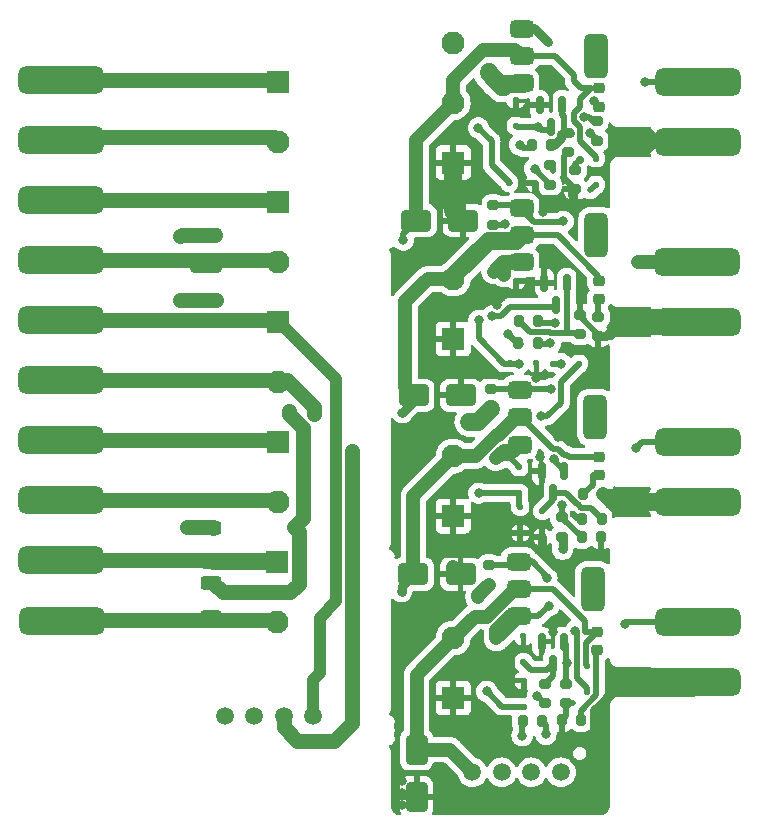
<source format=gbr>
%TF.GenerationSoftware,KiCad,Pcbnew,7.0.11*%
%TF.CreationDate,2025-07-03T12:22:14-04:00*%
%TF.ProjectId,14.1.6 - PMOS - PLC Connector Combined,31342e31-2e36-4202-9d20-504d4f53202d,rev?*%
%TF.SameCoordinates,Original*%
%TF.FileFunction,Copper,L1,Top*%
%TF.FilePolarity,Positive*%
%FSLAX46Y46*%
G04 Gerber Fmt 4.6, Leading zero omitted, Abs format (unit mm)*
G04 Created by KiCad (PCBNEW 7.0.11) date 2025-07-03 12:22:14*
%MOMM*%
%LPD*%
G01*
G04 APERTURE LIST*
G04 Aperture macros list*
%AMRoundRect*
0 Rectangle with rounded corners*
0 $1 Rounding radius*
0 $2 $3 $4 $5 $6 $7 $8 $9 X,Y pos of 4 corners*
0 Add a 4 corners polygon primitive as box body*
4,1,4,$2,$3,$4,$5,$6,$7,$8,$9,$2,$3,0*
0 Add four circle primitives for the rounded corners*
1,1,$1+$1,$2,$3*
1,1,$1+$1,$4,$5*
1,1,$1+$1,$6,$7*
1,1,$1+$1,$8,$9*
0 Add four rect primitives between the rounded corners*
20,1,$1+$1,$2,$3,$4,$5,0*
20,1,$1+$1,$4,$5,$6,$7,0*
20,1,$1+$1,$6,$7,$8,$9,0*
20,1,$1+$1,$8,$9,$2,$3,0*%
G04 Aperture macros list end*
%TA.AperFunction,SMDPad,CuDef*%
%ADD10RoundRect,0.200000X-0.275000X0.200000X-0.275000X-0.200000X0.275000X-0.200000X0.275000X0.200000X0*%
%TD*%
%TA.AperFunction,SMDPad,CuDef*%
%ADD11RoundRect,0.125000X0.125000X-0.125000X0.125000X0.125000X-0.125000X0.125000X-0.125000X-0.125000X0*%
%TD*%
%TA.AperFunction,ComponentPad*%
%ADD12C,1.950000*%
%TD*%
%TA.AperFunction,ComponentPad*%
%ADD13R,1.950000X1.950000*%
%TD*%
%TA.AperFunction,SMDPad,CuDef*%
%ADD14RoundRect,0.572500X-3.045750X-0.572500X3.045750X-0.572500X3.045750X0.572500X-3.045750X0.572500X0*%
%TD*%
%TA.AperFunction,SMDPad,CuDef*%
%ADD15RoundRect,0.200000X0.275000X-0.200000X0.275000X0.200000X-0.275000X0.200000X-0.275000X-0.200000X0*%
%TD*%
%TA.AperFunction,SMDPad,CuDef*%
%ADD16RoundRect,0.218750X0.256250X-0.218750X0.256250X0.218750X-0.256250X0.218750X-0.256250X-0.218750X0*%
%TD*%
%TA.AperFunction,SMDPad,CuDef*%
%ADD17RoundRect,0.125000X-0.125000X0.125000X-0.125000X-0.125000X0.125000X-0.125000X0.125000X0.125000X0*%
%TD*%
%TA.AperFunction,SMDPad,CuDef*%
%ADD18RoundRect,0.200000X0.200000X0.275000X-0.200000X0.275000X-0.200000X-0.275000X0.200000X-0.275000X0*%
%TD*%
%TA.AperFunction,SMDPad,CuDef*%
%ADD19RoundRect,0.250000X1.075000X-0.312500X1.075000X0.312500X-1.075000X0.312500X-1.075000X-0.312500X0*%
%TD*%
%TA.AperFunction,SMDPad,CuDef*%
%ADD20RoundRect,0.250000X-0.650000X1.000000X-0.650000X-1.000000X0.650000X-1.000000X0.650000X1.000000X0*%
%TD*%
%TA.AperFunction,SMDPad,CuDef*%
%ADD21RoundRect,0.150000X-0.150000X0.587500X-0.150000X-0.587500X0.150000X-0.587500X0.150000X0.587500X0*%
%TD*%
%TA.AperFunction,SMDPad,CuDef*%
%ADD22RoundRect,0.200000X-0.200000X-0.275000X0.200000X-0.275000X0.200000X0.275000X-0.200000X0.275000X0*%
%TD*%
%TA.AperFunction,SMDPad,CuDef*%
%ADD23RoundRect,0.375000X-0.625000X-0.375000X0.625000X-0.375000X0.625000X0.375000X-0.625000X0.375000X0*%
%TD*%
%TA.AperFunction,SMDPad,CuDef*%
%ADD24RoundRect,0.500000X-0.500000X-1.400000X0.500000X-1.400000X0.500000X1.400000X-0.500000X1.400000X0*%
%TD*%
%TA.AperFunction,SMDPad,CuDef*%
%ADD25RoundRect,0.250000X-1.000000X-0.650000X1.000000X-0.650000X1.000000X0.650000X-1.000000X0.650000X0*%
%TD*%
%TA.AperFunction,SMDPad,CuDef*%
%ADD26RoundRect,0.125000X-0.125000X-0.125000X0.125000X-0.125000X0.125000X0.125000X-0.125000X0.125000X0*%
%TD*%
%TA.AperFunction,SMDPad,CuDef*%
%ADD27RoundRect,0.250000X-1.075000X0.312500X-1.075000X-0.312500X1.075000X-0.312500X1.075000X0.312500X0*%
%TD*%
%TA.AperFunction,SMDPad,CuDef*%
%ADD28RoundRect,0.250000X0.625000X-0.312500X0.625000X0.312500X-0.625000X0.312500X-0.625000X-0.312500X0*%
%TD*%
%TA.AperFunction,ComponentPad*%
%ADD29C,1.498600*%
%TD*%
%TA.AperFunction,SMDPad,CuDef*%
%ADD30RoundRect,0.125000X0.125000X0.125000X-0.125000X0.125000X-0.125000X-0.125000X0.125000X-0.125000X0*%
%TD*%
%TA.AperFunction,SMDPad,CuDef*%
%ADD31RoundRect,0.250000X-0.625000X0.312500X-0.625000X-0.312500X0.625000X-0.312500X0.625000X0.312500X0*%
%TD*%
%TA.AperFunction,ViaPad*%
%ADD32C,0.800000*%
%TD*%
%TA.AperFunction,ViaPad*%
%ADD33C,0.600000*%
%TD*%
%TA.AperFunction,ViaPad*%
%ADD34C,0.500000*%
%TD*%
%TA.AperFunction,ViaPad*%
%ADD35C,0.700000*%
%TD*%
%TA.AperFunction,Conductor*%
%ADD36C,0.508000*%
%TD*%
%TA.AperFunction,Conductor*%
%ADD37C,1.143000*%
%TD*%
%TA.AperFunction,Conductor*%
%ADD38C,0.250000*%
%TD*%
%TA.AperFunction,Conductor*%
%ADD39C,1.270000*%
%TD*%
%TA.AperFunction,Conductor*%
%ADD40C,1.016000*%
%TD*%
%TA.AperFunction,Conductor*%
%ADD41C,0.762000*%
%TD*%
%TA.AperFunction,Conductor*%
%ADD42C,1.524000*%
%TD*%
%TA.AperFunction,Conductor*%
%ADD43C,0.812800*%
%TD*%
G04 APERTURE END LIST*
D10*
%TO.P,R3,1*%
%TO.N,Net-(Q6-G)*%
X110880000Y-82750000D03*
%TO.P,R3,2*%
%TO.N,Net-(D10-K)*%
X110880000Y-84400000D03*
%TD*%
%TO.P,R7,1*%
%TO.N,Net-(Q10-G)*%
X110530000Y-113230000D03*
%TO.P,R7,2*%
%TO.N,Net-(D10-K)*%
X110530000Y-114880000D03*
%TD*%
D11*
%TO.P,D13,1,K*%
%TO.N,Net-(D10-K)*%
X118840000Y-123980000D03*
%TO.P,D13,2,A*%
%TO.N,Net-(D12-K)*%
X118840000Y-121780000D03*
%TD*%
D12*
%TO.P,J317,1,1*%
%TO.N,Net-(D10-A)*%
X107500000Y-89000000D03*
D13*
%TO.P,J317,2,2*%
%TO.N,GNDPWR*%
X107500000Y-94080000D03*
%TD*%
D14*
%TO.P,J302,1,Pin_1*%
%TO.N,Net-(J302-Pin_1)*%
X128210000Y-118050000D03*
%TD*%
D15*
%TO.P,R17,1*%
%TO.N,Net-(D5-K)*%
X119660000Y-77310000D03*
%TO.P,R17,2*%
%TO.N,Net-(Q5-G)*%
X119660000Y-75660000D03*
%TD*%
D16*
%TO.P,D3,1,K*%
%TO.N,Net-(D3-K)*%
X119690000Y-120455000D03*
%TO.P,D3,2,A*%
%TO.N,Net-(D12-K)*%
X119690000Y-118880000D03*
%TD*%
D14*
%TO.P,J310,1,Pin_1*%
%TO.N,Net-(J304-Pin_1)*%
X128240000Y-72320000D03*
%TD*%
D17*
%TO.P,D7,1,K*%
%TO.N,Net-(D7-K)*%
X115040000Y-108642500D03*
%TO.P,D7,2,A*%
%TO.N,GNDPWR*%
X115040000Y-110842500D03*
%TD*%
D15*
%TO.P,R5,1*%
%TO.N,Net-(J314-Pin_1)*%
X116700000Y-110840000D03*
%TO.P,R5,2*%
%TO.N,Net-(Q2-G)*%
X116700000Y-109190000D03*
%TD*%
D17*
%TO.P,D14,1,K*%
%TO.N,Net-(D11-A)*%
X113190000Y-108302500D03*
%TO.P,D14,2,A*%
%TO.N,GNDPWR*%
X113190000Y-110502500D03*
%TD*%
D18*
%TO.P,R21,1*%
%TO.N,Net-(J306-Pin_1)*%
X114685000Y-92570000D03*
%TO.P,R21,2*%
%TO.N,Net-(Q3-G)*%
X113035000Y-92570000D03*
%TD*%
%TO.P,R14,1*%
%TO.N,GNDPWR*%
X120030000Y-110880000D03*
%TO.P,R14,2*%
%TO.N,Net-(Q2-G)*%
X118380000Y-110880000D03*
%TD*%
D14*
%TO.P,J210,1,Pin_1*%
%TO.N,Net-(J210-Pin_1)*%
X74278250Y-72187224D03*
%TD*%
D19*
%TO.P,R25,1*%
%TO.N,M*%
X86600000Y-85262500D03*
%TO.P,R25,2*%
%TO.N,Net-(J208-Pin_1)*%
X86600000Y-82337500D03*
%TD*%
D17*
%TO.P,D11,1,K*%
%TO.N,Net-(D10-K)*%
X113110000Y-104942500D03*
%TO.P,D11,2,A*%
%TO.N,Net-(D11-A)*%
X113110000Y-107142500D03*
%TD*%
D16*
%TO.P,D1,1,K*%
%TO.N,Net-(D1-K)*%
X119820000Y-74437500D03*
%TO.P,D1,2,A*%
%TO.N,Net-(D1-A)*%
X119820000Y-72862500D03*
%TD*%
D14*
%TO.P,J209,1,Pin_1*%
%TO.N,M*%
X74278250Y-77245000D03*
%TD*%
D10*
%TO.P,R6,1*%
%TO.N,Net-(Q8-G)*%
X110680000Y-98335000D03*
%TO.P,R6,2*%
%TO.N,Net-(D10-K)*%
X110680000Y-99985000D03*
%TD*%
D20*
%TO.P,D303,1*%
%TO.N,Net-(D12-K)*%
X104400000Y-128862500D03*
%TO.P,D303,2*%
%TO.N,GNDPWR*%
X104400000Y-132862500D03*
%TD*%
D21*
%TO.P,Q1,1,G*%
%TO.N,Net-(Q1-G)*%
X116880000Y-119700000D03*
%TO.P,Q1,2,S*%
%TO.N,GNDPWR*%
X114980000Y-119700000D03*
%TO.P,Q1,3,D*%
%TO.N,Net-(D8-K)*%
X115930000Y-121575000D03*
%TD*%
D22*
%TO.P,R18,1*%
%TO.N,Net-(Q8-G)*%
X118415000Y-109310000D03*
%TO.P,R18,2*%
%TO.N,Net-(D7-K)*%
X120065000Y-109310000D03*
%TD*%
D14*
%TO.P,J314,1,Pin_1*%
%TO.N,Net-(J314-Pin_1)*%
X128230000Y-102820000D03*
%TD*%
%TO.P,J311,1,Pin_1*%
%TO.N,GNDPWR*%
X128260000Y-92650000D03*
%TD*%
D23*
%TO.P,Q8,1,G*%
%TO.N,Net-(Q8-G)*%
X113170000Y-98420000D03*
%TO.P,Q8,2,D*%
%TO.N,Net-(D11-A)*%
X113170000Y-100720000D03*
%TO.P,Q8,3,S*%
%TO.N,Net-(D10-K)*%
X113170000Y-103020000D03*
D24*
%TO.P,Q8,4*%
%TO.N,N/C*%
X119470000Y-100720000D03*
%TD*%
D14*
%TO.P,J206,1,Pin_1*%
%TO.N,Net-(J206-Pin_1)*%
X74308250Y-92488334D03*
%TD*%
D11*
%TO.P,D6,1,K*%
%TO.N,Net-(D6-K)*%
X112830000Y-91357500D03*
%TO.P,D6,2,A*%
%TO.N,GNDPWR*%
X112830000Y-89157500D03*
%TD*%
D14*
%TO.P,J306,1,Pin_1*%
%TO.N,Net-(J306-Pin_1)*%
X128180000Y-87590000D03*
%TD*%
%TO.P,J307,1,Pin_1*%
%TO.N,GNDPWR*%
X128230000Y-123140000D03*
%TD*%
D25*
%TO.P,D302,1*%
%TO.N,Net-(D11-A)*%
X104120000Y-113990000D03*
%TO.P,D302,2*%
%TO.N,GNDPWR*%
X108120000Y-113990000D03*
%TD*%
D23*
%TO.P,Q6,1,G*%
%TO.N,Net-(Q6-G)*%
X113300000Y-83007500D03*
%TO.P,Q6,2,D*%
%TO.N,Net-(D10-A)*%
X113300000Y-85307500D03*
%TO.P,Q6,3,S*%
%TO.N,Net-(D10-K)*%
X113300000Y-87607500D03*
D24*
%TO.P,Q6,4*%
%TO.N,N/C*%
X119600000Y-85307500D03*
%TD*%
D22*
%TO.P,R12,1*%
%TO.N,Net-(D4-K)*%
X118520000Y-107180000D03*
%TO.P,R12,2*%
%TO.N,GNDPWR*%
X120170000Y-107180000D03*
%TD*%
D26*
%TO.P,D15,1,K*%
%TO.N,Net-(D10-A)*%
X112350000Y-96140000D03*
%TO.P,D15,2,A*%
%TO.N,GNDPWR*%
X114550000Y-96140000D03*
%TD*%
D14*
%TO.P,J202,1,Pin_1*%
%TO.N,Net-(J202-Pin_1)*%
X74298250Y-112799446D03*
%TD*%
D27*
%TO.P,R24,1*%
%TO.N,Net-(J207-Pin_1)*%
X86600000Y-87875000D03*
%TO.P,R24,2*%
%TO.N,M*%
X86600000Y-90800000D03*
%TD*%
D14*
%TO.P,J309,1,Pin_1*%
%TO.N,GNDPWR*%
X128230000Y-77420000D03*
%TD*%
D21*
%TO.P,Q2,1,G*%
%TO.N,Net-(Q2-G)*%
X116900000Y-105240000D03*
%TO.P,Q2,2,S*%
%TO.N,GNDPWR*%
X115000000Y-105240000D03*
%TO.P,Q2,3,D*%
%TO.N,Net-(D7-K)*%
X115950000Y-107115000D03*
%TD*%
D11*
%TO.P,D5,1,K*%
%TO.N,Net-(D5-K)*%
X112800000Y-76017500D03*
%TO.P,D5,2,A*%
%TO.N,GNDPWR*%
X112800000Y-73817500D03*
%TD*%
D15*
%TO.P,R10,1*%
%TO.N,GNDPWR*%
X119780000Y-93860000D03*
%TO.P,R10,2*%
%TO.N,Net-(D2-K)*%
X119780000Y-92210000D03*
%TD*%
D12*
%TO.P,J222,1,1*%
%TO.N,Net-(J205-Pin_1)*%
X92640000Y-97740000D03*
D13*
%TO.P,J222,2,2*%
%TO.N,Net-(J206-Pin_1)*%
X92640000Y-92660000D03*
%TD*%
D14*
%TO.P,J203,1,Pin_1*%
%TO.N,Net-(J203-Pin_1)*%
X74308250Y-107721668D03*
%TD*%
D11*
%TO.P,D12,1,K*%
%TO.N,Net-(D12-K)*%
X113460000Y-125200000D03*
%TO.P,D12,2,A*%
%TO.N,GNDPWR*%
X113460000Y-123000000D03*
%TD*%
D28*
%TO.P,R22,1*%
%TO.N,Net-(J201-Pin_1)*%
X87000000Y-117662500D03*
%TO.P,R22,2*%
%TO.N,M*%
X87000000Y-114737500D03*
%TD*%
D22*
%TO.P,R20,1*%
%TO.N,Net-(Q6-G)*%
X113020000Y-94460000D03*
%TO.P,R20,2*%
%TO.N,Net-(D6-K)*%
X114670000Y-94460000D03*
%TD*%
%TO.P,R4,1*%
%TO.N,Net-(J304-Pin_1)*%
X114135000Y-77680000D03*
%TO.P,R4,2*%
%TO.N,Net-(Q4-G)*%
X115785000Y-77680000D03*
%TD*%
D14*
%TO.P,J315,1,Pin_1*%
%TO.N,GNDPWR*%
X128210000Y-107880000D03*
%TD*%
%TO.P,J208,1,Pin_1*%
%TO.N,Net-(J208-Pin_1)*%
X74298250Y-82342778D03*
%TD*%
D12*
%TO.P,J224,1,1*%
%TO.N,Net-(J201-Pin_1)*%
X92600000Y-118060000D03*
D13*
%TO.P,J224,2,2*%
%TO.N,Net-(J202-Pin_1)*%
X92600000Y-112980000D03*
%TD*%
D12*
%TO.P,J320,1,1*%
%TO.N,Net-(D11-A)*%
X107500000Y-104000000D03*
D13*
%TO.P,J320,2,2*%
%TO.N,GNDPWR*%
X107500000Y-109080000D03*
%TD*%
D25*
%TO.P,D301,1*%
%TO.N,Net-(D10-A)*%
X104160000Y-98860000D03*
%TO.P,D301,2*%
%TO.N,GNDPWR*%
X108160000Y-98860000D03*
%TD*%
D21*
%TO.P,Q3,1,G*%
%TO.N,Net-(Q3-G)*%
X117120000Y-89315000D03*
%TO.P,Q3,2,S*%
%TO.N,GNDPWR*%
X115220000Y-89315000D03*
%TO.P,Q3,3,D*%
%TO.N,Net-(D6-K)*%
X116170000Y-91190000D03*
%TD*%
D29*
%TO.P,J226,1,1*%
%TO.N,Net-(J206-Pin_1)*%
X95660000Y-125970000D03*
%TO.P,J226,2,2*%
%TO.N,Net-(J205-Pin_1)*%
X93160000Y-125970000D03*
%TO.P,J226,3,3*%
%TO.N,Net-(J204-Pin_1)*%
X90660000Y-125970000D03*
%TO.P,J226,4,4*%
%TO.N,Net-(J203-Pin_1)*%
X88160000Y-125970000D03*
%TD*%
D14*
%TO.P,J201,1,Pin_1*%
%TO.N,Net-(J201-Pin_1)*%
X74370000Y-117920000D03*
%TD*%
D18*
%TO.P,R8,1*%
%TO.N,Net-(J302-Pin_1)*%
X115040000Y-126430000D03*
%TO.P,R8,2*%
%TO.N,Net-(Q1-G)*%
X113390000Y-126430000D03*
%TD*%
D22*
%TO.P,R11,1*%
%TO.N,GNDPWR*%
X116690000Y-126380000D03*
%TO.P,R11,2*%
%TO.N,Net-(D3-K)*%
X118340000Y-126380000D03*
%TD*%
D30*
%TO.P,D10,1,K*%
%TO.N,Net-(D10-K)*%
X118160000Y-96160000D03*
%TO.P,D10,2,A*%
%TO.N,Net-(D10-A)*%
X115960000Y-96160000D03*
%TD*%
D12*
%TO.P,J318,1,1*%
%TO.N,Net-(D10-K)*%
X107500000Y-69000000D03*
%TO.P,J318,2,2*%
%TO.N,Net-(D1-A)*%
X107500000Y-74080000D03*
D13*
%TO.P,J318,3,3*%
%TO.N,GNDPWR*%
X107500000Y-79160000D03*
%TD*%
D23*
%TO.P,Q5,1,G*%
%TO.N,Net-(Q5-G)*%
X113300000Y-67840000D03*
%TO.P,Q5,2,D*%
%TO.N,Net-(D1-A)*%
X113300000Y-70140000D03*
%TO.P,Q5,3,S*%
%TO.N,Net-(D10-K)*%
X113300000Y-72440000D03*
D24*
%TO.P,Q5,4*%
%TO.N,N/C*%
X119600000Y-70140000D03*
%TD*%
D15*
%TO.P,R9,1*%
%TO.N,GNDPWR*%
X117850000Y-81405000D03*
%TO.P,R9,2*%
%TO.N,Net-(D1-K)*%
X117850000Y-79755000D03*
%TD*%
D16*
%TO.P,D4,1,K*%
%TO.N,Net-(D4-K)*%
X119820000Y-105625000D03*
%TO.P,D4,2,A*%
%TO.N,Net-(D11-A)*%
X119820000Y-104050000D03*
%TD*%
D26*
%TO.P,D16,1,K*%
%TO.N,Net-(D1-A)*%
X112230000Y-80860000D03*
%TO.P,D16,2,A*%
%TO.N,GNDPWR*%
X114430000Y-80860000D03*
%TD*%
D15*
%TO.P,R19,1*%
%TO.N,Net-(Q10-G)*%
X115260000Y-124935000D03*
%TO.P,R19,2*%
%TO.N,Net-(D8-K)*%
X115260000Y-123285000D03*
%TD*%
D10*
%TO.P,R15,1*%
%TO.N,GNDPWR*%
X118220000Y-92030000D03*
%TO.P,R15,2*%
%TO.N,Net-(Q3-G)*%
X118220000Y-93680000D03*
%TD*%
D31*
%TO.P,R23,1*%
%TO.N,M*%
X87000000Y-110075000D03*
%TO.P,R23,2*%
%TO.N,Net-(J202-Pin_1)*%
X87000000Y-113000000D03*
%TD*%
D25*
%TO.P,D309,1*%
%TO.N,Net-(D1-A)*%
X104360000Y-84070000D03*
%TO.P,D309,2*%
%TO.N,GNDPWR*%
X108360000Y-84070000D03*
%TD*%
D21*
%TO.P,Q4,1,G*%
%TO.N,Net-(Q4-G)*%
X116710000Y-74272500D03*
%TO.P,Q4,2,S*%
%TO.N,GNDPWR*%
X114810000Y-74272500D03*
%TO.P,Q4,3,D*%
%TO.N,Net-(D5-K)*%
X115760000Y-76147500D03*
%TD*%
D14*
%TO.P,J204,1,Pin_1*%
%TO.N,Net-(J204-Pin_1)*%
X74298250Y-102653890D03*
%TD*%
%TO.P,J207,1,Pin_1*%
%TO.N,Net-(J207-Pin_1)*%
X74308250Y-87400556D03*
%TD*%
%TO.P,J205,1,Pin_1*%
%TO.N,Net-(J205-Pin_1)*%
X74280000Y-97590000D03*
%TD*%
D12*
%TO.P,J221,1,1*%
%TO.N,Net-(J203-Pin_1)*%
X92640000Y-107900000D03*
D13*
%TO.P,J221,2,2*%
%TO.N,Net-(J204-Pin_1)*%
X92640000Y-102820000D03*
%TD*%
D11*
%TO.P,D8,1,K*%
%TO.N,Net-(D8-K)*%
X113450000Y-121457500D03*
%TO.P,D8,2,A*%
%TO.N,GNDPWR*%
X113450000Y-119257500D03*
%TD*%
D12*
%TO.P,J223,1,1*%
%TO.N,M*%
X92640000Y-77420000D03*
D13*
%TO.P,J223,2,2*%
%TO.N,Net-(J210-Pin_1)*%
X92640000Y-72340000D03*
%TD*%
D23*
%TO.P,Q10,1,G*%
%TO.N,Net-(Q10-G)*%
X113040000Y-112960000D03*
%TO.P,Q10,2,D*%
%TO.N,Net-(D12-K)*%
X113040000Y-115260000D03*
%TO.P,Q10,3,S*%
%TO.N,Net-(D10-K)*%
X113040000Y-117560000D03*
D24*
%TO.P,Q10,4*%
%TO.N,N/C*%
X119340000Y-115260000D03*
%TD*%
D12*
%TO.P,J225,1,1*%
%TO.N,Net-(J207-Pin_1)*%
X92640000Y-87580000D03*
D13*
%TO.P,J225,2,2*%
%TO.N,Net-(J208-Pin_1)*%
X92640000Y-82500000D03*
%TD*%
D16*
%TO.P,D2,1,K*%
%TO.N,Net-(D2-K)*%
X119820000Y-90710000D03*
%TO.P,D2,2,A*%
%TO.N,Net-(D10-A)*%
X119820000Y-89135000D03*
%TD*%
D10*
%TO.P,R13,1*%
%TO.N,Net-(Q1-G)*%
X117040000Y-123265000D03*
%TO.P,R13,2*%
%TO.N,GNDPWR*%
X117040000Y-124915000D03*
%TD*%
D15*
%TO.P,R1,1*%
%TO.N,Net-(Q5-G)*%
X115700000Y-81025000D03*
%TO.P,R1,2*%
%TO.N,Net-(D10-K)*%
X115700000Y-79375000D03*
%TD*%
D11*
%TO.P,D9,1,K*%
%TO.N,Net-(D10-K)*%
X119590000Y-81010000D03*
%TO.P,D9,2,A*%
%TO.N,Net-(D1-A)*%
X119590000Y-78810000D03*
%TD*%
D12*
%TO.P,J319,1,1*%
%TO.N,Net-(D12-K)*%
X107500000Y-119400000D03*
D13*
%TO.P,J319,2,2*%
%TO.N,GNDPWR*%
X107500000Y-124480000D03*
%TD*%
D15*
%TO.P,R2,1*%
%TO.N,GNDPWR*%
X117260000Y-78270000D03*
%TO.P,R2,2*%
%TO.N,Net-(Q4-G)*%
X117260000Y-76620000D03*
%TD*%
D29*
%TO.P,J321,1,1*%
%TO.N,Net-(D1-A)*%
X116620000Y-130760000D03*
%TO.P,J321,2,2*%
%TO.N,Net-(D10-A)*%
X114120000Y-130760000D03*
%TO.P,J321,3,3*%
%TO.N,Net-(D11-A)*%
X111620000Y-130760000D03*
%TO.P,J321,4,4*%
%TO.N,Net-(D12-K)*%
X109120000Y-130760000D03*
%TD*%
D32*
%TO.N,Net-(J306-Pin_1)*%
X123120000Y-87640000D03*
X116101130Y-92741130D03*
%TO.N,Net-(J302-Pin_1)*%
X122080000Y-118210000D03*
X115360000Y-127560000D03*
%TO.N,Net-(J304-Pin_1)*%
X123780000Y-72340000D03*
X113114000Y-77620000D03*
%TO.N,Net-(J201-Pin_1)*%
X79471250Y-117874224D03*
X80868250Y-117874224D03*
X82265250Y-117874224D03*
%TO.N,Net-(J202-Pin_1)*%
X79471250Y-112794224D03*
X80868250Y-112794224D03*
X82392250Y-112794224D03*
%TO.N,Net-(J203-Pin_1)*%
X79471250Y-107714224D03*
X81249250Y-107714224D03*
X82773250Y-107714224D03*
%TO.N,Net-(J204-Pin_1)*%
X81249250Y-102634224D03*
X79598250Y-102634224D03*
X82773250Y-102634224D03*
%TO.N,Net-(J205-Pin_1)*%
X95679002Y-100444402D03*
X79852250Y-97554224D03*
X81503250Y-97554224D03*
X98902250Y-103600000D03*
X83027250Y-97554224D03*
%TO.N,Net-(J206-Pin_1)*%
X83281250Y-92474224D03*
X79852250Y-92474224D03*
X81630248Y-92474224D03*
%TO.N,Net-(J207-Pin_1)*%
X83027250Y-87394224D03*
X81376250Y-87394224D03*
X79852250Y-87394224D03*
%TO.N,Net-(J208-Pin_1)*%
X81503250Y-82314224D03*
X79725250Y-82314224D03*
X83281250Y-82314224D03*
%TO.N,M*%
X82773250Y-76980224D03*
X79344250Y-76980224D03*
X85000000Y-110000000D03*
X93600000Y-100200000D03*
X84400000Y-85400000D03*
X80995250Y-76980224D03*
X94000000Y-110000000D03*
X84400000Y-90800000D03*
%TO.N,Net-(J314-Pin_1)*%
X122980000Y-103290000D03*
X116760000Y-111890000D03*
%TO.N,GNDPWR*%
X111210000Y-91200000D03*
X115930000Y-118870000D03*
X115150000Y-112040000D03*
X119990000Y-82520000D03*
X118760000Y-97780000D03*
X110760000Y-111470000D03*
X123880000Y-76700000D03*
X103190000Y-133540000D03*
X122930000Y-76700000D03*
X123350000Y-93310000D03*
X123470000Y-122610000D03*
X124250000Y-123800000D03*
X123330000Y-107490000D03*
X116360000Y-102420000D03*
X124260000Y-122570000D03*
X123350000Y-108550000D03*
X121680000Y-92100000D03*
X121930000Y-108580000D03*
X121680000Y-93350000D03*
X103180000Y-132500000D03*
X123460000Y-123820000D03*
X103180000Y-131480000D03*
X122960000Y-77960000D03*
X114510000Y-97380000D03*
X123350000Y-92100000D03*
X110798870Y-81048870D03*
X121950000Y-107390000D03*
X116480000Y-72180000D03*
X123850000Y-77890000D03*
X114830000Y-104100000D03*
X115090672Y-83339328D03*
%TO.N,Net-(D10-A)*%
X116630000Y-96160000D03*
X103200000Y-100320000D03*
X109680000Y-92500000D03*
X113070000Y-96160000D03*
%TO.N,Net-(D5-K)*%
X114700000Y-76120000D03*
X119088933Y-76621067D03*
%TO.N,Net-(D6-K)*%
X110790000Y-92140000D03*
X115730000Y-94449130D03*
%TO.N,Net-(Q1-G)*%
X117110000Y-121510000D03*
X113340000Y-127670000D03*
%TO.N,Net-(Q2-G)*%
X116700000Y-108160000D03*
X116000000Y-104240000D03*
%TO.N,Net-(Q5-G)*%
X118581260Y-75286740D03*
X115550000Y-68940000D03*
X114390000Y-79660000D03*
%TO.N,Net-(Q6-G)*%
X112160000Y-93650000D03*
X116810000Y-84130000D03*
%TO.N,Net-(Q8-G)*%
X115750000Y-98310000D03*
D33*
X117668190Y-108888058D03*
D32*
%TO.N,Net-(Q10-G)*%
X115440000Y-114360000D03*
X114620000Y-124280000D03*
%TO.N,Net-(D11-A)*%
X103130000Y-115490000D03*
X109657500Y-107142500D03*
%TO.N,Net-(D10-K)*%
X117831130Y-118808870D03*
X108840000Y-101060000D03*
X111800000Y-72790000D03*
D34*
X119060122Y-81497617D03*
X115950000Y-79890000D03*
D32*
X109610000Y-115950000D03*
X114910000Y-100635000D03*
X111500000Y-118380000D03*
X111160000Y-119440000D03*
X109830000Y-101020000D03*
X111150000Y-104200000D03*
X115614000Y-116656000D03*
X111640000Y-87750000D03*
X111121811Y-72277590D03*
X111930000Y-88730000D03*
X111870000Y-84370000D03*
X111760000Y-103560000D03*
X110490000Y-71480000D03*
X110960000Y-88370000D03*
%TO.N,Net-(D1-K)*%
X119426265Y-73900000D03*
D35*
X118205033Y-78906000D03*
D32*
%TO.N,Net-(D1-A)*%
X109630000Y-76210000D03*
X103270000Y-85720000D03*
%TO.N,Net-(D12-K)*%
X110345000Y-123915000D03*
%TD*%
D36*
%TO.N,Net-(J306-Pin_1)*%
X116100000Y-92740000D02*
X114855000Y-92740000D01*
X123120000Y-87640000D02*
X123180000Y-87580000D01*
X114855000Y-92740000D02*
X114685000Y-92570000D01*
D37*
X123180000Y-87580000D02*
X128180000Y-87580000D01*
D36*
X116101130Y-92741130D02*
X116100000Y-92740000D01*
%TO.N,Net-(J302-Pin_1)*%
X115360000Y-126750000D02*
X115040000Y-126430000D01*
X128210000Y-118050000D02*
X122240000Y-118050000D01*
X122240000Y-118050000D02*
X122080000Y-118210000D01*
X115360000Y-127560000D02*
X115360000Y-126750000D01*
%TO.N,Net-(J304-Pin_1)*%
X123780000Y-72340000D02*
X128220000Y-72340000D01*
D38*
X128150000Y-72410000D02*
X128240000Y-72320000D01*
D36*
X113114000Y-77620000D02*
X113404000Y-77910000D01*
X128170000Y-72390000D02*
X128240000Y-72320000D01*
X128220000Y-72340000D02*
X128240000Y-72320000D01*
X113404000Y-77910000D02*
X114135000Y-77910000D01*
D39*
%TO.N,Net-(J201-Pin_1)*%
X92298250Y-117874224D02*
X74292163Y-117874224D01*
X74292163Y-117874224D02*
X74290616Y-117875771D01*
X92425250Y-117747224D02*
X92298250Y-117874224D01*
%TO.N,Net-(J202-Pin_1)*%
X74282641Y-112794224D02*
X74273772Y-112803093D01*
X87200000Y-113000000D02*
X92580000Y-113000000D01*
X92600000Y-112980000D02*
X92414224Y-112794224D01*
X92414224Y-112794224D02*
X74282641Y-112794224D01*
X92580000Y-113000000D02*
X92600000Y-112980000D01*
%TO.N,Net-(J203-Pin_1)*%
X87200000Y-107714224D02*
X74304898Y-107714224D01*
X74287595Y-107731527D02*
X74295588Y-107739520D01*
X74304898Y-107714224D02*
X74287595Y-107731527D01*
X92298250Y-107714224D02*
X92425250Y-107587224D01*
X87200000Y-107714224D02*
X92298250Y-107714224D01*
X74295588Y-107739520D02*
X79090250Y-107739520D01*
%TO.N,Net-(J204-Pin_1)*%
X92425250Y-102507224D02*
X92298250Y-102634224D01*
X92298250Y-102634224D02*
X74288698Y-102634224D01*
X74288698Y-102634224D02*
X74270525Y-102652397D01*
%TO.N,Net-(J205-Pin_1)*%
X95679002Y-99869002D02*
X95679002Y-100444402D01*
X93160000Y-126960000D02*
X93160000Y-125970000D01*
X74208250Y-97576109D02*
X93386109Y-97576109D01*
X97390000Y-128090000D02*
X94290000Y-128090000D01*
X98902250Y-103600000D02*
X98902250Y-126577750D01*
X94290000Y-128090000D02*
X93160000Y-126960000D01*
X93386109Y-97576109D02*
X95679002Y-99869002D01*
X98902250Y-126577750D02*
X97390000Y-128090000D01*
%TO.N,Net-(J206-Pin_1)*%
X74259168Y-92494687D02*
X79090250Y-92494687D01*
D40*
X95620000Y-125930000D02*
X95620000Y-122940000D01*
D39*
X92425250Y-92347224D02*
X92298250Y-92474224D01*
D40*
X95620000Y-122940000D02*
X96188250Y-122371750D01*
D39*
X92298250Y-92474224D02*
X74279353Y-92474224D01*
X74259029Y-92494548D02*
X74259168Y-92494687D01*
D40*
X95660000Y-125970000D02*
X95620000Y-125930000D01*
X96188250Y-117667224D02*
X97559250Y-116296224D01*
X96188250Y-122371750D02*
X96188250Y-117667224D01*
D39*
X74279353Y-92474224D02*
X74259029Y-92494548D01*
D40*
X97559250Y-97481224D02*
X92425250Y-92347224D01*
X97559250Y-116296224D02*
X97559250Y-97481224D01*
D39*
%TO.N,Net-(J207-Pin_1)*%
X92425250Y-87267224D02*
X92298250Y-87394224D01*
X92298250Y-87394224D02*
X74277496Y-87394224D01*
X74277496Y-87394224D02*
X74272933Y-87398787D01*
%TO.N,Net-(J208-Pin_1)*%
X92298250Y-82314224D02*
X74322732Y-82314224D01*
X92425250Y-82187224D02*
X92298250Y-82314224D01*
X74322732Y-82314224D02*
X74290929Y-82346027D01*
%TO.N,M*%
X88005500Y-115543000D02*
X87200000Y-114737500D01*
X84400000Y-85400000D02*
X84527453Y-85272547D01*
X93600000Y-100444294D02*
X93600000Y-100200000D01*
X94000000Y-110000000D02*
X94410000Y-110410000D01*
X87125000Y-110000000D02*
X85000000Y-110000000D01*
X87200000Y-110075000D02*
X87125000Y-110000000D01*
X84400000Y-90800000D02*
X87400000Y-90800000D01*
X94800000Y-109200000D02*
X94800000Y-101644294D01*
X93657000Y-115543000D02*
X88005500Y-115543000D01*
X94000000Y-110000000D02*
X94800000Y-109200000D01*
X74595318Y-76970000D02*
X74313791Y-77251527D01*
D38*
X79088577Y-77251527D02*
X74313791Y-77251527D01*
X79105880Y-77234224D02*
X79088577Y-77251527D01*
D39*
X92288026Y-76970000D02*
X74595318Y-76970000D01*
X94410000Y-114790000D02*
X93657000Y-115543000D01*
X92425250Y-77107224D02*
X92288026Y-76970000D01*
X94410000Y-110410000D02*
X94410000Y-114790000D01*
X84527453Y-85272547D02*
X87373418Y-85272547D01*
X94800000Y-101644294D02*
X93600000Y-100444294D01*
%TO.N,Net-(J210-Pin_1)*%
X74268986Y-72175201D02*
X92500273Y-72175201D01*
D36*
%TO.N,Net-(J314-Pin_1)*%
X122980000Y-103290000D02*
X123450000Y-102820000D01*
X123450000Y-102820000D02*
X128230000Y-102820000D01*
D41*
X116760000Y-110900000D02*
X116700000Y-110840000D01*
X116760000Y-111890000D02*
X116760000Y-110900000D01*
D42*
%TO.N,GNDPWR*%
X128230000Y-107920000D02*
X122480000Y-107920000D01*
X123948510Y-123140000D02*
X123460000Y-123628510D01*
D37*
X123647990Y-77420000D02*
X122930000Y-76702010D01*
X123230000Y-107390000D02*
X123330000Y-107490000D01*
D41*
X115040000Y-111930000D02*
X115040000Y-110842500D01*
D42*
X122480000Y-107920000D02*
X121950000Y-107390000D01*
D37*
X127710000Y-92100000D02*
X128260000Y-92650000D01*
X122431490Y-108388510D02*
X123330000Y-107490000D01*
D42*
X123720000Y-107880000D02*
X123330000Y-107490000D01*
D36*
X118290000Y-92224562D02*
X119780000Y-93714562D01*
D37*
X122260000Y-92680000D02*
X121680000Y-92100000D01*
X128260000Y-92680000D02*
X122339010Y-92680000D01*
X128260000Y-92680000D02*
X123980000Y-92680000D01*
D36*
X120338000Y-124555558D02*
X120338000Y-124492000D01*
D42*
X107500000Y-79160000D02*
X107500000Y-83210000D01*
D37*
X124260000Y-122570000D02*
X127660000Y-122570000D01*
D42*
X122398510Y-107920000D02*
X121930000Y-108388510D01*
D41*
X120547634Y-93718142D02*
X120926766Y-93339010D01*
D36*
X117500000Y-81435000D02*
X117500000Y-82000000D01*
D37*
X128230000Y-77420000D02*
X124320000Y-77420000D01*
D42*
X128230000Y-107920000D02*
X122398510Y-107920000D01*
D37*
X121680000Y-92100000D02*
X123350000Y-92100000D01*
X127660000Y-122570000D02*
X128220000Y-123130000D01*
D42*
X128230000Y-123140000D02*
X127741490Y-123628510D01*
D36*
X118290000Y-91980000D02*
X118290000Y-92224562D01*
D41*
X123310000Y-93350000D02*
X123350000Y-93310000D01*
D36*
X119370000Y-127150000D02*
X119370000Y-125523558D01*
X120120000Y-127900000D02*
X119370000Y-127150000D01*
D37*
X124320000Y-77420000D02*
X123850000Y-77890000D01*
D42*
X127741490Y-123628510D02*
X124250000Y-123628510D01*
D36*
X115090672Y-82283172D02*
X114472500Y-81665000D01*
D43*
X122339010Y-92680000D02*
X121680000Y-93339010D01*
D42*
X128230000Y-123140000D02*
X123997490Y-123140000D01*
D37*
X123980000Y-92680000D02*
X123350000Y-93310000D01*
D36*
X114472500Y-81665000D02*
X114472500Y-80900000D01*
D37*
X123350000Y-92100000D02*
X127710000Y-92100000D01*
D36*
X116921000Y-80476000D02*
X117850000Y-81405000D01*
X117040000Y-126030000D02*
X116690000Y-126380000D01*
D42*
X123858510Y-107880000D02*
X123350000Y-108388510D01*
D36*
X119370000Y-125523558D02*
X120338000Y-124555558D01*
D42*
X128210000Y-107880000D02*
X123720000Y-107880000D01*
D36*
X127550000Y-123800000D02*
X128220000Y-123130000D01*
D37*
X124597990Y-77420000D02*
X123880000Y-76702010D01*
D36*
X121930000Y-108580000D02*
X123320000Y-108580000D01*
D41*
X119780000Y-93860000D02*
X120434508Y-93860000D01*
D37*
X123500000Y-77420000D02*
X122960000Y-77960000D01*
D36*
X116921000Y-78609000D02*
X116921000Y-80476000D01*
D37*
X123350000Y-92100000D02*
X123350000Y-93310000D01*
D42*
X123997490Y-123140000D02*
X123470000Y-122612510D01*
D36*
X120338000Y-124492000D02*
X121030000Y-123800000D01*
X117500000Y-82000000D02*
X118020000Y-82520000D01*
X117260000Y-78270000D02*
X116921000Y-78609000D01*
D41*
X115150000Y-112040000D02*
X115040000Y-111930000D01*
D37*
X128230000Y-77420000D02*
X124597990Y-77420000D01*
D42*
X128210000Y-107880000D02*
X123858510Y-107880000D01*
D36*
X118020000Y-82520000D02*
X119990000Y-82520000D01*
X115090672Y-83339328D02*
X115090672Y-82283172D01*
X119780000Y-93714562D02*
X119780000Y-93860000D01*
X117040000Y-124915000D02*
X117675000Y-124915000D01*
D37*
X128260000Y-92680000D02*
X122260000Y-92680000D01*
D36*
X123780000Y-77960000D02*
X123850000Y-77890000D01*
D37*
X121950000Y-107390000D02*
X123230000Y-107390000D01*
X120170000Y-107180000D02*
X120380000Y-107390000D01*
D36*
X124250000Y-123800000D02*
X127550000Y-123800000D01*
D37*
X107500000Y-113370000D02*
X108120000Y-113990000D01*
D36*
X121030000Y-123800000D02*
X124250000Y-123800000D01*
X117040000Y-124915000D02*
X117040000Y-126030000D01*
X122960000Y-77960000D02*
X123780000Y-77960000D01*
D37*
X128200000Y-77420000D02*
X124320000Y-77420000D01*
D42*
X107500000Y-83210000D02*
X108360000Y-84070000D01*
D37*
X121378510Y-108388510D02*
X122431490Y-108388510D01*
X120380000Y-107390000D02*
X121950000Y-107390000D01*
X128200000Y-77420000D02*
X123500000Y-77420000D01*
D41*
X120926766Y-93339010D02*
X121680000Y-93339010D01*
D42*
X128230000Y-123140000D02*
X123948510Y-123140000D01*
D37*
X128230000Y-77420000D02*
X123647990Y-77420000D01*
D41*
X127600000Y-93310000D02*
X128260000Y-92650000D01*
X120434508Y-93860000D02*
X120547634Y-93718142D01*
D36*
X123320000Y-108580000D02*
X123350000Y-108550000D01*
D41*
X123350000Y-93310000D02*
X127600000Y-93310000D01*
X121680000Y-93350000D02*
X123310000Y-93350000D01*
D42*
X107500000Y-79160000D02*
X107530000Y-79190000D01*
D37*
X121680000Y-92100000D02*
X121680000Y-93339010D01*
X120170000Y-107180000D02*
X121378510Y-108388510D01*
D41*
%TO.N,Net-(D10-A)*%
X104160000Y-99360000D02*
X104160000Y-98860000D01*
D36*
X115960000Y-96160000D02*
X116630000Y-96160000D01*
D42*
X112845500Y-85762000D02*
X113300000Y-85307500D01*
D36*
X113070000Y-96160000D02*
X111800000Y-96160000D01*
D37*
X105330000Y-89000000D02*
X107500000Y-89000000D01*
D42*
X107500000Y-88790000D02*
X110528000Y-85762000D01*
D36*
X109680000Y-94040000D02*
X109680000Y-92500000D01*
D37*
X104160000Y-98860000D02*
X103440000Y-98140000D01*
D42*
X110528000Y-85762000D02*
X112845500Y-85762000D01*
D37*
X103440000Y-90890000D02*
X105330000Y-89000000D01*
D42*
X107500000Y-89000000D02*
X107500000Y-88790000D01*
D36*
X119780000Y-88743932D02*
X116343568Y-85307500D01*
D41*
X103200000Y-100320000D02*
X104160000Y-99360000D01*
D36*
X116343568Y-85307500D02*
X113300000Y-85307500D01*
X119780000Y-89135000D02*
X119780000Y-88743932D01*
X111800000Y-96160000D02*
X109680000Y-94040000D01*
D37*
X103440000Y-98140000D02*
X103440000Y-90890000D01*
D36*
%TO.N,Net-(D5-K)*%
X114957500Y-76377500D02*
X115770000Y-76377500D01*
X119660000Y-77192134D02*
X119660000Y-77310000D01*
X119088933Y-76621067D02*
X119660000Y-77192134D01*
X112902500Y-76120000D02*
X112800000Y-76017500D01*
X114700000Y-76120000D02*
X112902500Y-76120000D01*
X114700000Y-76120000D02*
X114957500Y-76377500D01*
%TO.N,Net-(D6-K)*%
X111550000Y-92140000D02*
X112332500Y-91357500D01*
X116002500Y-91357500D02*
X116170000Y-91190000D01*
X115709130Y-94470000D02*
X114850000Y-94470000D01*
X110790000Y-92140000D02*
X111550000Y-92140000D01*
X115730000Y-94449130D02*
X115709130Y-94470000D01*
X112332500Y-91357500D02*
X116002500Y-91357500D01*
%TO.N,Net-(D7-K)*%
X120065000Y-109310000D02*
X119136000Y-108381000D01*
X118011554Y-108091554D02*
X117035000Y-107115000D01*
X118317675Y-108381000D02*
X118028229Y-108091554D01*
X119136000Y-108381000D02*
X118317675Y-108381000D01*
X117035000Y-107115000D02*
X115950000Y-107115000D01*
X115950000Y-107115000D02*
X115950000Y-107732500D01*
X115950000Y-107732500D02*
X115040000Y-108642500D01*
X118028229Y-108091554D02*
X118011554Y-108091554D01*
%TO.N,Net-(D8-K)*%
X114092500Y-122100000D02*
X113450000Y-121457500D01*
X115260000Y-123285000D02*
X115930000Y-122615000D01*
X115405000Y-122100000D02*
X114092500Y-122100000D01*
X115930000Y-122615000D02*
X115930000Y-121575000D01*
X115930000Y-121575000D02*
X115405000Y-122100000D01*
%TO.N,Net-(Q1-G)*%
X113340000Y-127670000D02*
X113340000Y-126480000D01*
X117070000Y-123235000D02*
X117040000Y-123265000D01*
X117070000Y-121550000D02*
X117070000Y-123235000D01*
X117110000Y-121510000D02*
X117070000Y-121550000D01*
X117070000Y-119890000D02*
X117070000Y-121470000D01*
X117070000Y-121470000D02*
X117110000Y-121510000D01*
X113340000Y-126480000D02*
X113390000Y-126430000D01*
X116880000Y-119700000D02*
X117070000Y-119890000D01*
%TO.N,Net-(D2-K)*%
X119780000Y-90710000D02*
X119780000Y-92210000D01*
%TO.N,Net-(D3-K)*%
X119630000Y-124262294D02*
X118340000Y-125552294D01*
X119690000Y-120455000D02*
X119630000Y-120515000D01*
X119630000Y-120515000D02*
X119630000Y-124262294D01*
X118340000Y-125552294D02*
X118340000Y-126380000D01*
%TO.N,Net-(D4-K)*%
X119310000Y-105625000D02*
X119310000Y-106445000D01*
X119310000Y-106445000D02*
X118505000Y-107250000D01*
%TO.N,Net-(Q2-G)*%
X116700000Y-108160000D02*
X116696000Y-108164000D01*
X116700000Y-109206812D02*
X118373188Y-110880000D01*
X118380000Y-110880000D02*
X118380000Y-110860000D01*
X116000000Y-104340000D02*
X116900000Y-105240000D01*
D41*
X118373188Y-110880000D02*
X118380000Y-110880000D01*
D36*
X116696000Y-108164000D02*
X116696000Y-109186000D01*
X116000000Y-104240000D02*
X116000000Y-104340000D01*
%TO.N,Net-(Q3-G)*%
X118135130Y-93595130D02*
X118220000Y-93680000D01*
X117130000Y-93600000D02*
X117130000Y-89742500D01*
X115747391Y-93595130D02*
X118135130Y-93595130D01*
X113964000Y-93499000D02*
X115651261Y-93499000D01*
X113035000Y-92570000D02*
X113964000Y-93499000D01*
X115651261Y-93499000D02*
X115747391Y-93595130D01*
D41*
%TO.N,Net-(Q4-G)*%
X116765000Y-76605000D02*
X117399933Y-76605000D01*
X116002946Y-77680000D02*
X116641000Y-77041946D01*
X115785000Y-77680000D02*
X116002946Y-77680000D01*
X116641000Y-77041946D02*
X116641000Y-76729000D01*
D36*
X116720000Y-75100000D02*
X116840000Y-75220000D01*
X116840000Y-76220000D02*
X117230000Y-76610000D01*
X116720000Y-74502500D02*
X116720000Y-75100000D01*
D41*
X116641000Y-76729000D02*
X116765000Y-76605000D01*
D36*
X116840000Y-75220000D02*
X116840000Y-76220000D01*
%TO.N,Net-(Q5-G)*%
X114390000Y-79715000D02*
X115700000Y-81025000D01*
X119367472Y-75660000D02*
X119660000Y-75660000D01*
X118581260Y-75286740D02*
X118994212Y-75286740D01*
D41*
X114360000Y-67750000D02*
X115550000Y-68940000D01*
D36*
X114390000Y-79660000D02*
X114390000Y-79715000D01*
X118994212Y-75286740D02*
X119367472Y-75660000D01*
D41*
X113070000Y-67750000D02*
X114360000Y-67750000D01*
D36*
X115725000Y-81025000D02*
X115730000Y-81030000D01*
X115700000Y-81025000D02*
X115725000Y-81025000D01*
%TO.N,Net-(Q6-G)*%
X112860000Y-82750000D02*
X110880000Y-82750000D01*
X112980000Y-94470000D02*
X113200000Y-94470000D01*
X116746672Y-84193328D02*
X114303328Y-84193328D01*
X114303328Y-84193328D02*
X112860000Y-82750000D01*
X112160000Y-93650000D02*
X112980000Y-94470000D01*
X116810000Y-84130000D02*
X116746672Y-84193328D01*
%TO.N,Net-(Q8-G)*%
X110685000Y-98330000D02*
X110680000Y-98335000D01*
X118060000Y-109310000D02*
X118415000Y-109310000D01*
X115750000Y-98310000D02*
X115730000Y-98330000D01*
X115730000Y-98330000D02*
X110685000Y-98330000D01*
X118415000Y-109310000D02*
X118435000Y-109290000D01*
X117640000Y-108890000D02*
X118060000Y-109310000D01*
%TO.N,Net-(Q10-G)*%
X110530000Y-113230000D02*
X112700000Y-113230000D01*
X112700000Y-113230000D02*
X113020000Y-112910000D01*
X114130000Y-112910000D02*
X113020000Y-112910000D01*
X114620000Y-124280000D02*
X115285000Y-124945000D01*
X115440000Y-114220000D02*
X114130000Y-112910000D01*
X115285000Y-124945000D02*
X115325000Y-124945000D01*
X115440000Y-114360000D02*
X115440000Y-114220000D01*
D41*
%TO.N,Net-(D11-A)*%
X103130000Y-115490000D02*
X103100000Y-115460000D01*
D36*
X113280000Y-100720000D02*
X113170000Y-100720000D01*
D37*
X109420712Y-104000000D02*
X107500000Y-104000000D01*
D36*
X117305842Y-104050000D02*
X117142103Y-103886261D01*
X113110000Y-108222500D02*
X113190000Y-108302500D01*
X115946000Y-103386000D02*
X113280000Y-100720000D01*
D37*
X111351602Y-102217000D02*
X111203712Y-102217000D01*
D36*
X116353739Y-103386000D02*
X115946000Y-103386000D01*
D41*
X103130000Y-114980000D02*
X104120000Y-113990000D01*
D37*
X111203712Y-102217000D02*
X109420712Y-104000000D01*
X113170000Y-100720000D02*
X112848602Y-100720000D01*
X104120000Y-113990000D02*
X104120000Y-107380000D01*
D36*
X119310000Y-104050000D02*
X117305842Y-104050000D01*
X113110000Y-107142500D02*
X113110000Y-108222500D01*
D37*
X112848602Y-100720000D02*
X111351602Y-102217000D01*
D36*
X116854000Y-103886261D02*
X116353739Y-103386000D01*
D37*
X104120000Y-107380000D02*
X107500000Y-104000000D01*
D41*
X103130000Y-115490000D02*
X103130000Y-114980000D01*
D36*
X109657500Y-107142500D02*
X113110000Y-107142500D01*
X117142103Y-103886261D02*
X116854000Y-103886261D01*
D37*
%TO.N,Net-(D10-K)*%
X111150000Y-104170000D02*
X111760000Y-103560000D01*
X111830000Y-87940000D02*
X111830000Y-88630000D01*
D36*
X110880000Y-84400000D02*
X111840000Y-84400000D01*
X117960000Y-121152261D02*
X117964000Y-121156261D01*
X111150000Y-104200000D02*
X112367500Y-104200000D01*
X117960000Y-118937740D02*
X117960000Y-121152261D01*
D42*
X109565000Y-101100000D02*
X110680000Y-99985000D01*
X113380000Y-72500000D02*
X111344221Y-72500000D01*
X107590000Y-68910000D02*
X107500000Y-69000000D01*
D37*
X110960000Y-88370000D02*
X111722500Y-87607500D01*
X112538454Y-117510000D02*
X113020000Y-117510000D01*
D36*
X112367500Y-104200000D02*
X113110000Y-104942500D01*
X117960000Y-122779562D02*
X118840000Y-123659562D01*
X115950000Y-79890000D02*
X115950000Y-79379000D01*
X117964000Y-121156261D02*
X117964000Y-121863739D01*
D37*
X111160000Y-119440000D02*
X113040000Y-117560000D01*
D42*
X110490000Y-71590000D02*
X111400000Y-72500000D01*
D37*
X111360000Y-88160000D02*
X111830000Y-88630000D01*
D42*
X108870000Y-101100000D02*
X109565000Y-101100000D01*
D36*
X117960000Y-121867739D02*
X117960000Y-122779562D01*
D37*
X112965954Y-87580000D02*
X113090000Y-87580000D01*
D36*
X116604000Y-99496000D02*
X116604000Y-97716000D01*
D42*
X110490000Y-71590000D02*
X111350000Y-72450000D01*
D37*
X111500000Y-118380000D02*
X112320000Y-117560000D01*
D36*
X115465000Y-100635000D02*
X116604000Y-99496000D01*
X114910000Y-100635000D02*
X115465000Y-100635000D01*
X117964000Y-121863739D02*
X117960000Y-121867739D01*
X110740000Y-100630000D02*
X110680000Y-100570000D01*
X110680000Y-100570000D02*
X110680000Y-99985000D01*
D37*
X111760000Y-103560000D02*
X112630000Y-103560000D01*
D42*
X111344221Y-72500000D02*
X111121811Y-72277590D01*
D36*
X119060122Y-81497617D02*
X119102383Y-81497617D01*
D37*
X112630000Y-103560000D02*
X113170000Y-103020000D01*
X112320000Y-117560000D02*
X113040000Y-117560000D01*
D42*
X111400000Y-72500000D02*
X111510000Y-72500000D01*
D36*
X118840000Y-123659562D02*
X118840000Y-123980000D01*
X117831130Y-118808870D02*
X117960000Y-118937740D01*
D37*
X109610000Y-115950000D02*
X109610000Y-115800000D01*
D36*
X111840000Y-84400000D02*
X111870000Y-84370000D01*
D37*
X111640000Y-87750000D02*
X111830000Y-87940000D01*
D36*
X119102383Y-81497617D02*
X119590000Y-81010000D01*
D42*
X111121811Y-72277590D02*
X111634221Y-72790000D01*
D37*
X113030000Y-102930000D02*
X112760000Y-103200000D01*
X111150000Y-104200000D02*
X111150000Y-104170000D01*
D42*
X111634221Y-72790000D02*
X111800000Y-72790000D01*
D36*
X116604000Y-97716000D02*
X118160000Y-96160000D01*
D37*
X111160000Y-118720000D02*
X111160000Y-119440000D01*
D36*
X110856624Y-84423376D02*
X110880000Y-84400000D01*
D42*
X110490000Y-71480000D02*
X110490000Y-71590000D01*
D37*
X111500000Y-118380000D02*
X111160000Y-118720000D01*
D36*
X115614000Y-116656000D02*
X114710000Y-117560000D01*
D37*
X111722500Y-87607500D02*
X113300000Y-87607500D01*
D42*
X111510000Y-72500000D02*
X111800000Y-72790000D01*
D37*
X109610000Y-115800000D02*
X110530000Y-114880000D01*
D36*
X114710000Y-117560000D02*
X113040000Y-117560000D01*
%TO.N,Net-(D1-K)*%
X119680000Y-74153735D02*
X119680000Y-74437500D01*
X118205033Y-78906000D02*
X117850000Y-79261033D01*
X117850000Y-79261033D02*
X117850000Y-79755000D01*
X119426265Y-73900000D02*
X119680000Y-74153735D01*
%TO.N,Net-(D1-A)*%
X116160000Y-70140000D02*
X117716000Y-71696000D01*
X118324500Y-72862500D02*
X119177500Y-72862500D01*
X117727260Y-74933001D02*
X117727260Y-75640479D01*
D37*
X107500000Y-74080000D02*
X104360000Y-77220000D01*
D36*
X119590000Y-78690000D02*
X119590000Y-78810000D01*
D37*
X107500000Y-72140000D02*
X110030000Y-69610000D01*
D36*
X118234933Y-76148152D02*
X118234933Y-77334933D01*
X118234933Y-77334933D02*
X119590000Y-78690000D01*
X117727260Y-75640479D02*
X118234933Y-76148152D01*
D37*
X107500000Y-74080000D02*
X107500000Y-72140000D01*
D36*
X118234933Y-73805067D02*
X118234933Y-74425328D01*
X110750000Y-79320000D02*
X112272500Y-80842500D01*
X117716000Y-71696000D02*
X117716000Y-72254000D01*
X110750000Y-77330000D02*
X110750000Y-79320000D01*
D37*
X110030000Y-69610000D02*
X112770000Y-69610000D01*
D36*
X113300000Y-70140000D02*
X116160000Y-70140000D01*
X103270000Y-85160000D02*
X104360000Y-84070000D01*
D37*
X112770000Y-69610000D02*
X113300000Y-70140000D01*
D36*
X112272500Y-80842500D02*
X112272500Y-80900000D01*
X109630000Y-76210000D02*
X110750000Y-77330000D01*
X119177500Y-72862500D02*
X118234933Y-73805067D01*
X103270000Y-85720000D02*
X103270000Y-85160000D01*
X117716000Y-72254000D02*
X118324500Y-72862500D01*
D37*
X104360000Y-77220000D02*
X104360000Y-84070000D01*
D36*
X118234933Y-74425328D02*
X117727260Y-74933001D01*
D37*
%TO.N,Net-(D12-K)*%
X107222500Y-128862500D02*
X109120000Y-130760000D01*
X104400000Y-122500000D02*
X104400000Y-128862500D01*
X112718602Y-115260000D02*
X113040000Y-115260000D01*
D36*
X119690000Y-118880000D02*
X118685130Y-118880000D01*
X113024000Y-115214000D02*
X113020000Y-115210000D01*
X118685130Y-118880000D02*
X118685130Y-117995130D01*
D37*
X109310000Y-117590000D02*
X110390711Y-117590000D01*
D36*
X115950000Y-115260000D02*
X113040000Y-115260000D01*
D37*
X107500000Y-119400000D02*
X104400000Y-122500000D01*
X110390711Y-117590000D02*
X111268500Y-116712211D01*
D36*
X112690000Y-114880000D02*
X113020000Y-115210000D01*
X110345000Y-123915000D02*
X111630000Y-125200000D01*
X118761000Y-121701000D02*
X118840000Y-121780000D01*
D37*
X111268500Y-116710102D02*
X112718602Y-115260000D01*
X104400000Y-128862500D02*
X107222500Y-128862500D01*
X111268500Y-116712211D02*
X111268500Y-116710102D01*
X107500000Y-119400000D02*
X109310000Y-117590000D01*
D36*
X118685130Y-117995130D02*
X115950000Y-115260000D01*
X119690000Y-118880000D02*
X118761000Y-119809000D01*
X118761000Y-119809000D02*
X118761000Y-121701000D01*
X111630000Y-125200000D02*
X113460000Y-125200000D01*
%TD*%
%TA.AperFunction,Conductor*%
%TO.N,GNDPWR*%
G36*
X114878697Y-103385845D02*
G01*
X114882061Y-103389085D01*
X115175769Y-103682793D01*
X115209254Y-103744116D01*
X115204270Y-103813808D01*
X115195477Y-103832471D01*
X115172821Y-103871714D01*
X115115208Y-104049030D01*
X115114326Y-104051744D01*
X115094540Y-104240000D01*
X115114326Y-104428256D01*
X115114327Y-104428259D01*
X115172818Y-104608277D01*
X115172821Y-104608284D01*
X115210928Y-104674288D01*
X115233387Y-104713187D01*
X115250000Y-104775187D01*
X115250000Y-106145684D01*
X115232733Y-106208804D01*
X115198254Y-106267105D01*
X115198254Y-106267106D01*
X115152404Y-106424923D01*
X115152401Y-106424932D01*
X115149500Y-106461798D01*
X115149500Y-107414613D01*
X115129815Y-107481652D01*
X115113181Y-107502294D01*
X114702461Y-107913013D01*
X114671014Y-107934387D01*
X114671324Y-107934911D01*
X114528583Y-108019327D01*
X114528574Y-108019334D01*
X114416834Y-108131074D01*
X114416827Y-108131083D01*
X114336382Y-108267109D01*
X114336380Y-108267114D01*
X114292292Y-108418866D01*
X114292290Y-108418879D01*
X114289500Y-108454329D01*
X114289500Y-108533376D01*
X114286938Y-108558451D01*
X114283254Y-108576292D01*
X114288448Y-108754804D01*
X114289500Y-108769248D01*
X114289500Y-108830650D01*
X114289501Y-108830676D01*
X114292291Y-108866127D01*
X114336380Y-109017885D01*
X114336382Y-109017890D01*
X114416827Y-109153916D01*
X114416834Y-109153925D01*
X114528574Y-109265665D01*
X114528583Y-109265672D01*
X114542621Y-109273974D01*
X114664610Y-109346118D01*
X114816373Y-109390209D01*
X114851837Y-109393000D01*
X114948688Y-109392999D01*
X114966660Y-109394308D01*
X114969676Y-109394749D01*
X115017906Y-109401815D01*
X115113276Y-109393470D01*
X115124084Y-109392999D01*
X115228150Y-109392999D01*
X115228162Y-109392999D01*
X115263627Y-109390209D01*
X115415390Y-109346118D01*
X115537379Y-109273974D01*
X115605103Y-109256791D01*
X115671366Y-109278951D01*
X115715129Y-109333417D01*
X115724500Y-109380706D01*
X115724500Y-109446613D01*
X115730913Y-109517192D01*
X115730913Y-109517194D01*
X115730914Y-109517196D01*
X115781522Y-109679606D01*
X115853906Y-109799344D01*
X115869530Y-109825188D01*
X115971661Y-109927319D01*
X116005146Y-109988642D01*
X116000162Y-110058334D01*
X115971661Y-110102681D01*
X115869531Y-110204810D01*
X115869530Y-110204811D01*
X115825822Y-110277112D01*
X115774293Y-110324298D01*
X115705434Y-110336136D01*
X115641106Y-110308866D01*
X115632025Y-110300641D01*
X115551116Y-110219732D01*
X115551108Y-110219726D01*
X115415188Y-110139344D01*
X115415187Y-110139343D01*
X115290000Y-110102972D01*
X115290000Y-111582025D01*
X115415185Y-111545656D01*
X115415191Y-111545654D01*
X115551108Y-111465273D01*
X115551112Y-111465270D01*
X115633908Y-111382474D01*
X115695231Y-111348989D01*
X115764923Y-111353973D01*
X115820857Y-111395844D01*
X115827706Y-111406004D01*
X115854336Y-111450055D01*
X115860616Y-111460442D01*
X115878500Y-111524593D01*
X115878500Y-111669257D01*
X115874405Y-111695118D01*
X115875676Y-111695389D01*
X115874326Y-111701739D01*
X115854540Y-111889997D01*
X115854540Y-111890000D01*
X115874326Y-112078256D01*
X115874327Y-112078259D01*
X115932818Y-112258277D01*
X115932821Y-112258284D01*
X116027467Y-112422216D01*
X116082815Y-112483686D01*
X116154129Y-112562888D01*
X116307265Y-112674148D01*
X116307270Y-112674151D01*
X116480192Y-112751142D01*
X116480197Y-112751144D01*
X116665354Y-112790500D01*
X116665355Y-112790500D01*
X116854644Y-112790500D01*
X116854646Y-112790500D01*
X117039803Y-112751144D01*
X117212730Y-112674151D01*
X117365871Y-112562888D01*
X117492533Y-112422216D01*
X117587179Y-112258284D01*
X117645674Y-112078256D01*
X117665460Y-111890000D01*
X117665460Y-111889997D01*
X117665460Y-111883502D01*
X117668168Y-111883502D01*
X117678554Y-111826562D01*
X117726263Y-111775517D01*
X117793995Y-111758368D01*
X117853480Y-111776162D01*
X117890394Y-111798478D01*
X118052804Y-111849086D01*
X118123384Y-111855500D01*
X118123387Y-111855500D01*
X118636613Y-111855500D01*
X118636616Y-111855500D01*
X118707196Y-111849086D01*
X118869606Y-111798478D01*
X119015185Y-111710472D01*
X119117673Y-111607983D01*
X119178994Y-111574499D01*
X119248685Y-111579483D01*
X119293034Y-111607984D01*
X119395122Y-111710072D01*
X119540604Y-111798019D01*
X119540603Y-111798019D01*
X119702894Y-111848590D01*
X119702893Y-111848590D01*
X119773408Y-111854998D01*
X119773426Y-111854999D01*
X119779999Y-111854998D01*
X119780000Y-111854998D01*
X119780000Y-110754000D01*
X119799685Y-110686961D01*
X119852489Y-110641206D01*
X119904000Y-110630000D01*
X120156000Y-110630000D01*
X120223039Y-110649685D01*
X120268794Y-110702489D01*
X120280000Y-110754000D01*
X120280000Y-111854999D01*
X120286581Y-111854999D01*
X120357102Y-111848591D01*
X120357107Y-111848590D01*
X120519398Y-111798018D01*
X120551349Y-111778703D01*
X120618904Y-111760866D01*
X120685377Y-111782383D01*
X120729666Y-111836423D01*
X120739500Y-111884819D01*
X120739500Y-113041397D01*
X120719815Y-113108436D01*
X120667011Y-113154191D01*
X120597853Y-113164135D01*
X120537140Y-113137499D01*
X120393412Y-113020305D01*
X120393408Y-113020303D01*
X120393407Y-113020302D01*
X120213049Y-112926091D01*
X120213048Y-112926090D01*
X120213045Y-112926089D01*
X120095829Y-112892550D01*
X120017418Y-112870114D01*
X120017415Y-112870113D01*
X120017413Y-112870113D01*
X119951102Y-112864217D01*
X119898037Y-112859500D01*
X119898032Y-112859500D01*
X118781971Y-112859500D01*
X118781965Y-112859500D01*
X118781964Y-112859501D01*
X118770316Y-112860536D01*
X118662584Y-112870113D01*
X118466954Y-112926089D01*
X118402137Y-112959947D01*
X118286593Y-113020302D01*
X118286591Y-113020303D01*
X118286590Y-113020304D01*
X118128890Y-113148890D01*
X118000304Y-113306590D01*
X117906089Y-113486954D01*
X117850114Y-113682583D01*
X117850113Y-113682586D01*
X117839500Y-113801966D01*
X117839500Y-115783114D01*
X117819815Y-115850153D01*
X117767011Y-115895908D01*
X117697853Y-115905852D01*
X117634297Y-115876827D01*
X117627819Y-115870795D01*
X116528766Y-114771742D01*
X116516984Y-114758109D01*
X116510533Y-114749444D01*
X116502539Y-114738706D01*
X116502537Y-114738704D01*
X116502538Y-114738704D01*
X116464367Y-114706676D01*
X116456384Y-114699360D01*
X116452444Y-114695419D01*
X116427987Y-114676081D01*
X116425191Y-114673803D01*
X116372119Y-114629270D01*
X116333417Y-114571099D01*
X116328504Y-114521324D01*
X116345460Y-114360000D01*
X116325674Y-114171744D01*
X116267179Y-113991716D01*
X116172533Y-113827784D01*
X116045871Y-113687112D01*
X116045870Y-113687111D01*
X115892733Y-113575850D01*
X115859903Y-113561233D01*
X115822660Y-113535635D01*
X114708766Y-112421742D01*
X114696984Y-112408109D01*
X114693604Y-112403569D01*
X114682539Y-112388706D01*
X114682537Y-112388704D01*
X114682538Y-112388704D01*
X114644367Y-112356676D01*
X114636384Y-112349360D01*
X114632444Y-112345419D01*
X114607987Y-112326081D01*
X114605191Y-112323803D01*
X114547427Y-112275333D01*
X114541394Y-112271365D01*
X114541422Y-112271321D01*
X114534966Y-112267207D01*
X114534938Y-112267253D01*
X114528793Y-112263463D01*
X114528791Y-112263461D01*
X114508327Y-112253918D01*
X114455889Y-112207747D01*
X114449657Y-112196655D01*
X114407030Y-112110704D01*
X114287722Y-111962278D01*
X114253582Y-111934835D01*
X114139295Y-111842969D01*
X114139292Y-111842967D01*
X113968697Y-111758360D01*
X113783892Y-111712400D01*
X113762506Y-111710950D01*
X113741123Y-111709500D01*
X113741120Y-111709500D01*
X112338877Y-111709500D01*
X112338874Y-111709501D01*
X112296113Y-111712399D01*
X112296112Y-111712399D01*
X112111303Y-111758360D01*
X111940707Y-111842967D01*
X111940704Y-111842969D01*
X111792278Y-111962277D01*
X111792277Y-111962278D01*
X111672969Y-112110704D01*
X111672967Y-112110707D01*
X111588360Y-112281303D01*
X111588359Y-112281306D01*
X111588359Y-112281307D01*
X111563459Y-112381427D01*
X111528179Y-112441733D01*
X111465893Y-112473392D01*
X111443126Y-112475500D01*
X111276360Y-112475500D01*
X111212211Y-112457617D01*
X111094606Y-112386522D01*
X110932196Y-112335914D01*
X110932194Y-112335913D01*
X110932192Y-112335913D01*
X110882778Y-112331423D01*
X110861616Y-112329500D01*
X110198384Y-112329500D01*
X110179145Y-112331248D01*
X110127807Y-112335913D01*
X109965393Y-112386522D01*
X109819811Y-112474530D01*
X109699531Y-112594810D01*
X109699528Y-112594814D01*
X109666743Y-112649047D01*
X109615215Y-112696234D01*
X109546356Y-112708072D01*
X109495531Y-112690435D01*
X109439128Y-112655645D01*
X109439119Y-112655641D01*
X109272697Y-112600494D01*
X109272690Y-112600493D01*
X109169986Y-112590000D01*
X108370000Y-112590000D01*
X108370000Y-115389999D01*
X108445803Y-115389999D01*
X108512842Y-115409684D01*
X108558597Y-115462488D01*
X108568541Y-115531646D01*
X108563916Y-115551752D01*
X108557734Y-115571090D01*
X108557733Y-115571096D01*
X108550652Y-115630320D01*
X108549288Y-115639064D01*
X108538000Y-115697634D01*
X108538000Y-115728756D01*
X108537123Y-115743476D01*
X108533429Y-115774368D01*
X108533429Y-115774374D01*
X108537684Y-115833861D01*
X108538000Y-115842707D01*
X108538000Y-116001067D01*
X108552583Y-116153789D01*
X108552584Y-116153796D01*
X108552585Y-116153800D01*
X108610263Y-116350234D01*
X108704074Y-116532203D01*
X108704076Y-116532206D01*
X108710282Y-116540098D01*
X108736250Y-116604963D01*
X108723026Y-116673570D01*
X108689464Y-116714218D01*
X108680903Y-116720950D01*
X108673766Y-116726162D01*
X108624369Y-116759594D01*
X108624365Y-116759598D01*
X108602353Y-116781609D01*
X108591328Y-116791393D01*
X108566867Y-116810629D01*
X108527809Y-116855705D01*
X108521778Y-116862183D01*
X107495783Y-117888181D01*
X107434460Y-117921666D01*
X107408102Y-117924500D01*
X107377737Y-117924500D01*
X107329498Y-117932549D01*
X107136541Y-117964748D01*
X106905270Y-118044143D01*
X106905265Y-118044145D01*
X106690212Y-118160526D01*
X106690208Y-118160529D01*
X106497252Y-118310713D01*
X106497242Y-118310722D01*
X106331632Y-118490621D01*
X106197888Y-118695333D01*
X106099663Y-118919265D01*
X106039636Y-119156304D01*
X106039634Y-119156316D01*
X106026401Y-119316014D01*
X106001248Y-119381199D01*
X105990506Y-119393455D01*
X103712591Y-121671370D01*
X103696857Y-121684682D01*
X103694800Y-121686146D01*
X103694793Y-121686153D01*
X103633956Y-121749956D01*
X103631900Y-121752062D01*
X103605876Y-121778088D01*
X103600564Y-121784521D01*
X103594700Y-121791127D01*
X103553517Y-121834320D01*
X103553511Y-121834327D01*
X103536690Y-121860502D01*
X103527997Y-121872408D01*
X103508188Y-121896400D01*
X103508185Y-121896404D01*
X103479600Y-121948752D01*
X103475086Y-121956361D01*
X103442832Y-122006549D01*
X103431264Y-122035444D01*
X103424982Y-122048776D01*
X103410074Y-122076079D01*
X103410066Y-122076097D01*
X103391908Y-122132900D01*
X103388915Y-122141226D01*
X103366745Y-122196604D01*
X103360855Y-122227165D01*
X103357210Y-122241446D01*
X103347734Y-122271093D01*
X103347733Y-122271096D01*
X103340652Y-122330320D01*
X103339288Y-122339064D01*
X103328000Y-122397634D01*
X103328000Y-122428756D01*
X103327123Y-122443476D01*
X103323429Y-122474368D01*
X103323429Y-122474374D01*
X103327684Y-122533861D01*
X103328000Y-122542707D01*
X103328000Y-127172864D01*
X103308315Y-127239903D01*
X103286137Y-127264367D01*
X103286451Y-127264681D01*
X103157289Y-127393842D01*
X103065187Y-127543163D01*
X103065185Y-127543168D01*
X103054637Y-127575000D01*
X103010001Y-127709703D01*
X103010001Y-127709704D01*
X103010000Y-127709704D01*
X102999500Y-127812483D01*
X102999500Y-129912501D01*
X102999501Y-129912518D01*
X103010000Y-130015296D01*
X103010001Y-130015299D01*
X103011392Y-130019496D01*
X103065186Y-130181834D01*
X103157288Y-130331156D01*
X103281344Y-130455212D01*
X103430666Y-130547314D01*
X103597203Y-130602499D01*
X103699991Y-130613000D01*
X105100008Y-130612999D01*
X105202797Y-130602499D01*
X105369334Y-130547314D01*
X105518656Y-130455212D01*
X105642712Y-130331156D01*
X105734814Y-130181834D01*
X105788608Y-130019494D01*
X105828380Y-129962051D01*
X105892895Y-129935228D01*
X105906313Y-129934500D01*
X106727101Y-129934500D01*
X106794140Y-129954185D01*
X106814782Y-129970819D01*
X107883929Y-131039966D01*
X107916023Y-131095554D01*
X107941083Y-131189082D01*
X107941085Y-131189086D01*
X107941086Y-131189090D01*
X107948998Y-131206057D01*
X108033506Y-131387286D01*
X108033507Y-131387287D01*
X108158941Y-131566425D01*
X108313575Y-131721059D01*
X108492713Y-131846493D01*
X108690910Y-131938914D01*
X108902146Y-131995514D01*
X109076429Y-132010762D01*
X109119999Y-132014574D01*
X109120000Y-132014574D01*
X109120001Y-132014574D01*
X109156309Y-132011397D01*
X109337854Y-131995514D01*
X109549090Y-131938914D01*
X109747287Y-131846493D01*
X109926425Y-131721059D01*
X110081059Y-131566425D01*
X110206493Y-131387287D01*
X110257618Y-131277648D01*
X110303790Y-131225209D01*
X110370984Y-131206057D01*
X110437865Y-131226273D01*
X110482381Y-131277648D01*
X110533507Y-131387287D01*
X110658941Y-131566425D01*
X110813575Y-131721059D01*
X110992713Y-131846493D01*
X111190910Y-131938914D01*
X111402146Y-131995514D01*
X111576429Y-132010762D01*
X111619999Y-132014574D01*
X111620000Y-132014574D01*
X111620001Y-132014574D01*
X111656309Y-132011397D01*
X111837854Y-131995514D01*
X112049090Y-131938914D01*
X112247287Y-131846493D01*
X112426425Y-131721059D01*
X112581059Y-131566425D01*
X112706493Y-131387287D01*
X112757618Y-131277648D01*
X112803790Y-131225209D01*
X112870984Y-131206057D01*
X112937865Y-131226273D01*
X112982381Y-131277648D01*
X113033507Y-131387287D01*
X113158941Y-131566425D01*
X113313575Y-131721059D01*
X113492713Y-131846493D01*
X113690910Y-131938914D01*
X113902146Y-131995514D01*
X114076429Y-132010762D01*
X114119999Y-132014574D01*
X114120000Y-132014574D01*
X114120001Y-132014574D01*
X114156309Y-132011397D01*
X114337854Y-131995514D01*
X114549090Y-131938914D01*
X114747287Y-131846493D01*
X114926425Y-131721059D01*
X115081059Y-131566425D01*
X115206493Y-131387287D01*
X115257618Y-131277648D01*
X115303790Y-131225209D01*
X115370984Y-131206057D01*
X115437865Y-131226273D01*
X115482381Y-131277648D01*
X115533507Y-131387287D01*
X115658941Y-131566425D01*
X115813575Y-131721059D01*
X115992713Y-131846493D01*
X116190910Y-131938914D01*
X116402146Y-131995514D01*
X116576429Y-132010762D01*
X116619999Y-132014574D01*
X116620000Y-132014574D01*
X116620001Y-132014574D01*
X116656309Y-132011397D01*
X116837854Y-131995514D01*
X117049090Y-131938914D01*
X117247287Y-131846493D01*
X117426425Y-131721059D01*
X117581059Y-131566425D01*
X117706493Y-131387287D01*
X117798914Y-131189090D01*
X117855514Y-130977854D01*
X117874574Y-130760000D01*
X117855514Y-130542146D01*
X117798914Y-130330910D01*
X117706493Y-130132713D01*
X117581059Y-129953575D01*
X117426425Y-129798941D01*
X117265013Y-129685919D01*
X117247286Y-129673506D01*
X117117772Y-129613113D01*
X117049090Y-129581086D01*
X117049086Y-129581085D01*
X117049082Y-129581083D01*
X116837859Y-129524487D01*
X116837849Y-129524485D01*
X116620001Y-129505426D01*
X116619999Y-129505426D01*
X116402150Y-129524485D01*
X116402140Y-129524487D01*
X116190917Y-129581083D01*
X116190908Y-129581087D01*
X115992713Y-129673506D01*
X115901353Y-129737478D01*
X115813575Y-129798941D01*
X115813573Y-129798942D01*
X115813570Y-129798945D01*
X115658945Y-129953570D01*
X115658942Y-129953573D01*
X115658941Y-129953575D01*
X115653006Y-129962051D01*
X115533506Y-130132713D01*
X115482382Y-130242351D01*
X115436210Y-130294790D01*
X115369016Y-130313942D01*
X115302135Y-130293726D01*
X115257618Y-130242351D01*
X115229398Y-130181834D01*
X115206493Y-130132713D01*
X115081059Y-129953575D01*
X114926425Y-129798941D01*
X114765013Y-129685919D01*
X114747286Y-129673506D01*
X114617772Y-129613113D01*
X114549090Y-129581086D01*
X114549086Y-129581085D01*
X114549082Y-129581083D01*
X114337859Y-129524487D01*
X114337849Y-129524485D01*
X114120001Y-129505426D01*
X114119999Y-129505426D01*
X113902150Y-129524485D01*
X113902140Y-129524487D01*
X113690917Y-129581083D01*
X113690908Y-129581087D01*
X113492713Y-129673506D01*
X113401353Y-129737478D01*
X113313575Y-129798941D01*
X113313573Y-129798942D01*
X113313570Y-129798945D01*
X113158945Y-129953570D01*
X113158942Y-129953573D01*
X113158941Y-129953575D01*
X113153006Y-129962051D01*
X113033506Y-130132713D01*
X112982382Y-130242351D01*
X112936210Y-130294790D01*
X112869016Y-130313942D01*
X112802135Y-130293726D01*
X112757618Y-130242351D01*
X112729398Y-130181834D01*
X112706493Y-130132713D01*
X112581059Y-129953575D01*
X112426425Y-129798941D01*
X112265013Y-129685919D01*
X112247286Y-129673506D01*
X112117772Y-129613113D01*
X112049090Y-129581086D01*
X112049086Y-129581085D01*
X112049082Y-129581083D01*
X111837859Y-129524487D01*
X111837849Y-129524485D01*
X111620001Y-129505426D01*
X111619999Y-129505426D01*
X111402150Y-129524485D01*
X111402140Y-129524487D01*
X111190917Y-129581083D01*
X111190908Y-129581087D01*
X110992713Y-129673506D01*
X110901353Y-129737478D01*
X110813575Y-129798941D01*
X110813573Y-129798942D01*
X110813570Y-129798945D01*
X110658945Y-129953570D01*
X110658942Y-129953573D01*
X110658941Y-129953575D01*
X110653006Y-129962051D01*
X110533506Y-130132713D01*
X110482382Y-130242351D01*
X110436210Y-130294790D01*
X110369016Y-130313942D01*
X110302135Y-130293726D01*
X110257618Y-130242351D01*
X110229398Y-130181834D01*
X110206493Y-130132713D01*
X110081059Y-129953575D01*
X109926425Y-129798941D01*
X109765013Y-129685919D01*
X109747286Y-129673506D01*
X109617772Y-129613113D01*
X109549090Y-129581086D01*
X109549086Y-129581085D01*
X109549082Y-129581083D01*
X109455553Y-129556023D01*
X109399965Y-129523929D01*
X109036036Y-129160000D01*
X117664750Y-129160000D01*
X117673599Y-129227217D01*
X117683670Y-129303708D01*
X117683671Y-129303712D01*
X117739137Y-129437622D01*
X117739138Y-129437624D01*
X117739139Y-129437625D01*
X117827379Y-129552621D01*
X117850914Y-129570680D01*
X117942371Y-129640859D01*
X117942373Y-129640860D01*
X117942375Y-129640861D01*
X117960116Y-129648209D01*
X117963857Y-129649950D01*
X117964095Y-129650035D01*
X117970053Y-129652325D01*
X118076291Y-129696330D01*
X118095425Y-129698849D01*
X118104458Y-129700380D01*
X118107563Y-129701024D01*
X118107573Y-129701028D01*
X118111436Y-129701292D01*
X118112863Y-129701390D01*
X118120565Y-129702158D01*
X118220000Y-129715250D01*
X118240374Y-129712567D01*
X118249274Y-129712291D01*
X118249246Y-129711876D01*
X118257708Y-129711297D01*
X118257708Y-129711296D01*
X118257710Y-129711297D01*
X118266520Y-129709466D01*
X118275530Y-129707939D01*
X118363709Y-129696330D01*
X118387129Y-129686629D01*
X118397071Y-129683568D01*
X118397055Y-129683521D01*
X118405042Y-129680681D01*
X118405050Y-129680680D01*
X118414544Y-129675760D01*
X118424109Y-129671311D01*
X118497625Y-129640861D01*
X118521639Y-129622433D01*
X118536301Y-129613113D01*
X118538657Y-129611449D01*
X118538665Y-129611446D01*
X118546755Y-129603890D01*
X118555874Y-129596164D01*
X118612621Y-129552621D01*
X118634122Y-129524599D01*
X118647864Y-129509460D01*
X118648647Y-129508730D01*
X118654131Y-129499711D01*
X118661682Y-129488682D01*
X118700861Y-129437625D01*
X118716377Y-129400163D01*
X118724989Y-129383189D01*
X118726838Y-129380151D01*
X118729378Y-129371084D01*
X118734210Y-129357111D01*
X118756330Y-129303709D01*
X118762334Y-129258097D01*
X118765869Y-129240846D01*
X118767439Y-129235244D01*
X118767965Y-129219762D01*
X118768950Y-129207845D01*
X118775250Y-129160000D01*
X118768951Y-129112159D01*
X118767965Y-129100215D01*
X118767439Y-129084756D01*
X118765866Y-129079143D01*
X118762334Y-129061896D01*
X118756330Y-129016291D01*
X118734214Y-128962898D01*
X118729375Y-128948903D01*
X118726839Y-128939852D01*
X118726838Y-128939851D01*
X118726838Y-128939849D01*
X118724988Y-128936806D01*
X118716378Y-128919835D01*
X118700863Y-128882379D01*
X118700863Y-128882378D01*
X118686945Y-128864240D01*
X118661691Y-128831329D01*
X118654126Y-128820280D01*
X118648646Y-128811269D01*
X118647860Y-128810535D01*
X118634125Y-128795404D01*
X118612621Y-128767379D01*
X118555886Y-128723844D01*
X118546743Y-128716098D01*
X118544546Y-128714046D01*
X118538665Y-128708554D01*
X118538662Y-128708552D01*
X118536309Y-128706891D01*
X118521631Y-128697559D01*
X118497625Y-128679139D01*
X118497622Y-128679137D01*
X118424116Y-128648690D01*
X118414527Y-128644230D01*
X118405047Y-128639318D01*
X118397060Y-128636480D01*
X118397076Y-128636434D01*
X118387127Y-128633369D01*
X118363710Y-128623670D01*
X118275541Y-128612061D01*
X118266507Y-128610530D01*
X118257714Y-128608703D01*
X118249261Y-128608125D01*
X118249289Y-128607713D01*
X118240385Y-128607433D01*
X118222923Y-128605134D01*
X118220000Y-128604750D01*
X118219999Y-128604750D01*
X118219998Y-128604750D01*
X118120588Y-128617837D01*
X118112879Y-128618608D01*
X118107575Y-128618971D01*
X118104437Y-128619623D01*
X118095420Y-128621150D01*
X118076298Y-128623668D01*
X118076288Y-128623670D01*
X117970005Y-128667692D01*
X117964135Y-128669951D01*
X117963884Y-128670040D01*
X117960164Y-128671769D01*
X117942378Y-128679137D01*
X117942375Y-128679138D01*
X117942375Y-128679139D01*
X117884111Y-128723847D01*
X117827379Y-128767379D01*
X117739137Y-128882377D01*
X117683671Y-129016287D01*
X117683670Y-129016291D01*
X117664851Y-129159236D01*
X117664750Y-129160000D01*
X109036036Y-129160000D01*
X108051132Y-128175096D01*
X108037805Y-128159341D01*
X108036351Y-128157299D01*
X108036349Y-128157296D01*
X108036343Y-128157290D01*
X107972522Y-128096436D01*
X107970411Y-128094375D01*
X107944416Y-128068380D01*
X107944411Y-128068375D01*
X107937968Y-128063055D01*
X107931366Y-128057195D01*
X107924407Y-128050560D01*
X107888181Y-128016018D01*
X107888178Y-128016015D01*
X107862001Y-127999193D01*
X107850088Y-127990495D01*
X107826100Y-127970688D01*
X107826098Y-127970687D01*
X107826097Y-127970686D01*
X107773747Y-127942100D01*
X107766137Y-127937585D01*
X107715956Y-127905335D01*
X107687063Y-127893768D01*
X107673727Y-127887485D01*
X107646409Y-127872569D01*
X107589592Y-127854407D01*
X107581261Y-127851412D01*
X107525892Y-127829245D01*
X107525887Y-127829243D01*
X107495329Y-127823353D01*
X107481047Y-127819708D01*
X107451408Y-127810234D01*
X107451402Y-127810233D01*
X107392179Y-127803152D01*
X107383433Y-127801788D01*
X107324865Y-127790500D01*
X107324864Y-127790500D01*
X107293744Y-127790500D01*
X107279024Y-127789623D01*
X107248128Y-127785929D01*
X107248127Y-127785929D01*
X107218166Y-127788071D01*
X107188637Y-127790184D01*
X107179791Y-127790500D01*
X105906314Y-127790500D01*
X105839275Y-127770815D01*
X105793520Y-127718011D01*
X105788608Y-127705505D01*
X105776786Y-127669830D01*
X105734814Y-127543166D01*
X105642712Y-127393844D01*
X105518656Y-127269788D01*
X105513549Y-127264681D01*
X105514532Y-127263697D01*
X105478710Y-127213101D01*
X105472000Y-127172864D01*
X105472000Y-125502844D01*
X106025000Y-125502844D01*
X106031401Y-125562372D01*
X106031403Y-125562379D01*
X106081645Y-125697086D01*
X106081649Y-125697093D01*
X106167809Y-125812187D01*
X106167812Y-125812190D01*
X106282906Y-125898350D01*
X106282913Y-125898354D01*
X106417620Y-125948596D01*
X106417627Y-125948598D01*
X106477155Y-125954999D01*
X106477172Y-125955000D01*
X107250000Y-125955000D01*
X107250000Y-125084310D01*
X107258817Y-125089158D01*
X107417886Y-125130000D01*
X107540894Y-125130000D01*
X107662933Y-125114583D01*
X107750000Y-125080110D01*
X107750000Y-125955000D01*
X108522828Y-125955000D01*
X108522844Y-125954999D01*
X108582372Y-125948598D01*
X108582379Y-125948596D01*
X108717086Y-125898354D01*
X108717093Y-125898350D01*
X108832187Y-125812190D01*
X108832190Y-125812187D01*
X108918350Y-125697093D01*
X108918354Y-125697086D01*
X108968596Y-125562379D01*
X108968598Y-125562372D01*
X108974999Y-125502844D01*
X108975000Y-125502827D01*
X108975000Y-124730000D01*
X108100728Y-124730000D01*
X108123100Y-124682457D01*
X108153873Y-124521138D01*
X108143561Y-124357234D01*
X108102220Y-124230000D01*
X108975000Y-124230000D01*
X108975000Y-123457172D01*
X108974999Y-123457155D01*
X108968598Y-123397627D01*
X108968596Y-123397620D01*
X108918354Y-123262913D01*
X108918350Y-123262906D01*
X108832190Y-123147812D01*
X108832187Y-123147809D01*
X108717093Y-123061649D01*
X108717086Y-123061645D01*
X108582379Y-123011403D01*
X108582372Y-123011401D01*
X108522844Y-123005000D01*
X107750000Y-123005000D01*
X107750000Y-123875689D01*
X107741183Y-123870842D01*
X107582114Y-123830000D01*
X107459106Y-123830000D01*
X107337067Y-123845417D01*
X107250000Y-123879889D01*
X107250000Y-123005000D01*
X106477155Y-123005000D01*
X106417627Y-123011401D01*
X106417620Y-123011403D01*
X106282913Y-123061645D01*
X106282906Y-123061649D01*
X106167812Y-123147809D01*
X106167809Y-123147812D01*
X106081649Y-123262906D01*
X106081645Y-123262913D01*
X106031403Y-123397620D01*
X106031401Y-123397627D01*
X106025000Y-123457155D01*
X106025000Y-124230000D01*
X106899272Y-124230000D01*
X106876900Y-124277543D01*
X106846127Y-124438862D01*
X106856439Y-124602766D01*
X106897780Y-124730000D01*
X106025000Y-124730000D01*
X106025000Y-125502844D01*
X105472000Y-125502844D01*
X105472000Y-122995399D01*
X105491685Y-122928360D01*
X105508319Y-122907718D01*
X107504218Y-120911819D01*
X107565541Y-120878334D01*
X107591899Y-120875500D01*
X107622262Y-120875500D01*
X107622263Y-120875500D01*
X107863455Y-120835252D01*
X107866150Y-120834327D01*
X107951058Y-120805178D01*
X108094733Y-120755855D01*
X108309788Y-120639473D01*
X108502754Y-120489281D01*
X108668368Y-120309377D01*
X108802111Y-120104667D01*
X108900336Y-119880736D01*
X108960364Y-119643692D01*
X108973597Y-119483980D01*
X108998749Y-119418800D01*
X109009484Y-119406551D01*
X109717718Y-118698319D01*
X109779041Y-118664834D01*
X109805399Y-118662000D01*
X109964000Y-118662000D01*
X110031039Y-118681685D01*
X110076794Y-118734489D01*
X110088000Y-118786000D01*
X110088000Y-119368756D01*
X110087123Y-119383476D01*
X110083429Y-119414368D01*
X110083429Y-119414374D01*
X110087684Y-119473861D01*
X110088000Y-119482707D01*
X110088000Y-119491060D01*
X110091504Y-119527765D01*
X110091749Y-119530702D01*
X110098034Y-119618576D01*
X110098034Y-119618578D01*
X110098684Y-119621002D01*
X110102345Y-119641291D01*
X110102584Y-119643800D01*
X110127416Y-119728370D01*
X110128214Y-119731210D01*
X110139620Y-119773780D01*
X110151022Y-119816330D01*
X110152120Y-119818590D01*
X110159555Y-119837824D01*
X110160261Y-119840229D01*
X110160265Y-119840240D01*
X110200646Y-119918569D01*
X110201966Y-119921206D01*
X110240475Y-120000480D01*
X110240477Y-120000482D01*
X110241976Y-120002485D01*
X110252923Y-120019972D01*
X110254071Y-120022199D01*
X110254073Y-120022202D01*
X110254074Y-120022203D01*
X110308571Y-120091501D01*
X110310340Y-120093809D01*
X110363163Y-120164372D01*
X110365010Y-120166050D01*
X110379085Y-120181168D01*
X110380628Y-120183130D01*
X110388607Y-120190044D01*
X110447242Y-120240850D01*
X110449448Y-120242808D01*
X110514652Y-120302083D01*
X110516211Y-120303033D01*
X110516791Y-120303387D01*
X110533450Y-120315550D01*
X110535349Y-120317196D01*
X110535351Y-120317197D01*
X110611702Y-120361278D01*
X110614156Y-120362734D01*
X110689465Y-120408638D01*
X110691809Y-120409512D01*
X110710486Y-120418312D01*
X110712647Y-120419560D01*
X110712650Y-120419561D01*
X110795955Y-120448393D01*
X110798651Y-120449361D01*
X110881284Y-120480182D01*
X110883731Y-120480593D01*
X110903753Y-120485702D01*
X110906117Y-120486521D01*
X110993362Y-120499063D01*
X110996209Y-120499507D01*
X111083176Y-120514133D01*
X111085681Y-120514073D01*
X111106290Y-120515300D01*
X111108760Y-120515656D01*
X111196814Y-120511461D01*
X111199670Y-120511359D01*
X111287846Y-120509261D01*
X111290289Y-120508729D01*
X111310765Y-120506033D01*
X111313255Y-120505915D01*
X111313259Y-120505914D01*
X111313261Y-120505914D01*
X111398912Y-120485135D01*
X111401698Y-120484493D01*
X111487895Y-120465743D01*
X111490190Y-120464759D01*
X111509785Y-120458237D01*
X111512212Y-120457649D01*
X111592463Y-120420998D01*
X111594945Y-120419900D01*
X111676092Y-120385151D01*
X111678154Y-120383755D01*
X111696165Y-120373639D01*
X111698438Y-120372602D01*
X111770266Y-120321452D01*
X111772658Y-120319792D01*
X111776493Y-120317197D01*
X111806093Y-120297163D01*
X111845632Y-120270404D01*
X111845632Y-120270403D01*
X111845636Y-120270401D01*
X111847396Y-120268640D01*
X111863173Y-120255295D01*
X111865204Y-120253849D01*
X111926042Y-120190042D01*
X111928062Y-120187973D01*
X112539266Y-119576769D01*
X112600587Y-119543286D01*
X112670279Y-119548270D01*
X112726212Y-119590142D01*
X112746020Y-119629854D01*
X112746841Y-119632683D01*
X112746844Y-119632688D01*
X112827226Y-119768608D01*
X112827232Y-119768616D01*
X112938883Y-119880267D01*
X112938891Y-119880273D01*
X113074808Y-119960654D01*
X113074814Y-119960656D01*
X113199999Y-119997025D01*
X113200000Y-119997025D01*
X113200000Y-119131500D01*
X113219685Y-119064461D01*
X113272489Y-119018706D01*
X113324000Y-119007500D01*
X113576000Y-119007500D01*
X113643039Y-119027185D01*
X113688794Y-119079989D01*
X113700000Y-119131500D01*
X113700000Y-119997025D01*
X113825185Y-119960656D01*
X113825191Y-119960654D01*
X113961108Y-119880273D01*
X113961116Y-119880267D01*
X113968319Y-119873065D01*
X114029642Y-119839580D01*
X114099334Y-119844564D01*
X114155267Y-119886436D01*
X114179684Y-119951900D01*
X114180000Y-119960746D01*
X114180000Y-120353149D01*
X114182899Y-120389989D01*
X114182900Y-120389995D01*
X114228716Y-120547693D01*
X114228717Y-120547696D01*
X114312314Y-120689052D01*
X114312321Y-120689061D01*
X114428438Y-120805178D01*
X114428447Y-120805185D01*
X114569801Y-120888781D01*
X114727514Y-120934600D01*
X114727511Y-120934600D01*
X114729998Y-120934795D01*
X114730000Y-120934795D01*
X114730000Y-119574000D01*
X114749685Y-119506961D01*
X114802489Y-119461206D01*
X114854000Y-119450000D01*
X115780000Y-119450000D01*
X115780000Y-119046865D01*
X115779999Y-119046850D01*
X115777100Y-119010010D01*
X115777099Y-119010004D01*
X115731283Y-118852306D01*
X115731282Y-118852303D01*
X115647685Y-118710947D01*
X115647678Y-118710938D01*
X115531561Y-118594821D01*
X115531552Y-118594814D01*
X115390196Y-118511217D01*
X115390193Y-118511216D01*
X115232495Y-118465400D01*
X115232489Y-118465399D01*
X115195649Y-118462500D01*
X115125049Y-118462500D01*
X115058010Y-118442815D01*
X115012255Y-118390011D01*
X115002311Y-118320853D01*
X115031336Y-118257297D01*
X115056908Y-118234901D01*
X115094766Y-118210000D01*
X115113967Y-118197370D01*
X115116942Y-118195476D01*
X115181154Y-118155870D01*
X115181162Y-118155861D01*
X115186823Y-118151387D01*
X115186857Y-118151430D01*
X115192782Y-118146604D01*
X115192747Y-118146562D01*
X115198276Y-118141920D01*
X115198285Y-118141915D01*
X115250071Y-118087023D01*
X115252516Y-118084506D01*
X115773954Y-117563068D01*
X115835275Y-117529585D01*
X115835493Y-117529537D01*
X115893803Y-117517144D01*
X115893807Y-117517142D01*
X115893808Y-117517142D01*
X116000767Y-117469520D01*
X116066730Y-117440151D01*
X116219871Y-117328888D01*
X116346533Y-117188216D01*
X116435810Y-117033582D01*
X116486377Y-116985368D01*
X116554984Y-116972144D01*
X116619848Y-116998112D01*
X116630878Y-117007902D01*
X117437157Y-117814181D01*
X117470642Y-117875504D01*
X117465658Y-117945196D01*
X117423786Y-118001129D01*
X117399915Y-118015139D01*
X117389386Y-118019827D01*
X117378397Y-118024720D01*
X117378395Y-118024721D01*
X117225259Y-118135981D01*
X117098595Y-118276655D01*
X117027383Y-118400000D01*
X116976816Y-118448216D01*
X116919996Y-118462000D01*
X116664298Y-118462000D01*
X116627432Y-118464901D01*
X116627426Y-118464902D01*
X116469606Y-118510754D01*
X116469603Y-118510755D01*
X116328137Y-118594417D01*
X116328129Y-118594423D01*
X116211923Y-118710629D01*
X116211917Y-118710637D01*
X116128255Y-118852103D01*
X116128254Y-118852106D01*
X116082402Y-119009926D01*
X116082401Y-119009932D01*
X116079500Y-119046798D01*
X116079500Y-120213000D01*
X116059815Y-120280039D01*
X116007011Y-120325794D01*
X115955500Y-120337000D01*
X115904000Y-120337000D01*
X115836961Y-120317315D01*
X115791206Y-120264511D01*
X115780000Y-120213000D01*
X115780000Y-119950000D01*
X115230000Y-119950000D01*
X115230000Y-120605684D01*
X115212733Y-120668804D01*
X115178254Y-120727105D01*
X115178254Y-120727106D01*
X115132402Y-120884926D01*
X115132401Y-120884932D01*
X115129500Y-120921798D01*
X115129500Y-121221500D01*
X115109815Y-121288539D01*
X115057011Y-121334294D01*
X115005500Y-121345500D01*
X114456386Y-121345500D01*
X114389347Y-121325815D01*
X114368705Y-121309181D01*
X114179486Y-121119962D01*
X114158114Y-121088514D01*
X114157589Y-121088825D01*
X114073172Y-120946083D01*
X114073165Y-120946074D01*
X113961425Y-120834334D01*
X113961416Y-120834327D01*
X113825390Y-120753882D01*
X113825385Y-120753880D01*
X113673633Y-120709792D01*
X113673620Y-120709790D01*
X113638170Y-120707000D01*
X113638163Y-120707000D01*
X113559124Y-120707000D01*
X113534048Y-120704438D01*
X113516207Y-120700754D01*
X113516206Y-120700754D01*
X113507061Y-120701020D01*
X113337686Y-120705948D01*
X113323252Y-120707000D01*
X113261849Y-120707000D01*
X113261823Y-120707001D01*
X113226372Y-120709791D01*
X113074614Y-120753880D01*
X113074609Y-120753882D01*
X112938583Y-120834327D01*
X112938574Y-120834334D01*
X112826834Y-120946074D01*
X112826827Y-120946083D01*
X112746382Y-121082109D01*
X112746380Y-121082114D01*
X112702292Y-121233866D01*
X112702290Y-121233879D01*
X112699500Y-121269329D01*
X112699500Y-121366191D01*
X112698191Y-121384161D01*
X112690684Y-121435409D01*
X112699028Y-121530775D01*
X112699500Y-121541581D01*
X112699500Y-121645650D01*
X112699501Y-121645676D01*
X112702291Y-121681127D01*
X112746380Y-121832885D01*
X112746382Y-121832890D01*
X112826827Y-121968916D01*
X112826834Y-121968925D01*
X112938574Y-122080665D01*
X112938583Y-122080672D01*
X113013986Y-122125265D01*
X113061669Y-122176334D01*
X113074173Y-122245076D01*
X113047528Y-122309665D01*
X113013987Y-122338729D01*
X112948889Y-122377228D01*
X112948883Y-122377232D01*
X112837232Y-122488883D01*
X112837226Y-122488891D01*
X112756845Y-122624808D01*
X112756843Y-122624814D01*
X112720474Y-122749999D01*
X112720474Y-122750000D01*
X113586000Y-122750000D01*
X113653039Y-122769685D01*
X113698794Y-122822489D01*
X113710000Y-122874000D01*
X113710000Y-123739525D01*
X113750692Y-123770078D01*
X113792483Y-123826071D01*
X113797368Y-123895770D01*
X113794171Y-123907557D01*
X113742474Y-124066666D01*
X113734326Y-124091744D01*
X113714540Y-124280000D01*
X113715106Y-124285390D01*
X113717960Y-124312539D01*
X113705390Y-124381269D01*
X113657658Y-124432292D01*
X113594639Y-124449500D01*
X113579559Y-124449500D01*
X113550970Y-124446159D01*
X113548188Y-124445500D01*
X113548186Y-124445500D01*
X111993886Y-124445500D01*
X111926847Y-124425815D01*
X111906205Y-124409181D01*
X111255048Y-123758024D01*
X111224798Y-123708661D01*
X111223009Y-123703156D01*
X111172179Y-123546716D01*
X111077533Y-123382784D01*
X110957973Y-123250000D01*
X112720474Y-123250000D01*
X112756843Y-123375185D01*
X112756845Y-123375191D01*
X112837226Y-123511108D01*
X112837232Y-123511116D01*
X112948883Y-123622767D01*
X112948891Y-123622773D01*
X113084808Y-123703154D01*
X113084814Y-123703156D01*
X113209999Y-123739525D01*
X113210000Y-123739525D01*
X113210000Y-123250000D01*
X112720474Y-123250000D01*
X110957973Y-123250000D01*
X110950871Y-123242112D01*
X110950870Y-123242111D01*
X110797734Y-123130851D01*
X110797729Y-123130848D01*
X110624807Y-123053857D01*
X110624802Y-123053855D01*
X110479001Y-123022865D01*
X110439646Y-123014500D01*
X110250354Y-123014500D01*
X110217897Y-123021398D01*
X110065197Y-123053855D01*
X110065192Y-123053857D01*
X109892270Y-123130848D01*
X109892265Y-123130851D01*
X109739129Y-123242111D01*
X109612466Y-123382785D01*
X109517821Y-123546715D01*
X109517818Y-123546722D01*
X109463328Y-123714427D01*
X109459326Y-123726744D01*
X109439540Y-123915000D01*
X109459326Y-124103256D01*
X109459327Y-124103259D01*
X109517818Y-124283277D01*
X109517821Y-124283284D01*
X109612467Y-124447216D01*
X109711814Y-124557552D01*
X109739129Y-124587888D01*
X109892265Y-124699148D01*
X109892270Y-124699151D01*
X110065191Y-124776142D01*
X110065193Y-124776142D01*
X110065197Y-124776144D01*
X110123148Y-124788461D01*
X110184627Y-124821653D01*
X110185046Y-124822070D01*
X111051234Y-125688258D01*
X111063015Y-125701890D01*
X111077461Y-125721294D01*
X111092212Y-125733672D01*
X111115634Y-125753325D01*
X111123609Y-125760633D01*
X111127557Y-125764581D01*
X111127565Y-125764588D01*
X111152008Y-125783917D01*
X111154800Y-125786191D01*
X111212569Y-125834664D01*
X111212573Y-125834667D01*
X111212575Y-125834668D01*
X111218607Y-125838635D01*
X111218576Y-125838680D01*
X111225038Y-125842797D01*
X111225067Y-125842751D01*
X111231203Y-125846536D01*
X111231205Y-125846537D01*
X111231208Y-125846539D01*
X111299597Y-125878429D01*
X111302779Y-125879969D01*
X111370189Y-125913824D01*
X111370194Y-125913825D01*
X111376979Y-125916295D01*
X111376960Y-125916347D01*
X111384188Y-125918859D01*
X111384206Y-125918808D01*
X111391056Y-125921078D01*
X111391059Y-125921078D01*
X111391060Y-125921079D01*
X111464993Y-125936344D01*
X111468354Y-125937089D01*
X111541812Y-125954500D01*
X111541818Y-125954500D01*
X111548985Y-125955338D01*
X111548978Y-125955391D01*
X111556595Y-125956169D01*
X111556600Y-125956116D01*
X111563789Y-125956745D01*
X111563792Y-125956744D01*
X111563793Y-125956745D01*
X111623067Y-125955020D01*
X111639161Y-125954552D01*
X111642767Y-125954500D01*
X112366796Y-125954500D01*
X112433835Y-125974185D01*
X112479590Y-126026989D01*
X112490287Y-126089716D01*
X112489500Y-126098384D01*
X112489500Y-126098392D01*
X112489500Y-126761613D01*
X112495913Y-126832192D01*
X112495913Y-126832194D01*
X112495914Y-126832196D01*
X112546522Y-126994606D01*
X112566447Y-127027565D01*
X112567616Y-127029499D01*
X112585500Y-127093650D01*
X112585500Y-127142606D01*
X112568888Y-127204604D01*
X112514691Y-127298478D01*
X112512820Y-127301718D01*
X112512818Y-127301722D01*
X112467952Y-127439807D01*
X112454326Y-127481744D01*
X112434540Y-127670000D01*
X112454326Y-127858256D01*
X112454327Y-127858259D01*
X112512818Y-128038277D01*
X112512821Y-128038284D01*
X112607467Y-128202216D01*
X112652540Y-128252274D01*
X112734129Y-128342888D01*
X112887265Y-128454148D01*
X112887270Y-128454151D01*
X113060192Y-128531142D01*
X113060197Y-128531144D01*
X113245354Y-128570500D01*
X113245355Y-128570500D01*
X113434644Y-128570500D01*
X113434646Y-128570500D01*
X113619803Y-128531144D01*
X113792730Y-128454151D01*
X113945871Y-128342888D01*
X114072533Y-128202216D01*
X114167179Y-128038284D01*
X114225674Y-127858256D01*
X114234204Y-127777087D01*
X114260788Y-127712475D01*
X114318086Y-127672490D01*
X114387905Y-127669830D01*
X114448078Y-127705339D01*
X114475456Y-127751733D01*
X114532818Y-127928278D01*
X114532821Y-127928284D01*
X114627467Y-128092216D01*
X114726510Y-128202214D01*
X114754129Y-128232888D01*
X114907265Y-128344148D01*
X114907270Y-128344151D01*
X115080192Y-128421142D01*
X115080197Y-128421144D01*
X115265354Y-128460500D01*
X115265355Y-128460500D01*
X115454644Y-128460500D01*
X115454646Y-128460500D01*
X115639803Y-128421144D01*
X115812730Y-128344151D01*
X115965871Y-128232888D01*
X116092533Y-128092216D01*
X116187179Y-127928284D01*
X116245674Y-127748256D01*
X116265460Y-127560000D01*
X116257863Y-127487722D01*
X116270432Y-127418995D01*
X116318164Y-127367971D01*
X116385904Y-127350853D01*
X116392408Y-127351272D01*
X116433413Y-127354998D01*
X116433426Y-127354999D01*
X116439999Y-127354998D01*
X116440000Y-127354998D01*
X116440000Y-126254000D01*
X116459685Y-126186961D01*
X116512489Y-126141206D01*
X116564000Y-126130000D01*
X116816000Y-126130000D01*
X116883039Y-126149685D01*
X116928794Y-126202489D01*
X116940000Y-126254000D01*
X116940000Y-127354999D01*
X116946581Y-127354999D01*
X117017102Y-127348591D01*
X117017107Y-127348590D01*
X117179396Y-127298018D01*
X117324877Y-127210072D01*
X117324878Y-127210071D01*
X117426963Y-127107985D01*
X117488286Y-127074499D01*
X117557977Y-127079483D01*
X117602326Y-127107984D01*
X117704811Y-127210469D01*
X117704813Y-127210470D01*
X117704815Y-127210472D01*
X117850394Y-127298478D01*
X118012804Y-127349086D01*
X118083384Y-127355500D01*
X118083387Y-127355500D01*
X118596613Y-127355500D01*
X118596616Y-127355500D01*
X118667196Y-127349086D01*
X118829606Y-127298478D01*
X118975185Y-127210472D01*
X119095472Y-127090185D01*
X119183478Y-126944606D01*
X119234086Y-126782196D01*
X119240500Y-126711616D01*
X119240500Y-126048384D01*
X119234086Y-125977804D01*
X119196379Y-125856798D01*
X119195230Y-125786942D01*
X119227083Y-125732233D01*
X120118264Y-124841052D01*
X120131883Y-124829282D01*
X120151294Y-124814833D01*
X120183334Y-124776648D01*
X120190623Y-124768693D01*
X120194583Y-124764735D01*
X120213961Y-124740224D01*
X120216157Y-124737530D01*
X120264667Y-124679721D01*
X120264670Y-124679714D01*
X120268637Y-124673685D01*
X120268683Y-124673715D01*
X120272795Y-124667260D01*
X120272747Y-124667231D01*
X120276532Y-124661093D01*
X120276538Y-124661086D01*
X120308414Y-124592726D01*
X120309956Y-124589540D01*
X120343824Y-124522105D01*
X120343826Y-124522094D01*
X120346294Y-124515317D01*
X120346346Y-124515336D01*
X120348859Y-124508109D01*
X120348806Y-124508092D01*
X120351076Y-124501238D01*
X120351079Y-124501234D01*
X120366332Y-124427360D01*
X120367096Y-124423907D01*
X120384500Y-124350482D01*
X120384500Y-124350480D01*
X120384501Y-124350476D01*
X120385339Y-124343309D01*
X120385391Y-124343315D01*
X120386169Y-124335700D01*
X120386116Y-124335696D01*
X120386745Y-124328505D01*
X120386280Y-124312539D01*
X120384552Y-124253133D01*
X120384500Y-124249527D01*
X120384500Y-121304034D01*
X120404185Y-121236995D01*
X120420819Y-121216353D01*
X120462744Y-121174428D01*
X120514281Y-121122891D01*
X120514284Y-121122885D01*
X120518762Y-121117224D01*
X120521052Y-121119034D01*
X120563085Y-121081179D01*
X120632040Y-121069913D01*
X120696140Y-121097714D01*
X120735034Y-121155758D01*
X120738365Y-121168773D01*
X120768332Y-121319419D01*
X120768335Y-121319429D01*
X120824906Y-121455998D01*
X120824908Y-121456002D01*
X120824910Y-121456006D01*
X120824913Y-121456010D01*
X120824915Y-121456014D01*
X120878476Y-121536171D01*
X120907045Y-121578926D01*
X121011581Y-121683462D01*
X121134503Y-121765594D01*
X121134509Y-121765596D01*
X121134510Y-121765597D01*
X121200566Y-121792958D01*
X121271086Y-121822168D01*
X121271090Y-121822168D01*
X121271091Y-121822169D01*
X121416079Y-121851010D01*
X121416082Y-121851010D01*
X121489901Y-121851010D01*
X124140472Y-121851010D01*
X124207511Y-121870695D01*
X124253266Y-121923499D01*
X124263210Y-121992657D01*
X124243163Y-122044512D01*
X124238661Y-122051163D01*
X124238655Y-122051173D01*
X124158030Y-122239449D01*
X124158028Y-122239456D01*
X124114491Y-122439589D01*
X124111750Y-122485621D01*
X124111750Y-123794378D01*
X124114491Y-123840410D01*
X124158028Y-124040543D01*
X124158031Y-124040551D01*
X124233675Y-124217197D01*
X124241970Y-124286573D01*
X124211441Y-124349420D01*
X124151780Y-124385785D01*
X124119687Y-124390010D01*
X121541372Y-124390010D01*
X121541338Y-124390000D01*
X121490000Y-124390000D01*
X121416082Y-124390000D01*
X121416080Y-124390000D01*
X121271091Y-124418840D01*
X121271085Y-124418842D01*
X121134506Y-124475414D01*
X121011582Y-124557551D01*
X120907040Y-124662094D01*
X120824918Y-124785002D01*
X120824911Y-124785014D01*
X120768341Y-124921588D01*
X120768340Y-124921592D01*
X120768339Y-124921595D01*
X120739499Y-125066592D01*
X120739499Y-125066593D01*
X120739500Y-125140510D01*
X120739500Y-133634413D01*
X120738903Y-133646571D01*
X120736095Y-133675073D01*
X120735913Y-133676793D01*
X120723876Y-133783665D01*
X120719315Y-133805784D01*
X120704090Y-133855972D01*
X120702471Y-133860930D01*
X120676325Y-133935650D01*
X120668641Y-133953151D01*
X120641544Y-134003843D01*
X120637181Y-134011359D01*
X120597643Y-134074284D01*
X120588501Y-134086978D01*
X120551060Y-134132599D01*
X120542888Y-134141615D01*
X120491105Y-134193397D01*
X120482089Y-134201569D01*
X120436470Y-134239007D01*
X120423779Y-134248146D01*
X120360853Y-134287686D01*
X120353331Y-134292052D01*
X120302641Y-134319145D01*
X120285144Y-134326828D01*
X120210411Y-134352978D01*
X120205453Y-134354596D01*
X120155267Y-134369820D01*
X120133154Y-134374380D01*
X120026862Y-134386356D01*
X120025136Y-134386539D01*
X120006960Y-134388329D01*
X119995957Y-134389413D01*
X119983806Y-134390010D01*
X105827998Y-134390010D01*
X105760959Y-134370325D01*
X105715204Y-134317521D01*
X105705260Y-134248363D01*
X105722459Y-134200914D01*
X105734354Y-134181628D01*
X105734358Y-134181619D01*
X105789505Y-134015197D01*
X105789506Y-134015190D01*
X105799999Y-133912486D01*
X105800000Y-133912473D01*
X105800000Y-133112500D01*
X103000001Y-133112500D01*
X103000001Y-133912486D01*
X103010494Y-134015197D01*
X103065641Y-134181619D01*
X103065644Y-134181626D01*
X103075982Y-134198385D01*
X103094423Y-134265777D01*
X103073501Y-134332441D01*
X103019860Y-134377211D01*
X102958302Y-134386887D01*
X102955751Y-134386636D01*
X102954001Y-134386451D01*
X102846736Y-134374358D01*
X102824633Y-134369800D01*
X102774997Y-134354743D01*
X102770040Y-134353124D01*
X102694734Y-134326775D01*
X102677235Y-134319092D01*
X102626917Y-134292196D01*
X102619400Y-134287833D01*
X102556093Y-134248055D01*
X102543399Y-134238914D01*
X102498051Y-134201698D01*
X102489035Y-134193526D01*
X102436977Y-134141468D01*
X102428807Y-134132454D01*
X102416429Y-134117372D01*
X102391583Y-134087097D01*
X102382457Y-134074427D01*
X102342666Y-134011101D01*
X102338321Y-134003616D01*
X102311405Y-133953261D01*
X102303727Y-133935774D01*
X102277365Y-133860438D01*
X102275773Y-133855560D01*
X102260701Y-133805878D01*
X102256144Y-133783780D01*
X102243984Y-133675867D01*
X102243810Y-133674218D01*
X102241097Y-133646669D01*
X102240500Y-133634516D01*
X102240500Y-132612500D01*
X103000000Y-132612500D01*
X104150000Y-132612500D01*
X104150000Y-131112500D01*
X104650000Y-131112500D01*
X104650000Y-132612500D01*
X105799999Y-132612500D01*
X105799999Y-131812528D01*
X105799998Y-131812513D01*
X105789505Y-131709802D01*
X105734358Y-131543380D01*
X105734356Y-131543375D01*
X105642315Y-131394154D01*
X105518345Y-131270184D01*
X105369124Y-131178143D01*
X105369119Y-131178141D01*
X105202697Y-131122994D01*
X105202690Y-131122993D01*
X105099986Y-131112500D01*
X104650000Y-131112500D01*
X104150000Y-131112500D01*
X103700028Y-131112500D01*
X103700012Y-131112501D01*
X103597302Y-131122994D01*
X103430880Y-131178141D01*
X103430875Y-131178143D01*
X103281654Y-131270184D01*
X103157684Y-131394154D01*
X103065643Y-131543375D01*
X103065641Y-131543380D01*
X103010494Y-131709802D01*
X103010493Y-131709809D01*
X103000000Y-131812513D01*
X103000000Y-132612500D01*
X102240500Y-132612500D01*
X102240500Y-129114795D01*
X102240011Y-129112177D01*
X102206429Y-128932530D01*
X102139448Y-128759631D01*
X102059024Y-128629743D01*
X102040469Y-128562383D01*
X102061278Y-128495684D01*
X102114843Y-128450822D01*
X102146803Y-128441728D01*
X102192457Y-128435165D01*
X102323373Y-128375377D01*
X102432143Y-128281128D01*
X102509953Y-128160053D01*
X102550500Y-128021961D01*
X102550500Y-127878039D01*
X102530591Y-127810233D01*
X102509954Y-127739949D01*
X102509953Y-127739948D01*
X102509953Y-127739947D01*
X102447031Y-127642039D01*
X102427347Y-127575000D01*
X102447032Y-127507961D01*
X102447032Y-127507960D01*
X102463880Y-127481744D01*
X102509953Y-127410053D01*
X102550500Y-127271961D01*
X102550500Y-127128039D01*
X102536243Y-127079483D01*
X102509954Y-126989949D01*
X102509953Y-126989948D01*
X102509953Y-126989947D01*
X102447031Y-126892039D01*
X102427347Y-126825000D01*
X102447032Y-126757961D01*
X102447032Y-126757960D01*
X102473314Y-126717064D01*
X102509953Y-126660053D01*
X102550500Y-126521961D01*
X102550500Y-126378039D01*
X102514901Y-126256797D01*
X102509954Y-126239949D01*
X102509953Y-126239947D01*
X102432143Y-126118872D01*
X102323373Y-126024623D01*
X102220862Y-125977807D01*
X102192455Y-125964834D01*
X102192457Y-125964834D01*
X102155337Y-125959498D01*
X102091782Y-125930473D01*
X102054007Y-125871695D01*
X102054007Y-125801826D01*
X102067555Y-125771484D01*
X102139448Y-125655375D01*
X102206429Y-125482476D01*
X102240500Y-125300213D01*
X102240500Y-125207503D01*
X102240500Y-125207003D01*
X102240500Y-116170917D01*
X102260185Y-116103878D01*
X102312989Y-116058123D01*
X102382147Y-116048179D01*
X102445703Y-116077204D01*
X102456648Y-116087943D01*
X102515936Y-116153789D01*
X102524129Y-116162888D01*
X102677265Y-116274148D01*
X102677270Y-116274151D01*
X102850192Y-116351142D01*
X102850197Y-116351144D01*
X103035354Y-116390500D01*
X103035355Y-116390500D01*
X103224644Y-116390500D01*
X103224646Y-116390500D01*
X103409803Y-116351144D01*
X103582730Y-116274151D01*
X103735871Y-116162888D01*
X103862533Y-116022216D01*
X103957179Y-115858284D01*
X104015674Y-115678256D01*
X104034247Y-115501536D01*
X104060832Y-115436923D01*
X104118129Y-115396938D01*
X104157568Y-115390499D01*
X105170002Y-115390499D01*
X105170008Y-115390499D01*
X105272797Y-115379999D01*
X105439334Y-115324814D01*
X105588656Y-115232712D01*
X105712712Y-115108656D01*
X105804814Y-114959334D01*
X105859999Y-114792797D01*
X105870500Y-114690009D01*
X105870500Y-114240000D01*
X106370001Y-114240000D01*
X106370001Y-114689986D01*
X106380494Y-114792697D01*
X106435641Y-114959119D01*
X106435643Y-114959124D01*
X106527684Y-115108345D01*
X106651654Y-115232315D01*
X106800875Y-115324356D01*
X106800880Y-115324358D01*
X106967302Y-115379505D01*
X106967309Y-115379506D01*
X107070019Y-115389999D01*
X107869999Y-115389999D01*
X107870000Y-115389998D01*
X107870000Y-114240000D01*
X106370001Y-114240000D01*
X105870500Y-114240000D01*
X105870499Y-113740000D01*
X106370000Y-113740000D01*
X107870000Y-113740000D01*
X107870000Y-112590000D01*
X107070028Y-112590000D01*
X107070012Y-112590001D01*
X106967302Y-112600494D01*
X106800880Y-112655641D01*
X106800875Y-112655643D01*
X106651654Y-112747684D01*
X106527684Y-112871654D01*
X106435643Y-113020875D01*
X106435641Y-113020880D01*
X106380494Y-113187302D01*
X106380493Y-113187309D01*
X106370000Y-113290013D01*
X106370000Y-113740000D01*
X105870499Y-113740000D01*
X105870499Y-113289992D01*
X105859999Y-113187203D01*
X105804814Y-113020666D01*
X105712712Y-112871344D01*
X105588656Y-112747288D01*
X105495888Y-112690069D01*
X105439336Y-112655187D01*
X105439335Y-112655186D01*
X105439334Y-112655186D01*
X105276995Y-112601392D01*
X105219551Y-112561619D01*
X105192728Y-112497103D01*
X105192000Y-112483686D01*
X105192000Y-110752500D01*
X112450474Y-110752500D01*
X112486843Y-110877685D01*
X112486845Y-110877691D01*
X112567226Y-111013608D01*
X112567232Y-111013616D01*
X112678883Y-111125267D01*
X112678891Y-111125273D01*
X112814808Y-111205654D01*
X112814814Y-111205656D01*
X112939999Y-111242025D01*
X112940000Y-111242025D01*
X112940000Y-110752500D01*
X113440000Y-110752500D01*
X113440000Y-111242025D01*
X113565185Y-111205656D01*
X113565191Y-111205654D01*
X113701108Y-111125273D01*
X113701116Y-111125267D01*
X113733883Y-111092500D01*
X114300474Y-111092500D01*
X114336843Y-111217685D01*
X114336845Y-111217691D01*
X114417226Y-111353608D01*
X114417232Y-111353616D01*
X114528883Y-111465267D01*
X114528891Y-111465273D01*
X114664808Y-111545654D01*
X114664814Y-111545656D01*
X114789999Y-111582025D01*
X114790000Y-111582025D01*
X114790000Y-111092500D01*
X114300474Y-111092500D01*
X113733883Y-111092500D01*
X113812767Y-111013616D01*
X113812773Y-111013608D01*
X113893154Y-110877691D01*
X113893156Y-110877685D01*
X113929525Y-110752500D01*
X113440000Y-110752500D01*
X112940000Y-110752500D01*
X112450474Y-110752500D01*
X105192000Y-110752500D01*
X105192000Y-110592500D01*
X114300474Y-110592500D01*
X114790000Y-110592500D01*
X114790000Y-110102972D01*
X114664812Y-110139343D01*
X114664811Y-110139344D01*
X114528891Y-110219726D01*
X114528883Y-110219732D01*
X114417232Y-110331383D01*
X114417226Y-110331391D01*
X114336845Y-110467308D01*
X114336843Y-110467314D01*
X114300474Y-110592499D01*
X114300474Y-110592500D01*
X105192000Y-110592500D01*
X105192000Y-110102844D01*
X106025000Y-110102844D01*
X106031401Y-110162372D01*
X106031403Y-110162379D01*
X106081645Y-110297086D01*
X106081649Y-110297093D01*
X106167809Y-110412187D01*
X106167812Y-110412190D01*
X106282906Y-110498350D01*
X106282913Y-110498354D01*
X106417620Y-110548596D01*
X106417627Y-110548598D01*
X106477155Y-110554999D01*
X106477172Y-110555000D01*
X107250000Y-110555000D01*
X107250000Y-109684310D01*
X107258817Y-109689158D01*
X107417886Y-109730000D01*
X107540894Y-109730000D01*
X107662933Y-109714583D01*
X107750000Y-109680110D01*
X107750000Y-110555000D01*
X108522828Y-110555000D01*
X108522844Y-110554999D01*
X108582372Y-110548598D01*
X108582379Y-110548596D01*
X108717086Y-110498354D01*
X108717093Y-110498350D01*
X108832187Y-110412190D01*
X108832190Y-110412187D01*
X108918350Y-110297093D01*
X108918354Y-110297086D01*
X108934983Y-110252500D01*
X112450474Y-110252500D01*
X112940000Y-110252500D01*
X112940000Y-109762972D01*
X113440000Y-109762972D01*
X113440000Y-110252500D01*
X113929526Y-110252500D01*
X113929525Y-110252499D01*
X113893156Y-110127314D01*
X113893154Y-110127308D01*
X113812773Y-109991391D01*
X113812767Y-109991383D01*
X113701116Y-109879732D01*
X113701108Y-109879726D01*
X113565188Y-109799344D01*
X113565187Y-109799343D01*
X113440000Y-109762972D01*
X112940000Y-109762972D01*
X112814812Y-109799343D01*
X112814811Y-109799344D01*
X112678891Y-109879726D01*
X112678883Y-109879732D01*
X112567232Y-109991383D01*
X112567226Y-109991391D01*
X112486845Y-110127308D01*
X112486843Y-110127314D01*
X112450474Y-110252499D01*
X112450474Y-110252500D01*
X108934983Y-110252500D01*
X108968596Y-110162379D01*
X108968598Y-110162372D01*
X108974999Y-110102844D01*
X108975000Y-110102827D01*
X108975000Y-109330000D01*
X108100728Y-109330000D01*
X108123100Y-109282457D01*
X108153873Y-109121138D01*
X108143561Y-108957234D01*
X108102220Y-108830000D01*
X108975000Y-108830000D01*
X108975000Y-108057172D01*
X108974999Y-108057158D01*
X108970177Y-108012313D01*
X108982581Y-107943554D01*
X109030190Y-107892415D01*
X109097889Y-107875135D01*
X109164184Y-107897198D01*
X109166302Y-107898702D01*
X109185999Y-107913013D01*
X109204770Y-107926651D01*
X109377692Y-108003642D01*
X109377697Y-108003644D01*
X109562854Y-108043000D01*
X109562855Y-108043000D01*
X109752144Y-108043000D01*
X109752146Y-108043000D01*
X109937303Y-108003644D01*
X110110230Y-107926651D01*
X110118444Y-107920682D01*
X110184250Y-107897202D01*
X110191331Y-107897000D01*
X112231500Y-107897000D01*
X112298539Y-107916685D01*
X112344294Y-107969489D01*
X112355500Y-108021000D01*
X112355500Y-108158500D01*
X112354191Y-108176469D01*
X112350684Y-108200408D01*
X112355028Y-108250045D01*
X112355500Y-108260854D01*
X112355500Y-108266446D01*
X112359116Y-108297385D01*
X112359482Y-108300970D01*
X112366056Y-108376110D01*
X112367516Y-108383177D01*
X112367464Y-108383187D01*
X112369123Y-108390667D01*
X112369174Y-108390655D01*
X112370840Y-108397685D01*
X112396621Y-108468520D01*
X112397804Y-108471923D01*
X112421533Y-108543529D01*
X112424586Y-108550075D01*
X112424536Y-108550098D01*
X112427874Y-108556994D01*
X112427923Y-108556970D01*
X112431162Y-108563420D01*
X112431164Y-108563424D01*
X112460238Y-108607628D01*
X112475714Y-108641172D01*
X112486380Y-108677886D01*
X112486382Y-108677890D01*
X112566827Y-108813916D01*
X112566834Y-108813925D01*
X112678574Y-108925665D01*
X112678578Y-108925668D01*
X112678580Y-108925670D01*
X112814610Y-109006118D01*
X112966373Y-109050209D01*
X113001837Y-109053000D01*
X113080872Y-109052999D01*
X113105948Y-109055561D01*
X113110824Y-109056567D01*
X113123794Y-109059246D01*
X113300096Y-109054116D01*
X113300100Y-109054114D01*
X113302325Y-109054050D01*
X113316753Y-109052999D01*
X113378150Y-109052999D01*
X113378162Y-109052999D01*
X113413627Y-109050209D01*
X113565390Y-109006118D01*
X113701420Y-108925670D01*
X113813170Y-108813920D01*
X113893618Y-108677890D01*
X113937709Y-108526127D01*
X113940500Y-108490663D01*
X113940499Y-108393802D01*
X113941809Y-108375829D01*
X113946949Y-108340744D01*
X113949315Y-108324593D01*
X113945126Y-108276718D01*
X113940971Y-108229222D01*
X113940499Y-108218414D01*
X113940499Y-108114349D01*
X113940498Y-108114324D01*
X113939215Y-108098019D01*
X113937709Y-108078873D01*
X113893618Y-107927110D01*
X113893346Y-107926650D01*
X113881767Y-107907070D01*
X113864500Y-107843951D01*
X113864500Y-107168050D01*
X113864710Y-107160839D01*
X113868351Y-107098331D01*
X113862383Y-107064485D01*
X113860499Y-107042953D01*
X113860499Y-106954349D01*
X113860498Y-106954324D01*
X113858584Y-106930000D01*
X113857709Y-106918873D01*
X113813618Y-106767110D01*
X113739059Y-106641037D01*
X113733172Y-106631083D01*
X113733165Y-106631074D01*
X113621425Y-106519334D01*
X113621416Y-106519327D01*
X113485390Y-106438882D01*
X113485385Y-106438880D01*
X113333633Y-106394792D01*
X113333620Y-106394790D01*
X113298170Y-106392000D01*
X113298163Y-106392000D01*
X113229559Y-106392000D01*
X113200970Y-106388659D01*
X113198188Y-106388000D01*
X113198186Y-106388000D01*
X113135551Y-106388000D01*
X113128341Y-106387790D01*
X113065832Y-106384149D01*
X113065831Y-106384149D01*
X113054674Y-106386116D01*
X113033144Y-106388000D01*
X110191331Y-106388000D01*
X110124292Y-106368315D01*
X110118444Y-106364317D01*
X110110230Y-106358349D01*
X110110229Y-106358348D01*
X109937307Y-106281357D01*
X109937302Y-106281355D01*
X109789675Y-106249977D01*
X109752146Y-106242000D01*
X109562854Y-106242000D01*
X109530397Y-106248898D01*
X109377697Y-106281355D01*
X109377692Y-106281357D01*
X109204770Y-106358348D01*
X109204765Y-106358351D01*
X109051629Y-106469611D01*
X108924966Y-106610285D01*
X108830321Y-106774215D01*
X108830318Y-106774222D01*
X108780101Y-106928776D01*
X108771826Y-106954244D01*
X108752040Y-107142500D01*
X108771826Y-107330756D01*
X108771827Y-107330759D01*
X108822352Y-107486259D01*
X108824347Y-107556100D01*
X108788267Y-107615933D01*
X108725566Y-107646761D01*
X108661088Y-107640759D01*
X108582380Y-107611403D01*
X108582372Y-107611401D01*
X108522844Y-107605000D01*
X107750000Y-107605000D01*
X107750000Y-108475689D01*
X107741183Y-108470842D01*
X107582114Y-108430000D01*
X107459106Y-108430000D01*
X107337067Y-108445417D01*
X107250000Y-108479889D01*
X107250000Y-107605000D01*
X106477155Y-107605000D01*
X106417627Y-107611401D01*
X106417620Y-107611403D01*
X106282913Y-107661645D01*
X106282906Y-107661649D01*
X106167812Y-107747809D01*
X106167809Y-107747812D01*
X106081649Y-107862906D01*
X106081645Y-107862913D01*
X106031403Y-107997620D01*
X106031401Y-107997627D01*
X106025000Y-108057155D01*
X106025000Y-108830000D01*
X106899272Y-108830000D01*
X106876900Y-108877543D01*
X106846127Y-109038862D01*
X106856439Y-109202766D01*
X106897780Y-109330000D01*
X106025000Y-109330000D01*
X106025000Y-110102844D01*
X105192000Y-110102844D01*
X105192000Y-107875399D01*
X105211685Y-107808360D01*
X105228319Y-107787718D01*
X107504218Y-105511819D01*
X107565541Y-105478334D01*
X107591899Y-105475500D01*
X107622262Y-105475500D01*
X107622263Y-105475500D01*
X107863455Y-105435252D01*
X108094733Y-105355855D01*
X108309788Y-105239473D01*
X108447093Y-105132604D01*
X108491364Y-105098147D01*
X108556358Y-105072504D01*
X108567526Y-105072000D01*
X109320849Y-105072000D01*
X109341414Y-105073717D01*
X109343888Y-105074133D01*
X109432024Y-105072035D01*
X109434974Y-105072000D01*
X109471765Y-105072000D01*
X109471775Y-105072000D01*
X109480080Y-105071206D01*
X109488890Y-105070681D01*
X109548558Y-105069261D01*
X109578974Y-105062644D01*
X109593541Y-105060373D01*
X109610807Y-105058723D01*
X109624512Y-105057415D01*
X109681762Y-105040604D01*
X109690284Y-105038429D01*
X109748607Y-105025743D01*
X109771755Y-105015830D01*
X109777212Y-105013493D01*
X109791094Y-105008502D01*
X109799037Y-105006169D01*
X109820946Y-104999737D01*
X109873981Y-104972394D01*
X109881942Y-104968643D01*
X109936804Y-104945151D01*
X109962581Y-104927703D01*
X109975250Y-104920187D01*
X110002915Y-104905926D01*
X110049817Y-104869040D01*
X110056947Y-104863835D01*
X110106348Y-104830401D01*
X110106359Y-104830389D01*
X110110901Y-104826641D01*
X110111750Y-104827670D01*
X110167179Y-104797394D01*
X110236871Y-104802369D01*
X110291023Y-104841905D01*
X110370625Y-104943127D01*
X110370627Y-104943129D01*
X110370628Y-104943130D01*
X110525351Y-105077197D01*
X110702650Y-105179561D01*
X110896117Y-105246521D01*
X111098758Y-105275655D01*
X111098759Y-105275656D01*
X111098759Y-105275655D01*
X111098760Y-105275656D01*
X111303255Y-105265915D01*
X111502212Y-105217649D01*
X111502219Y-105217646D01*
X111688428Y-105132607D01*
X111688431Y-105132605D01*
X111688438Y-105132602D01*
X111855204Y-105013849D01*
X111875149Y-104992930D01*
X111935658Y-104957996D01*
X111964893Y-104954500D01*
X112003614Y-104954500D01*
X112070653Y-104974185D01*
X112091295Y-104990819D01*
X112380512Y-105280036D01*
X112401887Y-105311485D01*
X112402411Y-105311176D01*
X112486827Y-105453916D01*
X112486834Y-105453925D01*
X112598574Y-105565665D01*
X112598578Y-105565668D01*
X112598580Y-105565670D01*
X112734610Y-105646118D01*
X112886373Y-105690209D01*
X112921837Y-105693000D01*
X113000871Y-105692999D01*
X113025947Y-105695560D01*
X113043794Y-105699246D01*
X113220096Y-105694116D01*
X113220100Y-105694114D01*
X113222325Y-105694050D01*
X113236753Y-105692999D01*
X113298150Y-105692999D01*
X113298162Y-105692999D01*
X113333627Y-105690209D01*
X113485390Y-105646118D01*
X113621420Y-105565670D01*
X113697090Y-105490000D01*
X114200000Y-105490000D01*
X114200000Y-105893149D01*
X114202899Y-105929989D01*
X114202900Y-105929995D01*
X114248716Y-106087693D01*
X114248717Y-106087696D01*
X114332314Y-106229052D01*
X114332321Y-106229061D01*
X114448438Y-106345178D01*
X114448447Y-106345185D01*
X114589801Y-106428781D01*
X114747514Y-106474600D01*
X114747511Y-106474600D01*
X114749998Y-106474795D01*
X114750000Y-106474795D01*
X114750000Y-105490000D01*
X114200000Y-105490000D01*
X113697090Y-105490000D01*
X113733170Y-105453920D01*
X113813618Y-105317890D01*
X113857709Y-105166127D01*
X113860500Y-105130663D01*
X113860499Y-105033803D01*
X113861809Y-105015830D01*
X113862099Y-105013849D01*
X113869315Y-104964594D01*
X113865429Y-104920183D01*
X113860971Y-104869223D01*
X113860499Y-104858415D01*
X113860499Y-104754349D01*
X113860498Y-104754324D01*
X113859890Y-104746592D01*
X113857709Y-104718873D01*
X113813618Y-104567110D01*
X113753237Y-104465011D01*
X113748866Y-104457620D01*
X113731683Y-104389896D01*
X113753843Y-104323633D01*
X113808309Y-104279870D01*
X113855598Y-104270499D01*
X113871123Y-104270499D01*
X113871123Y-104270498D01*
X113913889Y-104267600D01*
X114098693Y-104221641D01*
X114098695Y-104221639D01*
X114105217Y-104220018D01*
X114105890Y-104222725D01*
X114163203Y-104218903D01*
X114224365Y-104252681D01*
X114257555Y-104314164D01*
X114252237Y-104383831D01*
X114250065Y-104389188D01*
X114248717Y-104392302D01*
X114202900Y-104550004D01*
X114202899Y-104550010D01*
X114200000Y-104586850D01*
X114200000Y-104990000D01*
X114750000Y-104990000D01*
X114750000Y-104005203D01*
X114747505Y-104005400D01*
X114693861Y-104020985D01*
X114623992Y-104020784D01*
X114565322Y-103982841D01*
X114536480Y-103919203D01*
X114546622Y-103850073D01*
X114548166Y-103846840D01*
X114621641Y-103698693D01*
X114667600Y-103513889D01*
X114670500Y-103471123D01*
X114670499Y-103471120D01*
X114670642Y-103469027D01*
X114671605Y-103469092D01*
X114692385Y-103406247D01*
X114746702Y-103362299D01*
X114816156Y-103354693D01*
X114878697Y-103385845D01*
G37*
%TD.AperFunction*%
%TA.AperFunction,Conductor*%
G36*
X116046721Y-86081685D02*
G01*
X116067363Y-86098319D01*
X118808181Y-88839137D01*
X118841666Y-88900460D01*
X118844500Y-88926818D01*
X118844500Y-89401681D01*
X118854563Y-89500183D01*
X118907450Y-89659784D01*
X118907455Y-89659795D01*
X118995716Y-89802887D01*
X118995719Y-89802891D01*
X119027647Y-89834819D01*
X119061132Y-89896142D01*
X119056148Y-89965834D01*
X119027647Y-90010181D01*
X118995719Y-90042108D01*
X118995716Y-90042112D01*
X118907455Y-90185204D01*
X118907450Y-90185215D01*
X118894492Y-90224320D01*
X118854564Y-90344815D01*
X118854564Y-90344816D01*
X118854563Y-90344816D01*
X118844500Y-90443318D01*
X118844500Y-90976686D01*
X118849576Y-91026370D01*
X118836806Y-91095063D01*
X118788925Y-91145947D01*
X118721135Y-91162867D01*
X118689328Y-91157357D01*
X118622101Y-91136408D01*
X118551572Y-91130000D01*
X118470000Y-91130000D01*
X118470000Y-92156000D01*
X118450315Y-92223039D01*
X118397511Y-92268794D01*
X118346000Y-92280000D01*
X118094000Y-92280000D01*
X118026961Y-92260315D01*
X117981206Y-92207511D01*
X117970000Y-92156000D01*
X117970000Y-91130000D01*
X117953993Y-91113993D01*
X117941461Y-91110314D01*
X117895706Y-91057510D01*
X117884500Y-91005999D01*
X117884500Y-90136637D01*
X117889423Y-90102044D01*
X117917598Y-90005069D01*
X117920500Y-89968194D01*
X117920500Y-88661806D01*
X117917598Y-88624931D01*
X117913319Y-88610204D01*
X117878216Y-88489378D01*
X117871744Y-88467102D01*
X117788081Y-88325635D01*
X117788079Y-88325633D01*
X117788076Y-88325629D01*
X117671870Y-88209423D01*
X117671862Y-88209417D01*
X117543800Y-88133682D01*
X117530398Y-88125756D01*
X117530397Y-88125755D01*
X117530396Y-88125755D01*
X117530393Y-88125754D01*
X117372573Y-88079902D01*
X117372567Y-88079901D01*
X117335701Y-88077000D01*
X117335694Y-88077000D01*
X116904306Y-88077000D01*
X116904298Y-88077000D01*
X116867432Y-88079901D01*
X116867426Y-88079902D01*
X116709606Y-88125754D01*
X116709603Y-88125755D01*
X116568137Y-88209417D01*
X116568129Y-88209423D01*
X116451923Y-88325629D01*
X116451917Y-88325637D01*
X116368255Y-88467103D01*
X116368254Y-88467106D01*
X116322402Y-88624926D01*
X116322401Y-88624932D01*
X116319500Y-88661798D01*
X116319500Y-89828000D01*
X116299815Y-89895039D01*
X116247011Y-89940794D01*
X116195500Y-89952000D01*
X116144000Y-89952000D01*
X116076961Y-89932315D01*
X116031206Y-89879511D01*
X116020000Y-89828000D01*
X116020000Y-89565000D01*
X114420000Y-89565000D01*
X114420000Y-89968149D01*
X114422899Y-90004989D01*
X114422900Y-90004995D01*
X114468716Y-90162693D01*
X114468717Y-90162696D01*
X114552314Y-90304052D01*
X114552321Y-90304061D01*
X114639579Y-90391319D01*
X114673064Y-90452642D01*
X114668080Y-90522334D01*
X114626208Y-90578267D01*
X114560744Y-90602684D01*
X114551898Y-90603000D01*
X112396499Y-90603000D01*
X112378530Y-90601691D01*
X112354590Y-90598184D01*
X112304952Y-90602528D01*
X112294144Y-90603000D01*
X112288550Y-90603000D01*
X112257611Y-90606616D01*
X112254027Y-90606982D01*
X112178887Y-90613556D01*
X112171821Y-90615016D01*
X112171810Y-90614964D01*
X112164332Y-90616622D01*
X112164345Y-90616674D01*
X112157312Y-90618340D01*
X112086425Y-90644139D01*
X112083025Y-90645321D01*
X112011462Y-90669036D01*
X112004920Y-90672087D01*
X112004897Y-90672039D01*
X111998007Y-90675375D01*
X111998031Y-90675422D01*
X111991576Y-90678663D01*
X111928567Y-90720104D01*
X111925530Y-90722039D01*
X111861346Y-90761630D01*
X111855679Y-90766111D01*
X111855646Y-90766069D01*
X111849714Y-90770901D01*
X111849748Y-90770942D01*
X111844212Y-90775587D01*
X111792444Y-90830456D01*
X111789933Y-90833041D01*
X111319872Y-91303102D01*
X111258549Y-91336587D01*
X111188857Y-91331603D01*
X111181755Y-91328700D01*
X111069807Y-91278857D01*
X111069802Y-91278855D01*
X110905610Y-91243956D01*
X110884646Y-91239500D01*
X110695354Y-91239500D01*
X110674390Y-91243956D01*
X110510197Y-91278855D01*
X110510192Y-91278857D01*
X110337270Y-91355848D01*
X110337265Y-91355851D01*
X110184129Y-91467111D01*
X110066199Y-91598086D01*
X110006712Y-91634735D01*
X109948268Y-91636404D01*
X109813619Y-91607784D01*
X109774646Y-91599500D01*
X109585354Y-91599500D01*
X109552897Y-91606398D01*
X109400197Y-91638855D01*
X109400192Y-91638857D01*
X109227270Y-91715848D01*
X109227265Y-91715851D01*
X109074129Y-91827111D01*
X108947466Y-91967785D01*
X108852821Y-92131715D01*
X108852818Y-92131722D01*
X108823148Y-92223039D01*
X108794326Y-92311744D01*
X108778049Y-92466613D01*
X108774540Y-92500002D01*
X108774540Y-92504481D01*
X108754855Y-92571520D01*
X108702051Y-92617275D01*
X108632893Y-92627219D01*
X108607207Y-92620663D01*
X108582380Y-92611403D01*
X108582372Y-92611401D01*
X108522844Y-92605000D01*
X107750000Y-92605000D01*
X107750000Y-93475689D01*
X107741183Y-93470842D01*
X107582114Y-93430000D01*
X107459106Y-93430000D01*
X107337067Y-93445417D01*
X107250000Y-93479889D01*
X107250000Y-92605000D01*
X106477155Y-92605000D01*
X106417627Y-92611401D01*
X106417620Y-92611403D01*
X106282913Y-92661645D01*
X106282906Y-92661649D01*
X106167812Y-92747809D01*
X106167809Y-92747812D01*
X106081649Y-92862906D01*
X106081645Y-92862913D01*
X106031403Y-92997620D01*
X106031401Y-92997627D01*
X106025000Y-93057155D01*
X106025000Y-93830000D01*
X106899272Y-93830000D01*
X106876900Y-93877543D01*
X106846127Y-94038862D01*
X106856439Y-94202766D01*
X106897780Y-94330000D01*
X106025000Y-94330000D01*
X106025000Y-95102844D01*
X106031401Y-95162372D01*
X106031403Y-95162379D01*
X106081645Y-95297086D01*
X106081649Y-95297093D01*
X106167809Y-95412187D01*
X106167812Y-95412190D01*
X106282906Y-95498350D01*
X106282913Y-95498354D01*
X106417620Y-95548596D01*
X106417627Y-95548598D01*
X106477155Y-95554999D01*
X106477172Y-95555000D01*
X107250000Y-95555000D01*
X107250000Y-94684310D01*
X107258817Y-94689158D01*
X107417886Y-94730000D01*
X107540894Y-94730000D01*
X107662933Y-94714583D01*
X107750000Y-94680110D01*
X107750000Y-95555000D01*
X108522828Y-95555000D01*
X108522844Y-95554999D01*
X108582372Y-95548598D01*
X108582379Y-95548596D01*
X108717086Y-95498354D01*
X108717093Y-95498350D01*
X108832187Y-95412190D01*
X108832190Y-95412187D01*
X108918350Y-95297093D01*
X108918354Y-95297086D01*
X108968596Y-95162379D01*
X108968598Y-95162372D01*
X108974999Y-95102844D01*
X108975000Y-95102827D01*
X108975000Y-94701386D01*
X108994685Y-94634347D01*
X109047489Y-94588592D01*
X109116647Y-94578648D01*
X109180203Y-94607673D01*
X109186681Y-94613705D01*
X111221234Y-96648258D01*
X111233015Y-96661890D01*
X111247461Y-96681294D01*
X111285638Y-96713328D01*
X111293614Y-96720638D01*
X111297554Y-96724579D01*
X111322010Y-96743916D01*
X111324807Y-96746195D01*
X111382572Y-96794667D01*
X111388609Y-96798637D01*
X111388579Y-96798682D01*
X111395038Y-96802796D01*
X111395067Y-96802750D01*
X111401207Y-96806537D01*
X111401209Y-96806539D01*
X111469557Y-96838410D01*
X111472775Y-96839968D01*
X111519865Y-96863617D01*
X111540189Y-96873824D01*
X111540191Y-96873824D01*
X111546979Y-96876295D01*
X111546960Y-96876347D01*
X111554185Y-96878858D01*
X111554203Y-96878807D01*
X111561055Y-96881077D01*
X111561056Y-96881077D01*
X111561060Y-96881079D01*
X111635003Y-96896346D01*
X111638410Y-96897102D01*
X111711812Y-96914500D01*
X111711815Y-96914500D01*
X111718986Y-96915339D01*
X111718979Y-96915392D01*
X111726594Y-96916170D01*
X111726599Y-96916117D01*
X111733789Y-96916746D01*
X111733793Y-96916745D01*
X111733794Y-96916746D01*
X111795827Y-96914940D01*
X111809196Y-96914552D01*
X111812802Y-96914500D01*
X112536169Y-96914500D01*
X112603208Y-96934185D01*
X112609053Y-96938181D01*
X112618688Y-96945181D01*
X112661354Y-97000510D01*
X112667335Y-97070123D01*
X112634730Y-97131919D01*
X112573892Y-97166277D01*
X112545806Y-97169500D01*
X112468878Y-97169500D01*
X112468874Y-97169501D01*
X112426113Y-97172399D01*
X112426112Y-97172399D01*
X112241303Y-97218360D01*
X112070707Y-97302967D01*
X112070704Y-97302969D01*
X111922278Y-97422277D01*
X111922277Y-97422278D01*
X111836342Y-97529187D01*
X111778999Y-97569106D01*
X111739695Y-97575500D01*
X111418090Y-97575500D01*
X111353940Y-97557617D01*
X111244606Y-97491522D01*
X111175538Y-97470000D01*
X111082196Y-97440914D01*
X111082194Y-97440913D01*
X111082192Y-97440913D01*
X111032778Y-97436423D01*
X111011616Y-97434500D01*
X110348384Y-97434500D01*
X110329145Y-97436248D01*
X110277807Y-97440913D01*
X110115393Y-97491522D01*
X109969813Y-97579529D01*
X109867682Y-97681660D01*
X109806359Y-97715144D01*
X109736667Y-97710160D01*
X109692320Y-97681659D01*
X109628345Y-97617684D01*
X109479124Y-97525643D01*
X109479119Y-97525641D01*
X109312697Y-97470494D01*
X109312690Y-97470493D01*
X109209986Y-97460000D01*
X108410000Y-97460000D01*
X108410000Y-98986000D01*
X108390315Y-99053039D01*
X108337511Y-99098794D01*
X108286000Y-99110000D01*
X106410001Y-99110000D01*
X106410001Y-99559986D01*
X106420494Y-99662697D01*
X106475641Y-99829119D01*
X106475643Y-99829124D01*
X106567684Y-99978345D01*
X106691654Y-100102315D01*
X106840875Y-100194356D01*
X106840880Y-100194358D01*
X107007302Y-100249505D01*
X107007309Y-100249506D01*
X107110019Y-100259999D01*
X107681299Y-100259999D01*
X107748338Y-100279683D01*
X107794093Y-100332487D01*
X107804037Y-100401646D01*
X107784787Y-100452310D01*
X107753753Y-100499323D01*
X107664438Y-100708290D01*
X107664435Y-100708299D01*
X107613870Y-100929840D01*
X107613868Y-100929851D01*
X107605740Y-101110845D01*
X107603673Y-101156871D01*
X107623260Y-101301466D01*
X107634178Y-101382070D01*
X107658894Y-101458136D01*
X107704404Y-101598200D01*
X107787807Y-101753190D01*
X107812093Y-101798320D01*
X107953782Y-101975993D01*
X108103320Y-102106639D01*
X108124922Y-102125512D01*
X108222143Y-102183599D01*
X108313336Y-102238085D01*
X108320008Y-102242071D01*
X108532771Y-102321922D01*
X108756369Y-102362500D01*
X108756373Y-102362500D01*
X109242813Y-102362500D01*
X109309852Y-102382185D01*
X109355607Y-102434989D01*
X109365551Y-102504147D01*
X109336526Y-102567703D01*
X109330497Y-102574177D01*
X109104873Y-102799803D01*
X109012995Y-102891681D01*
X108951672Y-102925166D01*
X108925314Y-102928000D01*
X108567526Y-102928000D01*
X108500487Y-102908315D01*
X108491364Y-102901853D01*
X108388019Y-102821417D01*
X108309788Y-102760527D01*
X108309787Y-102760526D01*
X108094734Y-102644145D01*
X108094729Y-102644143D01*
X107863458Y-102564748D01*
X107682561Y-102534562D01*
X107622263Y-102524500D01*
X107377737Y-102524500D01*
X107329498Y-102532549D01*
X107136541Y-102564748D01*
X106905270Y-102644143D01*
X106905265Y-102644145D01*
X106690212Y-102760526D01*
X106690208Y-102760529D01*
X106497252Y-102910713D01*
X106497242Y-102910722D01*
X106331632Y-103090621D01*
X106197888Y-103295333D01*
X106099663Y-103519265D01*
X106039636Y-103756304D01*
X106039634Y-103756316D01*
X106026401Y-103916014D01*
X106001248Y-103981199D01*
X105990506Y-103993455D01*
X103432595Y-106551367D01*
X103416854Y-106564684D01*
X103414800Y-106566146D01*
X103414796Y-106566149D01*
X103353958Y-106629955D01*
X103351899Y-106632063D01*
X103325881Y-106658082D01*
X103320564Y-106664521D01*
X103314700Y-106671127D01*
X103273517Y-106714320D01*
X103273511Y-106714327D01*
X103256690Y-106740502D01*
X103247997Y-106752408D01*
X103228188Y-106776400D01*
X103228185Y-106776404D01*
X103199600Y-106828752D01*
X103195086Y-106836361D01*
X103162832Y-106886549D01*
X103151264Y-106915444D01*
X103144982Y-106928776D01*
X103130074Y-106956079D01*
X103130066Y-106956097D01*
X103111908Y-107012900D01*
X103108915Y-107021226D01*
X103086745Y-107076604D01*
X103080855Y-107107165D01*
X103077210Y-107121446D01*
X103067734Y-107151093D01*
X103067733Y-107151096D01*
X103060652Y-107210320D01*
X103059288Y-107219064D01*
X103048000Y-107277634D01*
X103048000Y-107308756D01*
X103047123Y-107323476D01*
X103043429Y-107354368D01*
X103043429Y-107354374D01*
X103047684Y-107413861D01*
X103048000Y-107422707D01*
X103048000Y-112483687D01*
X103028315Y-112550726D01*
X102975511Y-112596481D01*
X102963013Y-112601389D01*
X102859930Y-112635547D01*
X102800668Y-112655185D01*
X102800659Y-112655190D01*
X102711798Y-112709999D01*
X102644405Y-112728439D01*
X102577742Y-112707516D01*
X102532973Y-112653874D01*
X102524312Y-112584543D01*
X102527725Y-112569525D01*
X102530047Y-112561619D01*
X102550500Y-112491961D01*
X102550500Y-112348039D01*
X102527688Y-112270348D01*
X102509954Y-112209949D01*
X102495507Y-112187469D01*
X102432143Y-112088872D01*
X102323373Y-111994623D01*
X102323371Y-111994622D01*
X102192456Y-111934834D01*
X102161021Y-111930315D01*
X102097466Y-111901289D01*
X102059692Y-111842511D01*
X102059692Y-111772641D01*
X102073238Y-111742307D01*
X102139448Y-111635375D01*
X102206429Y-111462476D01*
X102240500Y-111280213D01*
X102240500Y-111187503D01*
X102240500Y-111187003D01*
X102240500Y-101167404D01*
X102240500Y-101074793D01*
X102206429Y-100892530D01*
X102206427Y-100892526D01*
X102206426Y-100892518D01*
X102204859Y-100887009D01*
X102206498Y-100886542D01*
X102201296Y-100824798D01*
X102234003Y-100763056D01*
X102294897Y-100728798D01*
X102364646Y-100732900D01*
X102421105Y-100774061D01*
X102430173Y-100787621D01*
X102467467Y-100852216D01*
X102537366Y-100929846D01*
X102594129Y-100992888D01*
X102747265Y-101104148D01*
X102747270Y-101104151D01*
X102920192Y-101181142D01*
X102920197Y-101181144D01*
X103105354Y-101220500D01*
X103105355Y-101220500D01*
X103294644Y-101220500D01*
X103294646Y-101220500D01*
X103479803Y-101181144D01*
X103652730Y-101104151D01*
X103805871Y-100992888D01*
X103932533Y-100852216D01*
X103949122Y-100823481D01*
X103968826Y-100797801D01*
X104469810Y-100296818D01*
X104531133Y-100263333D01*
X104557491Y-100260499D01*
X105210002Y-100260499D01*
X105210008Y-100260499D01*
X105312797Y-100249999D01*
X105479334Y-100194814D01*
X105628656Y-100102712D01*
X105752712Y-99978656D01*
X105844814Y-99829334D01*
X105899999Y-99662797D01*
X105910500Y-99560009D01*
X105910499Y-98610000D01*
X106410000Y-98610000D01*
X107910000Y-98610000D01*
X107910000Y-97460000D01*
X107110028Y-97460000D01*
X107110012Y-97460001D01*
X107007302Y-97470494D01*
X106840880Y-97525641D01*
X106840875Y-97525643D01*
X106691654Y-97617684D01*
X106567684Y-97741654D01*
X106475643Y-97890875D01*
X106475641Y-97890880D01*
X106420494Y-98057302D01*
X106420493Y-98057309D01*
X106410000Y-98160013D01*
X106410000Y-98610000D01*
X105910499Y-98610000D01*
X105910499Y-98159992D01*
X105910371Y-98158743D01*
X105899999Y-98057203D01*
X105899998Y-98057200D01*
X105888762Y-98023292D01*
X105844814Y-97890666D01*
X105752712Y-97741344D01*
X105628656Y-97617288D01*
X105485821Y-97529187D01*
X105479336Y-97525187D01*
X105479331Y-97525185D01*
X105477862Y-97524698D01*
X105312797Y-97470001D01*
X105312795Y-97470000D01*
X105210016Y-97459500D01*
X105210009Y-97459500D01*
X104636000Y-97459500D01*
X104568961Y-97439815D01*
X104523206Y-97387011D01*
X104512000Y-97335500D01*
X104512000Y-91385399D01*
X104531685Y-91318360D01*
X104548319Y-91297718D01*
X105737718Y-90108319D01*
X105799041Y-90074834D01*
X105825399Y-90072000D01*
X106432474Y-90072000D01*
X106499513Y-90091685D01*
X106508636Y-90098147D01*
X106565174Y-90142152D01*
X106690212Y-90239473D01*
X106887723Y-90346361D01*
X106905267Y-90355855D01*
X106905270Y-90355856D01*
X107136541Y-90435251D01*
X107136543Y-90435251D01*
X107136545Y-90435252D01*
X107377737Y-90475500D01*
X107377738Y-90475500D01*
X107622262Y-90475500D01*
X107622263Y-90475500D01*
X107863455Y-90435252D01*
X108094733Y-90355855D01*
X108309788Y-90239473D01*
X108502754Y-90089281D01*
X108668368Y-89909377D01*
X108802111Y-89704667D01*
X108900336Y-89480736D01*
X108960364Y-89243692D01*
X108968229Y-89148757D01*
X108993382Y-89083575D01*
X109004117Y-89071326D01*
X109681267Y-88394176D01*
X109742588Y-88360693D01*
X109812280Y-88365677D01*
X109868213Y-88407549D01*
X109892630Y-88473013D01*
X109898034Y-88548576D01*
X109951022Y-88746330D01*
X109951023Y-88746333D01*
X110010286Y-88868331D01*
X110040476Y-88930480D01*
X110163164Y-89094372D01*
X110314652Y-89232083D01*
X110314654Y-89232084D01*
X110314655Y-89232085D01*
X110333701Y-89243694D01*
X110489465Y-89338638D01*
X110681284Y-89410182D01*
X110681287Y-89410182D01*
X110681289Y-89410183D01*
X110780318Y-89426836D01*
X110883176Y-89444133D01*
X111077981Y-89439495D01*
X111145467Y-89457579D01*
X111162131Y-89469747D01*
X111205350Y-89507196D01*
X111205351Y-89507197D01*
X111207518Y-89508448D01*
X111224474Y-89520220D01*
X111226403Y-89521813D01*
X111303757Y-89564052D01*
X111306331Y-89565498D01*
X111382638Y-89609555D01*
X111382648Y-89609560D01*
X111382650Y-89609561D01*
X111385018Y-89610380D01*
X111403896Y-89618733D01*
X111406082Y-89619927D01*
X111406089Y-89619930D01*
X111448568Y-89633508D01*
X111490039Y-89646765D01*
X111492787Y-89647680D01*
X111576117Y-89676521D01*
X111577299Y-89676691D01*
X111578598Y-89676878D01*
X111598703Y-89681502D01*
X111601093Y-89682266D01*
X111688595Y-89692727D01*
X111691478Y-89693106D01*
X111778760Y-89705656D01*
X111781254Y-89705537D01*
X111801879Y-89706272D01*
X111804373Y-89706571D01*
X111892304Y-89700281D01*
X111895138Y-89700112D01*
X111983255Y-89695915D01*
X111985701Y-89695321D01*
X112006087Y-89692143D01*
X112008578Y-89691965D01*
X112008581Y-89691964D01*
X112008583Y-89691964D01*
X112066215Y-89676521D01*
X112093688Y-89669159D01*
X112096479Y-89668447D01*
X112117802Y-89663274D01*
X112187591Y-89666599D01*
X112234714Y-89696098D01*
X112318883Y-89780267D01*
X112318891Y-89780273D01*
X112454808Y-89860654D01*
X112454814Y-89860656D01*
X112579999Y-89897025D01*
X112580000Y-89897025D01*
X112580000Y-89446580D01*
X112591475Y-89407500D01*
X113080000Y-89407500D01*
X113080000Y-89897025D01*
X113205185Y-89860656D01*
X113205191Y-89860654D01*
X113341108Y-89780273D01*
X113341116Y-89780267D01*
X113452767Y-89668616D01*
X113452773Y-89668608D01*
X113533154Y-89532691D01*
X113533156Y-89532685D01*
X113569525Y-89407500D01*
X113080000Y-89407500D01*
X112591475Y-89407500D01*
X112599685Y-89379541D01*
X112612214Y-89363205D01*
X112613698Y-89361572D01*
X112615566Y-89359566D01*
X112676482Y-89295681D01*
X112677831Y-89293581D01*
X112690404Y-89277194D01*
X112692083Y-89275348D01*
X112737989Y-89200034D01*
X112739444Y-89197707D01*
X112787166Y-89123453D01*
X112788095Y-89121130D01*
X112797336Y-89102670D01*
X112798638Y-89100535D01*
X112829468Y-89017871D01*
X112830462Y-89015301D01*
X112842429Y-88985409D01*
X112885622Y-88930490D01*
X112951649Y-88907640D01*
X112957545Y-88907500D01*
X113569554Y-88907500D01*
X113625485Y-88865755D01*
X113668652Y-88857999D01*
X114001123Y-88857999D01*
X114001123Y-88857998D01*
X114043889Y-88855100D01*
X114228693Y-88809141D01*
X114240904Y-88803085D01*
X114309709Y-88790932D01*
X114374161Y-88817908D01*
X114413798Y-88875446D01*
X114420000Y-88914172D01*
X114420000Y-89065000D01*
X114970000Y-89065000D01*
X114970000Y-88080203D01*
X115470000Y-88080203D01*
X115470000Y-89065000D01*
X116020000Y-89065000D01*
X116020000Y-88661865D01*
X116019999Y-88661850D01*
X116017100Y-88625010D01*
X116017099Y-88625004D01*
X115971283Y-88467306D01*
X115971282Y-88467303D01*
X115887685Y-88325947D01*
X115887678Y-88325938D01*
X115771561Y-88209821D01*
X115771552Y-88209814D01*
X115630196Y-88126217D01*
X115630193Y-88126216D01*
X115472494Y-88080400D01*
X115472497Y-88080400D01*
X115470000Y-88080203D01*
X114970000Y-88080203D01*
X114967503Y-88080400D01*
X114959085Y-88082846D01*
X114889216Y-88082641D01*
X114830549Y-88044695D01*
X114801710Y-87981054D01*
X114800499Y-87963779D01*
X114800499Y-87156378D01*
X114797600Y-87113611D01*
X114751641Y-86928807D01*
X114729872Y-86884913D01*
X114667032Y-86758207D01*
X114667030Y-86758204D01*
X114547722Y-86609778D01*
X114547721Y-86609777D01*
X114478514Y-86554147D01*
X114438595Y-86496804D01*
X114436015Y-86426982D01*
X114471594Y-86366849D01*
X114478514Y-86360853D01*
X114489658Y-86351895D01*
X114547722Y-86305222D01*
X114667030Y-86156796D01*
X114679871Y-86130903D01*
X114727290Y-86079593D01*
X114790958Y-86062000D01*
X115979682Y-86062000D01*
X116046721Y-86081685D01*
G37*
%TD.AperFunction*%
%TA.AperFunction,Conductor*%
G36*
X121207412Y-106555793D02*
G01*
X121271086Y-106582168D01*
X121271090Y-106582168D01*
X121271091Y-106582169D01*
X121416079Y-106611010D01*
X121416082Y-106611010D01*
X121489901Y-106611010D01*
X124108041Y-106611010D01*
X124175080Y-106630695D01*
X124220835Y-106683499D01*
X124230779Y-106752657D01*
X124219920Y-106785284D01*
X124220983Y-106785739D01*
X124138030Y-106979449D01*
X124138028Y-106979456D01*
X124094491Y-107179589D01*
X124091750Y-107225621D01*
X124091750Y-108534378D01*
X124094491Y-108580410D01*
X124138028Y-108780543D01*
X124138030Y-108780550D01*
X124220983Y-108974261D01*
X124219262Y-108974997D01*
X124232282Y-109034862D01*
X124207862Y-109100325D01*
X124151926Y-109142194D01*
X124108598Y-109150010D01*
X121541372Y-109150010D01*
X121541338Y-109150000D01*
X121490000Y-109150000D01*
X121416082Y-109150000D01*
X121416080Y-109150000D01*
X121271091Y-109178840D01*
X121271081Y-109178843D01*
X121136952Y-109234401D01*
X121067483Y-109241870D01*
X121005004Y-109210594D01*
X120969352Y-109150505D01*
X120965500Y-109119840D01*
X120965500Y-108978386D01*
X120965500Y-108978384D01*
X120959086Y-108907804D01*
X120908478Y-108745394D01*
X120820472Y-108599815D01*
X120820470Y-108599813D01*
X120820469Y-108599811D01*
X120700188Y-108479530D01*
X120691747Y-108474427D01*
X120554606Y-108391522D01*
X120554603Y-108391521D01*
X120515970Y-108379482D01*
X120457822Y-108340744D01*
X120429849Y-108276718D01*
X120440931Y-108207733D01*
X120487550Y-108155691D01*
X120515971Y-108142712D01*
X120659396Y-108098019D01*
X120804877Y-108010072D01*
X120925072Y-107889877D01*
X121013019Y-107744395D01*
X121063590Y-107582106D01*
X121070000Y-107511572D01*
X121070000Y-107430000D01*
X120044000Y-107430000D01*
X119976961Y-107410315D01*
X119931206Y-107357511D01*
X119920000Y-107306000D01*
X119920000Y-107054000D01*
X119939685Y-106986961D01*
X119992489Y-106941206D01*
X120044000Y-106930000D01*
X121069999Y-106930000D01*
X121069999Y-106848417D01*
X121063591Y-106777897D01*
X121063590Y-106777892D01*
X121041576Y-106707246D01*
X121040424Y-106637386D01*
X121077225Y-106577993D01*
X121140293Y-106547925D01*
X121207412Y-106555793D01*
G37*
%TD.AperFunction*%
%TA.AperFunction,Conductor*%
G36*
X120919622Y-91120550D02*
G01*
X120951943Y-91143824D01*
X121011581Y-91203462D01*
X121134503Y-91285594D01*
X121134509Y-91285596D01*
X121134510Y-91285597D01*
X121251456Y-91334037D01*
X121271086Y-91342168D01*
X121271090Y-91342168D01*
X121271091Y-91342169D01*
X121416079Y-91371010D01*
X121416082Y-91371010D01*
X121489901Y-91371010D01*
X124163704Y-91371010D01*
X124230743Y-91390695D01*
X124276498Y-91443499D01*
X124286442Y-91512657D01*
X124270005Y-91555174D01*
X124271489Y-91555985D01*
X124268655Y-91561173D01*
X124188030Y-91749449D01*
X124188028Y-91749456D01*
X124144491Y-91949589D01*
X124141750Y-91995621D01*
X124141750Y-93304378D01*
X124144491Y-93350410D01*
X124188028Y-93550543D01*
X124188030Y-93550550D01*
X124267958Y-93737197D01*
X124276253Y-93806573D01*
X124245724Y-93869420D01*
X124186064Y-93905785D01*
X124153970Y-93910010D01*
X121541372Y-93910010D01*
X121541338Y-93910000D01*
X121490000Y-93910000D01*
X121416082Y-93910000D01*
X121416080Y-93910000D01*
X121271091Y-93938840D01*
X121271085Y-93938842D01*
X121134506Y-93995414D01*
X121011581Y-94077551D01*
X120954747Y-94134386D01*
X120893423Y-94167870D01*
X120823731Y-94162885D01*
X120779385Y-94134385D01*
X120755000Y-94110000D01*
X120030000Y-94110000D01*
X120030000Y-94759999D01*
X120111581Y-94759999D01*
X120182102Y-94753591D01*
X120182107Y-94753590D01*
X120344396Y-94703018D01*
X120489877Y-94615072D01*
X120489878Y-94615071D01*
X120527819Y-94577131D01*
X120589142Y-94543646D01*
X120658834Y-94548630D01*
X120714767Y-94590502D01*
X120739184Y-94655966D01*
X120739500Y-94664812D01*
X120739500Y-98395397D01*
X120719815Y-98462436D01*
X120667011Y-98508191D01*
X120597853Y-98518135D01*
X120537140Y-98491499D01*
X120523412Y-98480305D01*
X120523408Y-98480303D01*
X120523407Y-98480302D01*
X120343049Y-98386091D01*
X120343048Y-98386090D01*
X120343045Y-98386089D01*
X120225829Y-98352550D01*
X120147418Y-98330114D01*
X120147415Y-98330113D01*
X120147413Y-98330113D01*
X120081102Y-98324217D01*
X120028037Y-98319500D01*
X120028032Y-98319500D01*
X118911971Y-98319500D01*
X118911965Y-98319500D01*
X118911964Y-98319501D01*
X118900316Y-98320536D01*
X118792584Y-98330113D01*
X118596954Y-98386089D01*
X118506772Y-98433196D01*
X118416593Y-98480302D01*
X118416591Y-98480303D01*
X118416590Y-98480304D01*
X118258890Y-98608890D01*
X118130304Y-98766590D01*
X118130302Y-98766593D01*
X118108019Y-98809252D01*
X118036089Y-98946954D01*
X117993484Y-99095855D01*
X117986124Y-99121580D01*
X117980114Y-99142583D01*
X117980113Y-99142586D01*
X117969500Y-99261966D01*
X117969500Y-102178028D01*
X117969501Y-102178034D01*
X117980113Y-102297415D01*
X118036089Y-102493045D01*
X118036090Y-102493048D01*
X118036091Y-102493049D01*
X118130302Y-102673407D01*
X118130304Y-102673409D01*
X118258890Y-102831109D01*
X118300094Y-102864706D01*
X118416593Y-102959698D01*
X118596951Y-103053909D01*
X118596954Y-103053909D01*
X118596962Y-103053914D01*
X118602794Y-103056244D01*
X118601730Y-103058905D01*
X118650307Y-103089649D01*
X118679772Y-103153002D01*
X118670309Y-103222227D01*
X118624922Y-103275348D01*
X118558021Y-103295497D01*
X118557160Y-103295500D01*
X117656987Y-103295500D01*
X117589948Y-103275815D01*
X117577289Y-103266495D01*
X117559530Y-103251594D01*
X117559529Y-103251593D01*
X117559525Y-103251590D01*
X117553497Y-103247626D01*
X117553525Y-103247582D01*
X117547064Y-103243465D01*
X117547037Y-103243511D01*
X117540893Y-103239721D01*
X117472545Y-103207850D01*
X117469299Y-103206278D01*
X117401918Y-103172438D01*
X117395134Y-103169969D01*
X117395152Y-103169919D01*
X117387910Y-103167402D01*
X117387894Y-103167452D01*
X117381041Y-103165181D01*
X117307191Y-103149932D01*
X117303670Y-103149152D01*
X117230284Y-103131759D01*
X117223117Y-103130922D01*
X117223123Y-103130869D01*
X117215493Y-103130089D01*
X117215489Y-103130144D01*
X117205000Y-103129225D01*
X117202875Y-103128393D01*
X117201240Y-103128056D01*
X117201297Y-103127776D01*
X117139935Y-103103764D01*
X117128142Y-103093379D01*
X116932505Y-102897742D01*
X116920723Y-102884109D01*
X116917343Y-102879569D01*
X116906278Y-102864706D01*
X116906276Y-102864704D01*
X116906277Y-102864704D01*
X116868106Y-102832676D01*
X116860123Y-102825360D01*
X116856183Y-102821419D01*
X116831726Y-102802081D01*
X116828930Y-102799803D01*
X116771166Y-102751333D01*
X116765133Y-102747365D01*
X116765161Y-102747321D01*
X116758700Y-102743204D01*
X116758673Y-102743250D01*
X116752529Y-102739460D01*
X116684181Y-102707589D01*
X116680935Y-102706017D01*
X116613554Y-102672177D01*
X116606770Y-102669708D01*
X116606788Y-102669658D01*
X116599546Y-102667141D01*
X116599530Y-102667191D01*
X116592677Y-102664920D01*
X116518827Y-102649671D01*
X116515306Y-102648891D01*
X116441920Y-102631498D01*
X116434753Y-102630661D01*
X116434759Y-102630607D01*
X116427144Y-102629829D01*
X116427140Y-102629883D01*
X116419949Y-102629253D01*
X116344543Y-102631448D01*
X116340937Y-102631500D01*
X116309886Y-102631500D01*
X116242847Y-102611815D01*
X116222205Y-102595181D01*
X115271272Y-101644248D01*
X115237787Y-101582925D01*
X115242771Y-101513233D01*
X115284643Y-101457300D01*
X115308510Y-101443291D01*
X115362730Y-101419151D01*
X115364462Y-101417892D01*
X115365634Y-101417474D01*
X115368363Y-101415899D01*
X115368650Y-101416397D01*
X115430262Y-101394408D01*
X115440979Y-101394258D01*
X115442895Y-101394313D01*
X115442906Y-101394315D01*
X115492548Y-101389971D01*
X115503355Y-101389500D01*
X115508934Y-101389500D01*
X115508941Y-101389500D01*
X115539903Y-101385880D01*
X115543434Y-101385519D01*
X115618612Y-101378943D01*
X115618615Y-101378941D01*
X115625693Y-101377481D01*
X115625704Y-101377535D01*
X115633163Y-101375881D01*
X115633151Y-101375827D01*
X115640178Y-101374161D01*
X115640179Y-101374160D01*
X115640184Y-101374160D01*
X115711095Y-101348350D01*
X115714394Y-101347203D01*
X115786036Y-101323464D01*
X115786038Y-101323462D01*
X115786040Y-101323462D01*
X115792581Y-101320412D01*
X115792604Y-101320462D01*
X115799498Y-101317125D01*
X115799473Y-101317075D01*
X115805920Y-101313837D01*
X115805924Y-101313836D01*
X115868967Y-101272370D01*
X115871942Y-101270476D01*
X115936154Y-101230870D01*
X115936162Y-101230861D01*
X115941823Y-101226387D01*
X115941857Y-101226430D01*
X115947782Y-101221604D01*
X115947747Y-101221562D01*
X115953276Y-101216920D01*
X115953285Y-101216915D01*
X116005071Y-101162023D01*
X116007516Y-101159506D01*
X117092264Y-100074758D01*
X117105883Y-100062988D01*
X117125294Y-100048539D01*
X117157334Y-100010354D01*
X117164623Y-100002399D01*
X117168583Y-99998441D01*
X117187927Y-99973974D01*
X117190161Y-99971232D01*
X117238667Y-99913427D01*
X117238671Y-99913418D01*
X117242637Y-99907390D01*
X117242683Y-99907420D01*
X117246795Y-99900965D01*
X117246748Y-99900936D01*
X117250532Y-99894799D01*
X117250539Y-99894791D01*
X117272264Y-99848198D01*
X117282417Y-99826428D01*
X117283972Y-99823214D01*
X117317824Y-99755811D01*
X117317826Y-99755798D01*
X117320293Y-99749024D01*
X117320346Y-99749043D01*
X117322858Y-99741815D01*
X117322807Y-99741798D01*
X117325077Y-99734945D01*
X117325077Y-99734943D01*
X117325079Y-99734940D01*
X117340336Y-99661041D01*
X117341104Y-99657578D01*
X117358500Y-99584188D01*
X117358500Y-99584180D01*
X117359338Y-99577016D01*
X117359392Y-99577022D01*
X117360170Y-99569405D01*
X117360117Y-99569401D01*
X117360746Y-99562211D01*
X117358552Y-99486819D01*
X117358500Y-99483212D01*
X117358500Y-98079885D01*
X117378185Y-98012846D01*
X117394814Y-97992208D01*
X118497538Y-96889484D01*
X118528985Y-96868115D01*
X118528674Y-96867590D01*
X118578038Y-96838396D01*
X118671420Y-96783170D01*
X118783170Y-96671420D01*
X118863618Y-96535390D01*
X118907709Y-96383627D01*
X118910500Y-96348163D01*
X118910499Y-96269122D01*
X118913061Y-96244046D01*
X118914845Y-96235406D01*
X118916745Y-96226207D01*
X118911615Y-96049904D01*
X118911613Y-96049896D01*
X118911548Y-96047663D01*
X118910499Y-96033253D01*
X118910499Y-95971849D01*
X118910498Y-95971824D01*
X118910221Y-95968310D01*
X118907709Y-95936373D01*
X118863618Y-95784610D01*
X118793807Y-95666566D01*
X118783172Y-95648583D01*
X118783165Y-95648574D01*
X118671425Y-95536834D01*
X118671416Y-95536827D01*
X118535390Y-95456382D01*
X118535385Y-95456380D01*
X118383633Y-95412292D01*
X118383620Y-95412290D01*
X118348170Y-95409500D01*
X118348163Y-95409500D01*
X118251302Y-95409500D01*
X118233333Y-95408191D01*
X118182087Y-95400685D01*
X118086726Y-95409028D01*
X118075921Y-95409500D01*
X117971849Y-95409500D01*
X117971823Y-95409501D01*
X117936372Y-95412291D01*
X117784614Y-95456380D01*
X117784609Y-95456382D01*
X117648583Y-95536827D01*
X117648578Y-95536831D01*
X117547290Y-95638119D01*
X117485967Y-95671603D01*
X117416275Y-95666619D01*
X117368682Y-95630990D01*
X117366881Y-95632613D01*
X117263518Y-95517817D01*
X117235871Y-95487112D01*
X117231230Y-95483740D01*
X117082734Y-95375851D01*
X117082729Y-95375848D01*
X116909807Y-95298857D01*
X116909802Y-95298855D01*
X116764001Y-95267865D01*
X116724646Y-95259500D01*
X116535354Y-95259500D01*
X116508857Y-95265131D01*
X116439191Y-95259814D01*
X116383458Y-95217676D01*
X116359354Y-95152096D01*
X116374532Y-95083895D01*
X116390926Y-95060872D01*
X116462533Y-94981346D01*
X116557179Y-94817414D01*
X116615674Y-94637386D01*
X116634247Y-94460666D01*
X116660832Y-94396054D01*
X116718129Y-94356069D01*
X116757568Y-94349630D01*
X117020839Y-94349630D01*
X117028049Y-94349840D01*
X117174169Y-94358351D01*
X117212943Y-94351513D01*
X117234475Y-94349630D01*
X117372611Y-94349630D01*
X117439650Y-94369315D01*
X117460293Y-94385950D01*
X117509810Y-94435468D01*
X117509811Y-94435469D01*
X117509813Y-94435470D01*
X117509815Y-94435472D01*
X117655394Y-94523478D01*
X117817804Y-94574086D01*
X117888384Y-94580500D01*
X117888387Y-94580500D01*
X118551613Y-94580500D01*
X118551616Y-94580500D01*
X118622196Y-94574086D01*
X118784606Y-94523478D01*
X118790360Y-94520000D01*
X118816242Y-94504353D01*
X118822327Y-94500674D01*
X118889880Y-94482837D01*
X118956354Y-94504353D01*
X118974159Y-94519109D01*
X119070122Y-94615072D01*
X119215604Y-94703019D01*
X119215603Y-94703019D01*
X119377894Y-94753590D01*
X119377892Y-94753590D01*
X119448418Y-94759999D01*
X119529999Y-94759998D01*
X119530000Y-94759998D01*
X119530000Y-93734000D01*
X119549685Y-93666961D01*
X119602489Y-93621206D01*
X119654000Y-93610000D01*
X120754999Y-93610000D01*
X120754999Y-93603417D01*
X120748591Y-93532897D01*
X120748590Y-93532892D01*
X120698018Y-93370603D01*
X120610072Y-93225122D01*
X120507984Y-93123034D01*
X120474499Y-93061711D01*
X120479483Y-92992019D01*
X120507983Y-92947673D01*
X120610472Y-92845185D01*
X120698478Y-92699606D01*
X120749086Y-92537196D01*
X120755500Y-92466616D01*
X120755500Y-91953384D01*
X120749086Y-91882804D01*
X120698478Y-91720394D01*
X120610472Y-91574815D01*
X120610470Y-91574813D01*
X120610469Y-91574811D01*
X120606563Y-91569825D01*
X120580717Y-91504912D01*
X120594068Y-91436329D01*
X120616491Y-91405680D01*
X120644281Y-91377891D01*
X120732549Y-91234787D01*
X120746560Y-91192504D01*
X120786330Y-91135060D01*
X120850846Y-91108236D01*
X120919622Y-91120550D01*
G37*
%TD.AperFunction*%
%TA.AperFunction,Conductor*%
G36*
X114743039Y-95909685D02*
G01*
X114788794Y-95962489D01*
X114800000Y-96014000D01*
X114800000Y-96879525D01*
X114925185Y-96843156D01*
X114925191Y-96843154D01*
X115061108Y-96762773D01*
X115061112Y-96762770D01*
X115156964Y-96666918D01*
X115218287Y-96633433D01*
X115287979Y-96638417D01*
X115332327Y-96666918D01*
X115448574Y-96783165D01*
X115448578Y-96783168D01*
X115448580Y-96783170D01*
X115584610Y-96863618D01*
X115736373Y-96907709D01*
X115771837Y-96910500D01*
X115840435Y-96910499D01*
X115869037Y-96913843D01*
X115871804Y-96914499D01*
X115871811Y-96914499D01*
X115871812Y-96914500D01*
X116039113Y-96914500D01*
X116106152Y-96934185D01*
X116151907Y-96986989D01*
X116161851Y-97056147D01*
X116132826Y-97119703D01*
X116126790Y-97126185D01*
X116115738Y-97137236D01*
X116102113Y-97149011D01*
X116082707Y-97163459D01*
X116050674Y-97201633D01*
X116043387Y-97209586D01*
X116039420Y-97213554D01*
X116039418Y-97213556D01*
X116020089Y-97238001D01*
X116017815Y-97240793D01*
X115969334Y-97298571D01*
X115965366Y-97304605D01*
X115965322Y-97304576D01*
X115961209Y-97311031D01*
X115961254Y-97311059D01*
X115957461Y-97317208D01*
X115947809Y-97337907D01*
X115901635Y-97390346D01*
X115835428Y-97409500D01*
X115655354Y-97409500D01*
X115622897Y-97416398D01*
X115470197Y-97448855D01*
X115470192Y-97448857D01*
X115297270Y-97525848D01*
X115297265Y-97525851D01*
X115261526Y-97551818D01*
X115195720Y-97575298D01*
X115188641Y-97575500D01*
X114600305Y-97575500D01*
X114533266Y-97555815D01*
X114503658Y-97529187D01*
X114417722Y-97422278D01*
X114417721Y-97422277D01*
X114269295Y-97302969D01*
X114269292Y-97302967D01*
X114098697Y-97218360D01*
X113913892Y-97172400D01*
X113888229Y-97170660D01*
X113871123Y-97169500D01*
X113871121Y-97169500D01*
X113594196Y-97169500D01*
X113527157Y-97149815D01*
X113481402Y-97097011D01*
X113471458Y-97027853D01*
X113500483Y-96964297D01*
X113521311Y-96945182D01*
X113560450Y-96916746D01*
X113675871Y-96832888D01*
X113793655Y-96702075D01*
X113853139Y-96665428D01*
X113922996Y-96666758D01*
X113973484Y-96697368D01*
X114038883Y-96762767D01*
X114038891Y-96762773D01*
X114174808Y-96843154D01*
X114174814Y-96843156D01*
X114299999Y-96879525D01*
X114300000Y-96879525D01*
X114300000Y-96014000D01*
X114319685Y-95946961D01*
X114372489Y-95901206D01*
X114424000Y-95890000D01*
X114676000Y-95890000D01*
X114743039Y-95909685D01*
G37*
%TD.AperFunction*%
%TA.AperFunction,Conductor*%
G36*
X115863153Y-70914185D02*
G01*
X115883795Y-70930819D01*
X116925181Y-71972205D01*
X116958666Y-72033528D01*
X116961500Y-72059886D01*
X116961500Y-72190000D01*
X116960191Y-72207969D01*
X116956684Y-72231908D01*
X116961028Y-72281545D01*
X116961500Y-72292354D01*
X116961500Y-72297946D01*
X116965116Y-72328885D01*
X116965482Y-72332470D01*
X116972056Y-72407610D01*
X116973516Y-72414677D01*
X116973464Y-72414687D01*
X116975123Y-72422167D01*
X116975174Y-72422155D01*
X116976840Y-72429185D01*
X117002621Y-72500020D01*
X117003804Y-72503423D01*
X117027533Y-72575029D01*
X117030586Y-72581575D01*
X117030536Y-72581598D01*
X117033876Y-72588497D01*
X117033925Y-72588473D01*
X117037167Y-72594930D01*
X117078613Y-72657946D01*
X117080550Y-72660986D01*
X117120131Y-72725156D01*
X117124611Y-72730822D01*
X117124569Y-72730855D01*
X117129401Y-72736786D01*
X117129443Y-72736752D01*
X117134088Y-72742288D01*
X117188938Y-72794036D01*
X117191525Y-72796549D01*
X117302083Y-72907107D01*
X117335568Y-72968430D01*
X117330584Y-73038122D01*
X117288712Y-73094055D01*
X117223248Y-73118472D01*
X117154975Y-73103620D01*
X117151296Y-73101529D01*
X117120398Y-73083256D01*
X117120394Y-73083255D01*
X117120393Y-73083254D01*
X116962573Y-73037402D01*
X116962567Y-73037401D01*
X116925701Y-73034500D01*
X116925694Y-73034500D01*
X116494306Y-73034500D01*
X116494298Y-73034500D01*
X116457432Y-73037401D01*
X116457426Y-73037402D01*
X116299606Y-73083254D01*
X116299603Y-73083255D01*
X116158137Y-73166917D01*
X116158129Y-73166923D01*
X116041923Y-73283129D01*
X116041917Y-73283137D01*
X115958255Y-73424603D01*
X115958254Y-73424606D01*
X115912402Y-73582426D01*
X115912401Y-73582432D01*
X115909500Y-73619298D01*
X115909500Y-74785500D01*
X115889815Y-74852539D01*
X115837011Y-74898294D01*
X115785500Y-74909500D01*
X115734000Y-74909500D01*
X115666961Y-74889815D01*
X115621206Y-74837011D01*
X115610000Y-74785500D01*
X115610000Y-74522500D01*
X114010000Y-74522500D01*
X114010000Y-74925649D01*
X114012899Y-74962489D01*
X114012900Y-74962495D01*
X114058716Y-75120193D01*
X114058717Y-75120196D01*
X114093126Y-75178379D01*
X114110309Y-75246103D01*
X114088149Y-75312366D01*
X114033683Y-75356129D01*
X113986394Y-75365500D01*
X113296593Y-75365500D01*
X113233472Y-75348232D01*
X113175390Y-75313882D01*
X113175385Y-75313880D01*
X113023633Y-75269792D01*
X113023620Y-75269790D01*
X112988170Y-75267000D01*
X112988163Y-75267000D01*
X112909124Y-75267000D01*
X112884048Y-75264438D01*
X112866207Y-75260754D01*
X112866206Y-75260754D01*
X112857061Y-75261020D01*
X112687686Y-75265948D01*
X112673252Y-75267000D01*
X112611849Y-75267000D01*
X112611823Y-75267001D01*
X112576372Y-75269791D01*
X112424614Y-75313880D01*
X112424609Y-75313882D01*
X112288583Y-75394327D01*
X112288574Y-75394334D01*
X112176834Y-75506074D01*
X112176827Y-75506083D01*
X112096382Y-75642109D01*
X112096380Y-75642114D01*
X112052292Y-75793866D01*
X112052290Y-75793879D01*
X112049500Y-75829329D01*
X112049500Y-75926191D01*
X112048191Y-75944161D01*
X112040684Y-75995409D01*
X112049028Y-76090775D01*
X112049500Y-76101581D01*
X112049500Y-76205650D01*
X112049501Y-76205676D01*
X112052291Y-76241127D01*
X112096380Y-76392885D01*
X112096382Y-76392890D01*
X112176827Y-76528916D01*
X112176834Y-76528925D01*
X112288574Y-76640665D01*
X112288578Y-76640668D01*
X112288580Y-76640670D01*
X112424610Y-76721118D01*
X112430841Y-76722928D01*
X112475952Y-76747014D01*
X112485070Y-76754665D01*
X112487789Y-76756453D01*
X112489240Y-76758163D01*
X112490605Y-76759309D01*
X112490409Y-76759542D01*
X112532986Y-76809736D01*
X112542200Y-76878995D01*
X112512508Y-76942242D01*
X112511805Y-76943029D01*
X112381466Y-77087785D01*
X112286821Y-77251715D01*
X112286818Y-77251722D01*
X112232142Y-77420000D01*
X112228326Y-77431744D01*
X112208540Y-77620000D01*
X112228326Y-77808256D01*
X112228327Y-77808259D01*
X112286818Y-77988277D01*
X112286821Y-77988284D01*
X112381467Y-78152216D01*
X112487947Y-78270474D01*
X112508129Y-78292888D01*
X112661265Y-78404148D01*
X112661270Y-78404151D01*
X112834191Y-78481142D01*
X112834197Y-78481144D01*
X112906639Y-78496542D01*
X112960564Y-78522843D01*
X112976707Y-78536388D01*
X112986573Y-78544667D01*
X112986575Y-78544668D01*
X112992609Y-78548637D01*
X112992579Y-78548682D01*
X112999038Y-78552796D01*
X112999067Y-78552750D01*
X113005211Y-78556540D01*
X113009078Y-78558343D01*
X113073557Y-78588410D01*
X113076775Y-78589968D01*
X113135635Y-78619528D01*
X113144189Y-78623824D01*
X113144191Y-78623824D01*
X113150979Y-78626295D01*
X113150960Y-78626347D01*
X113158185Y-78628858D01*
X113158203Y-78628807D01*
X113165055Y-78631077D01*
X113165056Y-78631077D01*
X113165060Y-78631079D01*
X113239003Y-78646346D01*
X113242410Y-78647102D01*
X113315812Y-78664500D01*
X113315815Y-78664500D01*
X113322986Y-78665339D01*
X113322979Y-78665392D01*
X113330594Y-78666170D01*
X113330599Y-78666117D01*
X113337789Y-78666746D01*
X113337793Y-78666745D01*
X113337794Y-78666746D01*
X113399827Y-78664940D01*
X113413196Y-78664552D01*
X113416802Y-78664500D01*
X113846534Y-78664500D01*
X113913573Y-78684185D01*
X113959328Y-78736989D01*
X113969272Y-78806147D01*
X113940247Y-78869703D01*
X113919419Y-78888818D01*
X113784129Y-78987111D01*
X113657466Y-79127785D01*
X113562821Y-79291715D01*
X113562818Y-79291722D01*
X113510552Y-79452581D01*
X113504326Y-79471744D01*
X113484540Y-79660000D01*
X113504326Y-79848256D01*
X113504327Y-79848259D01*
X113562818Y-80028277D01*
X113562821Y-80028284D01*
X113657467Y-80192216D01*
X113717625Y-80259028D01*
X113742833Y-80287024D01*
X113773063Y-80350015D01*
X113764438Y-80419350D01*
X113757416Y-80433116D01*
X113726845Y-80484808D01*
X113726843Y-80484814D01*
X113690474Y-80609999D01*
X113690474Y-80610000D01*
X114166614Y-80610000D01*
X114233653Y-80629685D01*
X114254295Y-80646319D01*
X114643681Y-81035705D01*
X114677166Y-81097028D01*
X114680000Y-81123386D01*
X114680000Y-81599524D01*
X114718574Y-81588318D01*
X114788444Y-81588517D01*
X114847114Y-81626458D01*
X114859286Y-81643243D01*
X114869528Y-81660185D01*
X114869531Y-81660189D01*
X114989811Y-81780469D01*
X114989813Y-81780470D01*
X114989815Y-81780472D01*
X115135394Y-81868478D01*
X115297804Y-81919086D01*
X115368384Y-81925500D01*
X115368387Y-81925500D01*
X116031613Y-81925500D01*
X116031616Y-81925500D01*
X116102196Y-81919086D01*
X116264606Y-81868478D01*
X116410185Y-81780472D01*
X116530472Y-81660185D01*
X116533606Y-81655000D01*
X116875001Y-81655000D01*
X116875001Y-81661582D01*
X116881408Y-81732102D01*
X116881409Y-81732107D01*
X116931981Y-81894396D01*
X117019927Y-82039877D01*
X117140122Y-82160072D01*
X117285604Y-82248019D01*
X117285603Y-82248019D01*
X117447894Y-82298590D01*
X117447892Y-82298590D01*
X117518418Y-82304999D01*
X117599999Y-82304998D01*
X117600000Y-82304998D01*
X117600000Y-81655000D01*
X116875001Y-81655000D01*
X116533606Y-81655000D01*
X116618478Y-81514606D01*
X116669086Y-81352196D01*
X116675500Y-81281616D01*
X116675500Y-81254862D01*
X116695185Y-81187823D01*
X116747989Y-81142068D01*
X116817147Y-81132124D01*
X116867239Y-81155000D01*
X117976000Y-81155000D01*
X118043039Y-81174685D01*
X118088794Y-81227489D01*
X118100000Y-81279000D01*
X118100000Y-82304999D01*
X118181581Y-82304999D01*
X118252102Y-82298591D01*
X118252107Y-82298590D01*
X118414398Y-82248018D01*
X118563961Y-82157603D01*
X118631516Y-82139766D01*
X118683765Y-82152910D01*
X118721416Y-82171820D01*
X118731725Y-82177629D01*
X118732432Y-82178073D01*
X118732435Y-82178074D01*
X118736052Y-82179816D01*
X118744316Y-82183320D01*
X118800307Y-82211440D01*
X118800310Y-82211440D01*
X118800311Y-82211441D01*
X118879227Y-82230144D01*
X118891572Y-82233758D01*
X118892063Y-82233930D01*
X118892066Y-82233930D01*
X118892068Y-82233931D01*
X118893720Y-82234308D01*
X118905321Y-82236329D01*
X118927388Y-82241559D01*
X118971928Y-82252116D01*
X118971931Y-82252116D01*
X118971934Y-82252117D01*
X119038383Y-82252117D01*
X119056352Y-82253426D01*
X119061733Y-82254213D01*
X119080289Y-82256932D01*
X119129931Y-82252588D01*
X119140738Y-82252117D01*
X119146317Y-82252117D01*
X119146324Y-82252117D01*
X119177286Y-82248497D01*
X119180817Y-82248136D01*
X119255995Y-82241560D01*
X119255998Y-82241558D01*
X119263076Y-82240098D01*
X119263087Y-82240152D01*
X119270546Y-82238498D01*
X119270534Y-82238444D01*
X119277561Y-82236778D01*
X119277562Y-82236777D01*
X119277567Y-82236777D01*
X119348478Y-82210967D01*
X119351777Y-82209820D01*
X119423419Y-82186081D01*
X119423421Y-82186079D01*
X119423423Y-82186079D01*
X119429964Y-82183029D01*
X119429987Y-82183079D01*
X119436881Y-82179742D01*
X119436856Y-82179692D01*
X119443303Y-82176454D01*
X119443307Y-82176453D01*
X119506350Y-82134987D01*
X119509325Y-82133093D01*
X119573537Y-82093487D01*
X119573545Y-82093478D01*
X119579206Y-82089004D01*
X119579240Y-82089047D01*
X119585165Y-82084221D01*
X119585130Y-82084179D01*
X119590659Y-82079537D01*
X119590668Y-82079532D01*
X119642454Y-82024640D01*
X119644899Y-82022123D01*
X119927538Y-81739484D01*
X119958985Y-81718115D01*
X119958674Y-81717590D01*
X120014607Y-81684511D01*
X120101420Y-81633170D01*
X120213170Y-81521420D01*
X120293618Y-81385390D01*
X120337709Y-81233627D01*
X120340500Y-81198163D01*
X120340499Y-81119126D01*
X120343061Y-81094050D01*
X120346746Y-81076206D01*
X120341616Y-80899904D01*
X120341614Y-80899898D01*
X120341550Y-80897683D01*
X120340499Y-80883247D01*
X120340499Y-80821849D01*
X120340498Y-80821824D01*
X120339533Y-80809564D01*
X120337709Y-80786373D01*
X120293618Y-80634610D01*
X120213170Y-80498580D01*
X120213168Y-80498578D01*
X120213165Y-80498574D01*
X120101425Y-80386834D01*
X120101416Y-80386827D01*
X119965390Y-80306382D01*
X119965385Y-80306380D01*
X119813633Y-80262292D01*
X119813620Y-80262290D01*
X119778170Y-80259500D01*
X119778163Y-80259500D01*
X119681308Y-80259500D01*
X119663338Y-80258191D01*
X119612089Y-80250684D01*
X119516723Y-80259028D01*
X119505917Y-80259500D01*
X119401849Y-80259500D01*
X119401823Y-80259501D01*
X119366372Y-80262291D01*
X119214614Y-80306380D01*
X119214609Y-80306382D01*
X119078583Y-80386827D01*
X119078574Y-80386834D01*
X118966834Y-80498574D01*
X118966827Y-80498583D01*
X118882411Y-80641324D01*
X118881887Y-80641014D01*
X118860513Y-80672461D01*
X118809143Y-80723831D01*
X118747820Y-80757316D01*
X118678128Y-80752332D01*
X118633781Y-80723831D01*
X118577984Y-80668034D01*
X118544499Y-80606711D01*
X118549483Y-80537019D01*
X118577983Y-80492673D01*
X118680472Y-80390185D01*
X118768478Y-80244606D01*
X118819086Y-80082196D01*
X118825500Y-80011616D01*
X118825500Y-79535552D01*
X118845185Y-79468513D01*
X118857349Y-79452581D01*
X118869617Y-79438956D01*
X118883931Y-79423058D01*
X118943414Y-79386412D01*
X119013271Y-79387741D01*
X119063760Y-79418351D01*
X119078574Y-79433165D01*
X119078583Y-79433172D01*
X119111402Y-79452581D01*
X119214610Y-79513618D01*
X119366373Y-79557709D01*
X119401837Y-79560500D01*
X119495770Y-79560499D01*
X119502981Y-79560709D01*
X119634169Y-79568351D01*
X119665481Y-79562829D01*
X119668014Y-79562383D01*
X119689547Y-79560499D01*
X119778150Y-79560499D01*
X119778162Y-79560499D01*
X119813627Y-79557709D01*
X119965390Y-79513618D01*
X120101420Y-79433170D01*
X120213170Y-79321420D01*
X120293618Y-79185390D01*
X120337709Y-79033627D01*
X120340500Y-78998163D01*
X120340499Y-78929560D01*
X120343842Y-78900961D01*
X120344500Y-78898188D01*
X120344500Y-78753998D01*
X120345809Y-78736028D01*
X120346977Y-78728053D01*
X120349315Y-78712093D01*
X120346873Y-78684185D01*
X120344972Y-78662451D01*
X120344500Y-78651643D01*
X120344500Y-78646066D01*
X120344500Y-78646059D01*
X120340876Y-78615058D01*
X120340521Y-78611578D01*
X120333943Y-78536388D01*
X120333941Y-78536383D01*
X120332483Y-78529319D01*
X120332537Y-78529307D01*
X120330881Y-78521837D01*
X120330827Y-78521850D01*
X120329160Y-78514822D01*
X120329160Y-78514816D01*
X120303369Y-78443957D01*
X120302186Y-78440552D01*
X120288390Y-78398920D01*
X120278464Y-78368964D01*
X120278461Y-78368960D01*
X120275412Y-78362419D01*
X120275461Y-78362395D01*
X120272128Y-78355509D01*
X120272079Y-78355534D01*
X120268837Y-78349080D01*
X120268836Y-78349076D01*
X120234984Y-78297606D01*
X120214593Y-78230781D01*
X120233568Y-78163537D01*
X120274434Y-78123355D01*
X120370185Y-78065472D01*
X120490472Y-77945185D01*
X120578478Y-77799606D01*
X120629086Y-77637196D01*
X120635500Y-77566616D01*
X120635500Y-77053384D01*
X120629086Y-76982804D01*
X120578478Y-76820394D01*
X120490472Y-76674815D01*
X120490470Y-76674813D01*
X120490469Y-76674811D01*
X120388339Y-76572681D01*
X120354854Y-76511358D01*
X120359838Y-76441666D01*
X120388339Y-76397319D01*
X120490468Y-76295189D01*
X120490469Y-76295188D01*
X120490472Y-76295185D01*
X120578478Y-76149606D01*
X120629086Y-75987196D01*
X120635500Y-75916616D01*
X120635500Y-75861305D01*
X120655185Y-75794266D01*
X120707989Y-75748511D01*
X120777147Y-75738567D01*
X120840703Y-75767592D01*
X120862601Y-75792413D01*
X120907045Y-75858926D01*
X121011581Y-75963462D01*
X121134503Y-76045594D01*
X121134509Y-76045596D01*
X121134510Y-76045597D01*
X121256608Y-76096171D01*
X121271086Y-76102168D01*
X121271090Y-76102168D01*
X121271091Y-76102169D01*
X121416079Y-76131010D01*
X121416082Y-76131010D01*
X121489901Y-76131010D01*
X124140472Y-76131010D01*
X124207511Y-76150695D01*
X124253266Y-76203499D01*
X124263210Y-76272657D01*
X124243163Y-76324512D01*
X124238661Y-76331163D01*
X124238655Y-76331173D01*
X124158030Y-76519449D01*
X124158028Y-76519456D01*
X124114491Y-76719589D01*
X124111750Y-76765621D01*
X124111750Y-78074378D01*
X124114491Y-78120410D01*
X124158028Y-78320543D01*
X124158031Y-78320551D01*
X124233675Y-78497197D01*
X124241970Y-78566573D01*
X124211441Y-78629420D01*
X124151780Y-78665785D01*
X124119687Y-78670010D01*
X121541372Y-78670010D01*
X121541338Y-78670000D01*
X121490000Y-78670000D01*
X121416082Y-78670000D01*
X121416080Y-78670000D01*
X121271091Y-78698840D01*
X121271085Y-78698842D01*
X121134506Y-78755414D01*
X121011582Y-78837551D01*
X120907040Y-78942094D01*
X120824918Y-79065002D01*
X120824911Y-79065014D01*
X120768341Y-79201588D01*
X120768340Y-79201592D01*
X120768339Y-79201595D01*
X120747836Y-79304678D01*
X120739499Y-79346593D01*
X120739500Y-79420510D01*
X120739500Y-82908103D01*
X120719815Y-82975142D01*
X120667011Y-83020897D01*
X120597853Y-83030841D01*
X120558089Y-83018012D01*
X120473047Y-82973590D01*
X120389370Y-82949647D01*
X120277418Y-82917614D01*
X120277415Y-82917613D01*
X120277413Y-82917613D01*
X120211102Y-82911717D01*
X120158037Y-82907000D01*
X120158032Y-82907000D01*
X119041971Y-82907000D01*
X119041965Y-82907000D01*
X119041964Y-82907001D01*
X119030316Y-82908036D01*
X118922584Y-82917613D01*
X118726954Y-82973589D01*
X118681727Y-82997214D01*
X118546593Y-83067802D01*
X118546591Y-83067803D01*
X118546590Y-83067804D01*
X118388890Y-83196390D01*
X118267024Y-83345849D01*
X118260302Y-83354093D01*
X118252003Y-83369981D01*
X118166089Y-83534454D01*
X118140210Y-83624901D01*
X118113762Y-83717335D01*
X118110114Y-83730083D01*
X118110113Y-83730086D01*
X118107301Y-83761716D01*
X118101229Y-83830023D01*
X118099500Y-83849466D01*
X118099500Y-85697046D01*
X118079815Y-85764085D01*
X118027011Y-85809840D01*
X117957853Y-85819784D01*
X117894297Y-85790759D01*
X117887819Y-85784727D01*
X117220446Y-85117354D01*
X117186961Y-85056031D01*
X117191945Y-84986339D01*
X117233817Y-84930406D01*
X117257689Y-84916395D01*
X117262730Y-84914151D01*
X117415871Y-84802888D01*
X117542533Y-84662216D01*
X117637179Y-84498284D01*
X117695674Y-84318256D01*
X117715460Y-84130000D01*
X117695674Y-83941744D01*
X117637179Y-83761716D01*
X117542533Y-83597784D01*
X117415871Y-83457112D01*
X117415870Y-83457111D01*
X117262734Y-83345851D01*
X117262729Y-83345848D01*
X117089807Y-83268857D01*
X117089802Y-83268855D01*
X116944001Y-83237865D01*
X116904646Y-83229500D01*
X116715354Y-83229500D01*
X116682897Y-83236398D01*
X116530197Y-83268855D01*
X116530192Y-83268857D01*
X116357270Y-83345848D01*
X116357265Y-83345851D01*
X116261890Y-83415146D01*
X116196084Y-83438626D01*
X116189005Y-83438828D01*
X114924500Y-83438828D01*
X114857461Y-83419143D01*
X114811706Y-83366339D01*
X114800500Y-83314828D01*
X114800499Y-82556377D01*
X114800498Y-82556376D01*
X114797600Y-82513611D01*
X114751641Y-82328807D01*
X114736655Y-82298590D01*
X114667032Y-82158207D01*
X114667030Y-82158204D01*
X114547722Y-82009778D01*
X114547721Y-82009777D01*
X114399295Y-81890469D01*
X114399292Y-81890467D01*
X114228694Y-81805859D01*
X114225525Y-81804695D01*
X114223861Y-81803462D01*
X114222671Y-81802872D01*
X114222776Y-81802658D01*
X114169385Y-81763101D01*
X114144645Y-81697758D01*
X114159160Y-81629412D01*
X114180000Y-81605206D01*
X114180000Y-81110000D01*
X113690474Y-81110000D01*
X113726843Y-81235185D01*
X113726845Y-81235191D01*
X113807226Y-81371108D01*
X113807232Y-81371116D01*
X113918883Y-81482767D01*
X113918891Y-81482773D01*
X113992437Y-81526268D01*
X114040120Y-81577337D01*
X114052624Y-81646078D01*
X114025979Y-81710668D01*
X113968644Y-81750598D01*
X113929316Y-81757000D01*
X112759042Y-81757000D01*
X112692003Y-81737315D01*
X112646248Y-81684511D01*
X112636304Y-81615353D01*
X112665329Y-81551797D01*
X112684990Y-81533540D01*
X112793794Y-81452539D01*
X112907167Y-81317427D01*
X112986324Y-81159811D01*
X112987465Y-81155000D01*
X113027000Y-80988189D01*
X113027000Y-80906492D01*
X113028309Y-80888522D01*
X113029082Y-80883247D01*
X113031814Y-80864593D01*
X113030535Y-80849977D01*
X113027472Y-80814960D01*
X113027000Y-80804152D01*
X113027000Y-80798564D01*
X113026999Y-80798552D01*
X113026983Y-80798419D01*
X113023381Y-80767604D01*
X113023015Y-80764017D01*
X113016443Y-80688889D01*
X113014983Y-80681818D01*
X113015037Y-80681806D01*
X113013381Y-80674337D01*
X113013327Y-80674350D01*
X113011660Y-80667322D01*
X113011660Y-80667316D01*
X112985869Y-80596457D01*
X112984686Y-80593052D01*
X112960964Y-80521464D01*
X112960961Y-80521460D01*
X112957912Y-80514919D01*
X112957961Y-80514895D01*
X112954628Y-80508009D01*
X112954579Y-80508034D01*
X112951335Y-80501575D01*
X112949365Y-80498580D01*
X112928082Y-80466220D01*
X112909876Y-80438538D01*
X112907969Y-80435546D01*
X112868370Y-80371346D01*
X112868367Y-80371343D01*
X112866681Y-80369210D01*
X112857216Y-80355421D01*
X112855191Y-80351997D01*
X112853170Y-80348580D01*
X112853166Y-80348576D01*
X112853163Y-80348572D01*
X112741425Y-80236834D01*
X112741422Y-80236832D01*
X112741420Y-80236830D01*
X112736382Y-80233850D01*
X112711825Y-80214801D01*
X111540819Y-79043795D01*
X111507334Y-78982472D01*
X111504500Y-78956114D01*
X111504500Y-77393992D01*
X111505809Y-77376022D01*
X111506194Y-77373388D01*
X111509314Y-77352093D01*
X111504971Y-77302458D01*
X111504500Y-77291652D01*
X111504500Y-77286064D01*
X111504499Y-77286052D01*
X111500882Y-77255109D01*
X111500515Y-77251517D01*
X111493943Y-77176389D01*
X111492483Y-77169318D01*
X111492537Y-77169306D01*
X111490881Y-77161837D01*
X111490827Y-77161850D01*
X111489160Y-77154822D01*
X111489160Y-77154816D01*
X111463369Y-77083957D01*
X111462186Y-77080552D01*
X111438464Y-77008964D01*
X111438461Y-77008960D01*
X111435412Y-77002419D01*
X111435461Y-77002395D01*
X111432128Y-76995509D01*
X111432079Y-76995534D01*
X111428835Y-76989075D01*
X111387376Y-76926038D01*
X111385469Y-76923046D01*
X111345870Y-76858846D01*
X111345867Y-76858843D01*
X111341392Y-76853183D01*
X111341434Y-76853149D01*
X111336597Y-76847211D01*
X111336556Y-76847246D01*
X111331912Y-76841712D01*
X111277061Y-76789963D01*
X111274473Y-76787449D01*
X110540048Y-76053024D01*
X110509798Y-76003661D01*
X110504448Y-75987196D01*
X110462769Y-75858920D01*
X110457181Y-75841721D01*
X110457178Y-75841715D01*
X110456953Y-75841325D01*
X110362533Y-75677784D01*
X110235871Y-75537112D01*
X110221583Y-75526731D01*
X110082734Y-75425851D01*
X110082729Y-75425848D01*
X109909807Y-75348857D01*
X109909802Y-75348855D01*
X109764001Y-75317865D01*
X109724646Y-75309500D01*
X109535354Y-75309500D01*
X109502897Y-75316398D01*
X109350197Y-75348855D01*
X109350192Y-75348857D01*
X109177270Y-75425848D01*
X109177265Y-75425851D01*
X109024129Y-75537111D01*
X108897466Y-75677785D01*
X108802821Y-75841715D01*
X108802818Y-75841722D01*
X108744327Y-76021740D01*
X108744326Y-76021744D01*
X108724540Y-76210000D01*
X108744326Y-76398256D01*
X108744327Y-76398259D01*
X108802818Y-76578277D01*
X108802821Y-76578284D01*
X108897467Y-76742216D01*
X109020624Y-76878995D01*
X109024129Y-76882888D01*
X109177265Y-76994148D01*
X109177270Y-76994151D01*
X109350191Y-77071142D01*
X109350193Y-77071142D01*
X109350197Y-77071144D01*
X109408148Y-77083461D01*
X109469627Y-77116653D01*
X109470046Y-77117070D01*
X109959181Y-77606205D01*
X109992666Y-77667528D01*
X109995500Y-77693886D01*
X109995500Y-79256000D01*
X109994191Y-79273969D01*
X109990684Y-79297908D01*
X109993935Y-79335059D01*
X109994944Y-79346592D01*
X109995028Y-79347545D01*
X109995500Y-79358354D01*
X109995500Y-79363946D01*
X109999116Y-79394885D01*
X109999482Y-79398470D01*
X110006056Y-79473610D01*
X110007516Y-79480677D01*
X110007464Y-79480687D01*
X110009123Y-79488167D01*
X110009174Y-79488155D01*
X110010840Y-79495185D01*
X110036621Y-79566020D01*
X110037804Y-79569423D01*
X110061533Y-79641029D01*
X110064586Y-79647575D01*
X110064536Y-79647598D01*
X110067876Y-79654497D01*
X110067925Y-79654473D01*
X110071167Y-79660930D01*
X110112613Y-79723946D01*
X110114550Y-79726986D01*
X110154131Y-79791156D01*
X110158611Y-79796822D01*
X110158569Y-79796855D01*
X110163401Y-79802786D01*
X110163443Y-79802752D01*
X110168088Y-79808288D01*
X110222938Y-79860036D01*
X110225525Y-79862549D01*
X111474392Y-81111416D01*
X111505786Y-81164499D01*
X111526382Y-81235390D01*
X111537898Y-81254862D01*
X111606827Y-81371416D01*
X111606834Y-81371425D01*
X111718574Y-81483165D01*
X111718578Y-81483168D01*
X111718580Y-81483170D01*
X111854610Y-81563618D01*
X111896755Y-81575862D01*
X111982889Y-81600887D01*
X111983843Y-81601168D01*
X112140591Y-81648095D01*
X112165060Y-81649520D01*
X112230842Y-81673069D01*
X112273449Y-81728444D01*
X112279355Y-81798063D01*
X112246684Y-81859824D01*
X112212948Y-81884397D01*
X112200705Y-81890469D01*
X112104070Y-81968147D01*
X112039486Y-81994806D01*
X112026383Y-81995500D01*
X111626360Y-81995500D01*
X111562211Y-81977617D01*
X111444606Y-81906522D01*
X111282196Y-81855914D01*
X111282194Y-81855913D01*
X111282192Y-81855913D01*
X111232778Y-81851423D01*
X111211616Y-81849500D01*
X110548384Y-81849500D01*
X110529145Y-81851248D01*
X110477807Y-81855913D01*
X110315393Y-81906522D01*
X110169811Y-81994530D01*
X110049530Y-82114811D01*
X109961522Y-82260393D01*
X109910913Y-82422807D01*
X109904500Y-82493386D01*
X109904500Y-82652481D01*
X109884815Y-82719520D01*
X109832011Y-82765275D01*
X109762853Y-82775219D01*
X109715405Y-82758021D01*
X109679126Y-82735644D01*
X109679119Y-82735641D01*
X109512697Y-82680494D01*
X109512690Y-82680493D01*
X109409986Y-82670000D01*
X108610000Y-82670000D01*
X108610000Y-85469999D01*
X108735192Y-85469999D01*
X108802231Y-85489684D01*
X108847986Y-85542488D01*
X108857930Y-85611646D01*
X108828905Y-85675202D01*
X108822873Y-85681680D01*
X106820276Y-87684277D01*
X106791614Y-87705650D01*
X106690214Y-87760526D01*
X106690203Y-87760533D01*
X106508636Y-87901853D01*
X106443642Y-87927496D01*
X106432474Y-87928000D01*
X105429863Y-87928000D01*
X105409298Y-87926283D01*
X105406826Y-87925867D01*
X105406824Y-87925867D01*
X105338391Y-87927496D01*
X105318688Y-87927965D01*
X105315738Y-87928000D01*
X105278937Y-87928000D01*
X105270620Y-87928793D01*
X105261810Y-87929318D01*
X105202150Y-87930739D01*
X105171729Y-87937356D01*
X105157165Y-87939627D01*
X105126207Y-87942583D01*
X105126204Y-87942584D01*
X105126200Y-87942584D01*
X105126200Y-87942585D01*
X105068978Y-87959386D01*
X105060410Y-87961573D01*
X105002106Y-87974257D01*
X105002105Y-87974257D01*
X105002102Y-87974258D01*
X104973491Y-87986510D01*
X104959619Y-87991496D01*
X104929767Y-88000262D01*
X104929763Y-88000263D01*
X104876754Y-88027590D01*
X104868753Y-88031360D01*
X104813908Y-88054847D01*
X104813903Y-88054850D01*
X104788133Y-88072292D01*
X104775452Y-88079816D01*
X104747797Y-88094073D01*
X104700908Y-88130947D01*
X104693761Y-88136166D01*
X104644365Y-88169598D01*
X104622353Y-88191609D01*
X104611328Y-88201393D01*
X104586867Y-88220629D01*
X104547809Y-88265705D01*
X104541778Y-88272183D01*
X102752593Y-90061369D01*
X102736850Y-90074687D01*
X102734804Y-90076144D01*
X102734797Y-90076149D01*
X102673956Y-90139956D01*
X102671901Y-90142061D01*
X102651271Y-90162693D01*
X102645875Y-90168089D01*
X102645812Y-90168166D01*
X102640564Y-90174521D01*
X102634700Y-90181127D01*
X102593517Y-90224320D01*
X102593511Y-90224327D01*
X102576690Y-90250502D01*
X102567997Y-90262408D01*
X102548188Y-90286400D01*
X102548185Y-90286404D01*
X102519600Y-90338752D01*
X102515086Y-90346361D01*
X102482832Y-90396550D01*
X102479617Y-90404582D01*
X102436426Y-90459502D01*
X102370399Y-90482354D01*
X102302499Y-90465880D01*
X102254284Y-90415313D01*
X102240500Y-90358494D01*
X102240500Y-87047292D01*
X102240500Y-87047290D01*
X102206429Y-86865027D01*
X102139448Y-86692128D01*
X102063290Y-86569129D01*
X102044735Y-86501770D01*
X102065543Y-86435071D01*
X102119109Y-86390209D01*
X102151070Y-86381115D01*
X102192457Y-86375165D01*
X102323373Y-86315377D01*
X102323375Y-86315374D01*
X102323377Y-86315374D01*
X102369268Y-86275609D01*
X102383637Y-86263157D01*
X102447192Y-86234132D01*
X102516351Y-86244075D01*
X102556988Y-86273897D01*
X102636981Y-86362737D01*
X102664129Y-86392888D01*
X102817265Y-86504148D01*
X102817270Y-86504151D01*
X102990192Y-86581142D01*
X102990197Y-86581144D01*
X103175354Y-86620500D01*
X103175355Y-86620500D01*
X103364644Y-86620500D01*
X103364646Y-86620500D01*
X103549803Y-86581144D01*
X103722730Y-86504151D01*
X103875871Y-86392888D01*
X104002533Y-86252216D01*
X104097179Y-86088284D01*
X104155674Y-85908256D01*
X104175460Y-85720000D01*
X104163631Y-85607457D01*
X104176200Y-85538731D01*
X104223932Y-85487707D01*
X104286952Y-85470499D01*
X105410002Y-85470499D01*
X105410008Y-85470499D01*
X105512797Y-85459999D01*
X105679334Y-85404814D01*
X105828656Y-85312712D01*
X105952712Y-85188656D01*
X106044814Y-85039334D01*
X106099999Y-84872797D01*
X106110500Y-84770009D01*
X106110500Y-84320000D01*
X106610001Y-84320000D01*
X106610001Y-84769986D01*
X106620494Y-84872697D01*
X106675641Y-85039119D01*
X106675643Y-85039124D01*
X106767684Y-85188345D01*
X106891654Y-85312315D01*
X107040875Y-85404356D01*
X107040880Y-85404358D01*
X107207302Y-85459505D01*
X107207309Y-85459506D01*
X107310019Y-85469999D01*
X108109999Y-85469999D01*
X108110000Y-85469998D01*
X108110000Y-84320000D01*
X106610001Y-84320000D01*
X106110500Y-84320000D01*
X106110499Y-83820000D01*
X106610000Y-83820000D01*
X108110000Y-83820000D01*
X108110000Y-82670000D01*
X107310028Y-82670000D01*
X107310012Y-82670001D01*
X107207302Y-82680494D01*
X107040880Y-82735641D01*
X107040875Y-82735643D01*
X106891654Y-82827684D01*
X106767684Y-82951654D01*
X106675643Y-83100875D01*
X106675641Y-83100880D01*
X106620494Y-83267302D01*
X106620493Y-83267309D01*
X106610000Y-83370013D01*
X106610000Y-83820000D01*
X106110499Y-83820000D01*
X106110499Y-83369992D01*
X106099999Y-83267203D01*
X106044814Y-83100666D01*
X105952712Y-82951344D01*
X105828656Y-82827288D01*
X105679334Y-82735186D01*
X105516995Y-82681392D01*
X105459551Y-82641619D01*
X105432728Y-82577103D01*
X105432000Y-82563686D01*
X105432000Y-80182844D01*
X106025000Y-80182844D01*
X106031401Y-80242372D01*
X106031403Y-80242379D01*
X106081645Y-80377086D01*
X106081649Y-80377093D01*
X106167809Y-80492187D01*
X106167812Y-80492190D01*
X106282906Y-80578350D01*
X106282913Y-80578354D01*
X106417620Y-80628596D01*
X106417627Y-80628598D01*
X106477155Y-80634999D01*
X106477172Y-80635000D01*
X107250000Y-80635000D01*
X107250000Y-79764310D01*
X107258817Y-79769158D01*
X107417886Y-79810000D01*
X107540894Y-79810000D01*
X107662933Y-79794583D01*
X107750000Y-79760110D01*
X107750000Y-80635000D01*
X108522828Y-80635000D01*
X108522844Y-80634999D01*
X108582372Y-80628598D01*
X108582379Y-80628596D01*
X108717086Y-80578354D01*
X108717093Y-80578350D01*
X108832187Y-80492190D01*
X108832190Y-80492187D01*
X108918350Y-80377093D01*
X108918354Y-80377086D01*
X108968596Y-80242379D01*
X108968598Y-80242372D01*
X108974999Y-80182844D01*
X108975000Y-80182827D01*
X108975000Y-79410000D01*
X108100728Y-79410000D01*
X108123100Y-79362457D01*
X108153873Y-79201138D01*
X108143561Y-79037234D01*
X108102220Y-78910000D01*
X108975000Y-78910000D01*
X108975000Y-78137172D01*
X108974999Y-78137155D01*
X108968598Y-78077627D01*
X108968596Y-78077620D01*
X108918354Y-77942913D01*
X108918350Y-77942906D01*
X108832190Y-77827812D01*
X108832187Y-77827809D01*
X108717093Y-77741649D01*
X108717086Y-77741645D01*
X108582379Y-77691403D01*
X108582372Y-77691401D01*
X108522844Y-77685000D01*
X107750000Y-77685000D01*
X107750000Y-78555689D01*
X107741183Y-78550842D01*
X107582114Y-78510000D01*
X107459106Y-78510000D01*
X107337067Y-78525417D01*
X107250000Y-78559889D01*
X107250000Y-77685000D01*
X106477155Y-77685000D01*
X106417627Y-77691401D01*
X106417620Y-77691403D01*
X106282913Y-77741645D01*
X106282906Y-77741649D01*
X106167812Y-77827809D01*
X106167809Y-77827812D01*
X106081649Y-77942906D01*
X106081645Y-77942913D01*
X106031403Y-78077620D01*
X106031401Y-78077627D01*
X106025000Y-78137155D01*
X106025000Y-78910000D01*
X106899272Y-78910000D01*
X106876900Y-78957543D01*
X106846127Y-79118862D01*
X106856439Y-79282766D01*
X106897780Y-79410000D01*
X106025000Y-79410000D01*
X106025000Y-80182844D01*
X105432000Y-80182844D01*
X105432000Y-77715399D01*
X105451685Y-77648360D01*
X105468319Y-77627718D01*
X107504218Y-75591819D01*
X107565541Y-75558334D01*
X107591899Y-75555500D01*
X107622262Y-75555500D01*
X107622263Y-75555500D01*
X107863455Y-75515252D01*
X108094733Y-75435855D01*
X108309788Y-75319473D01*
X108502754Y-75169281D01*
X108668368Y-74989377D01*
X108802111Y-74784667D01*
X108900336Y-74560736D01*
X108960364Y-74323692D01*
X108970572Y-74200500D01*
X108980557Y-74080005D01*
X108980557Y-74079994D01*
X108960365Y-73836316D01*
X108960363Y-73836304D01*
X108944511Y-73773706D01*
X108900336Y-73599264D01*
X108802111Y-73375333D01*
X108668368Y-73170623D01*
X108622227Y-73120500D01*
X108604769Y-73101535D01*
X108573848Y-73038880D01*
X108572000Y-73017553D01*
X108572000Y-72635398D01*
X108591685Y-72568359D01*
X108608315Y-72547721D01*
X109120302Y-72035733D01*
X109181623Y-72002250D01*
X109251314Y-72007234D01*
X109307248Y-72049105D01*
X109319702Y-72069616D01*
X109345791Y-72123792D01*
X109346969Y-72126311D01*
X109387511Y-72215567D01*
X109387512Y-72215570D01*
X109390083Y-72219281D01*
X109399866Y-72236081D01*
X109401824Y-72240147D01*
X109401827Y-72240152D01*
X109401828Y-72240153D01*
X109458495Y-72318149D01*
X109459454Y-72319468D01*
X109461064Y-72321737D01*
X109490725Y-72364549D01*
X109516931Y-72402376D01*
X109516933Y-72402378D01*
X109520115Y-72405560D01*
X109532750Y-72420353D01*
X109535399Y-72423999D01*
X109535407Y-72424008D01*
X109606313Y-72491802D01*
X109608302Y-72493747D01*
X110015055Y-72900500D01*
X110029302Y-72917565D01*
X110148742Y-73089966D01*
X110396437Y-73337661D01*
X110405702Y-73348028D01*
X110427477Y-73375333D01*
X110428004Y-73375993D01*
X110472498Y-73414866D01*
X110478414Y-73420034D01*
X110484512Y-73425735D01*
X110686432Y-73627656D01*
X110695696Y-73638022D01*
X110717998Y-73665986D01*
X110718007Y-73665996D01*
X110736816Y-73682429D01*
X110768423Y-73710043D01*
X110774505Y-73715729D01*
X110781584Y-73722807D01*
X110781590Y-73722813D01*
X110813184Y-73749190D01*
X110815263Y-73750965D01*
X110836603Y-73769609D01*
X110887983Y-73814499D01*
X110889143Y-73815512D01*
X110893016Y-73817825D01*
X110908879Y-73829081D01*
X110912341Y-73831972D01*
X110993763Y-73878172D01*
X110997630Y-73880366D01*
X110999997Y-73881744D01*
X111084229Y-73932071D01*
X111084231Y-73932072D01*
X111088444Y-73933653D01*
X111106073Y-73941900D01*
X111109993Y-73944124D01*
X111202611Y-73976532D01*
X111205124Y-73977443D01*
X111296992Y-74011922D01*
X111301427Y-74012726D01*
X111320252Y-74017696D01*
X111324495Y-74019181D01*
X111421472Y-74034540D01*
X111424020Y-74034973D01*
X111501358Y-74049009D01*
X111520593Y-74052500D01*
X111520594Y-74052500D01*
X111525101Y-74052500D01*
X111544487Y-74054025D01*
X111548950Y-74054732D01*
X111647021Y-74052531D01*
X111649803Y-74052500D01*
X111690880Y-74052500D01*
X111710266Y-74054025D01*
X111714729Y-74054732D01*
X111812800Y-74052531D01*
X111815582Y-74052500D01*
X111856694Y-74052500D01*
X111856699Y-74052500D01*
X111866675Y-74051601D01*
X111874986Y-74051134D01*
X111941926Y-74049633D01*
X111941936Y-74049630D01*
X111947465Y-74049009D01*
X111947756Y-74051595D01*
X112006424Y-74056475D01*
X112061869Y-74098990D01*
X112080825Y-74137552D01*
X112096842Y-74192685D01*
X112096844Y-74192688D01*
X112177226Y-74328608D01*
X112177232Y-74328616D01*
X112288883Y-74440267D01*
X112288891Y-74440273D01*
X112424808Y-74520654D01*
X112424814Y-74520656D01*
X112549999Y-74557025D01*
X112550000Y-74557025D01*
X112550000Y-74067500D01*
X113050000Y-74067500D01*
X113050000Y-74557025D01*
X113175185Y-74520656D01*
X113175191Y-74520654D01*
X113311108Y-74440273D01*
X113311116Y-74440267D01*
X113422767Y-74328616D01*
X113422773Y-74328608D01*
X113503154Y-74192691D01*
X113503156Y-74192685D01*
X113539525Y-74067500D01*
X113050000Y-74067500D01*
X112550000Y-74067500D01*
X112550000Y-73886500D01*
X112569685Y-73819461D01*
X112622489Y-73773706D01*
X112674000Y-73762500D01*
X113436693Y-73762500D01*
X113436699Y-73762500D01*
X113606339Y-73747232D01*
X113795713Y-73694968D01*
X113828702Y-73690499D01*
X113886000Y-73690499D01*
X113953039Y-73710184D01*
X113998794Y-73762988D01*
X114010000Y-73814499D01*
X114010000Y-74022500D01*
X115610000Y-74022500D01*
X115610000Y-73619365D01*
X115609999Y-73619350D01*
X115607100Y-73582510D01*
X115607099Y-73582504D01*
X115561283Y-73424806D01*
X115561282Y-73424803D01*
X115477685Y-73283447D01*
X115477678Y-73283438D01*
X115361561Y-73167321D01*
X115361552Y-73167314D01*
X115220196Y-73083717D01*
X115220193Y-73083716D01*
X115062495Y-73037900D01*
X115062489Y-73037899D01*
X115025649Y-73035000D01*
X114923437Y-73035000D01*
X114856398Y-73015315D01*
X114810643Y-72962511D01*
X114799721Y-72902611D01*
X114799864Y-72900500D01*
X114800500Y-72891123D01*
X114800499Y-71988878D01*
X114797600Y-71946111D01*
X114751641Y-71761307D01*
X114704925Y-71667112D01*
X114667032Y-71590707D01*
X114667030Y-71590704D01*
X114547722Y-71442278D01*
X114547721Y-71442277D01*
X114478514Y-71386647D01*
X114438595Y-71329304D01*
X114436015Y-71259482D01*
X114471594Y-71199349D01*
X114478514Y-71193353D01*
X114492686Y-71181961D01*
X114547722Y-71137722D01*
X114667030Y-70989296D01*
X114679871Y-70963403D01*
X114727290Y-70912093D01*
X114790958Y-70894500D01*
X115796114Y-70894500D01*
X115863153Y-70914185D01*
G37*
%TD.AperFunction*%
%TA.AperFunction,Conductor*%
G36*
X116828373Y-80069334D02*
G01*
X116883554Y-80112192D01*
X116901367Y-80147835D01*
X116931522Y-80244606D01*
X117019304Y-80389815D01*
X117019530Y-80390188D01*
X117122015Y-80492673D01*
X117155500Y-80553996D01*
X117150516Y-80623688D01*
X117122015Y-80668035D01*
X117019928Y-80770121D01*
X117019927Y-80770122D01*
X116931981Y-80915603D01*
X116917885Y-80960839D01*
X116879147Y-81018986D01*
X116815122Y-81046960D01*
X116746137Y-81035878D01*
X116694094Y-80989259D01*
X116675500Y-80923948D01*
X116675500Y-80768386D01*
X116675500Y-80768384D01*
X116669086Y-80697804D01*
X116618478Y-80535394D01*
X116570103Y-80455373D01*
X116552268Y-80387821D01*
X116573785Y-80321347D01*
X116581229Y-80311523D01*
X116584667Y-80307427D01*
X116624202Y-80228704D01*
X116630009Y-80218400D01*
X116630456Y-80217690D01*
X116630459Y-80217679D01*
X116630462Y-80217676D01*
X116632199Y-80214070D01*
X116635707Y-80205796D01*
X116663824Y-80149812D01*
X116666293Y-80143029D01*
X116669210Y-80144090D01*
X116696873Y-80095504D01*
X116758781Y-80063113D01*
X116828373Y-80069334D01*
G37*
%TD.AperFunction*%
%TD*%
M02*

</source>
